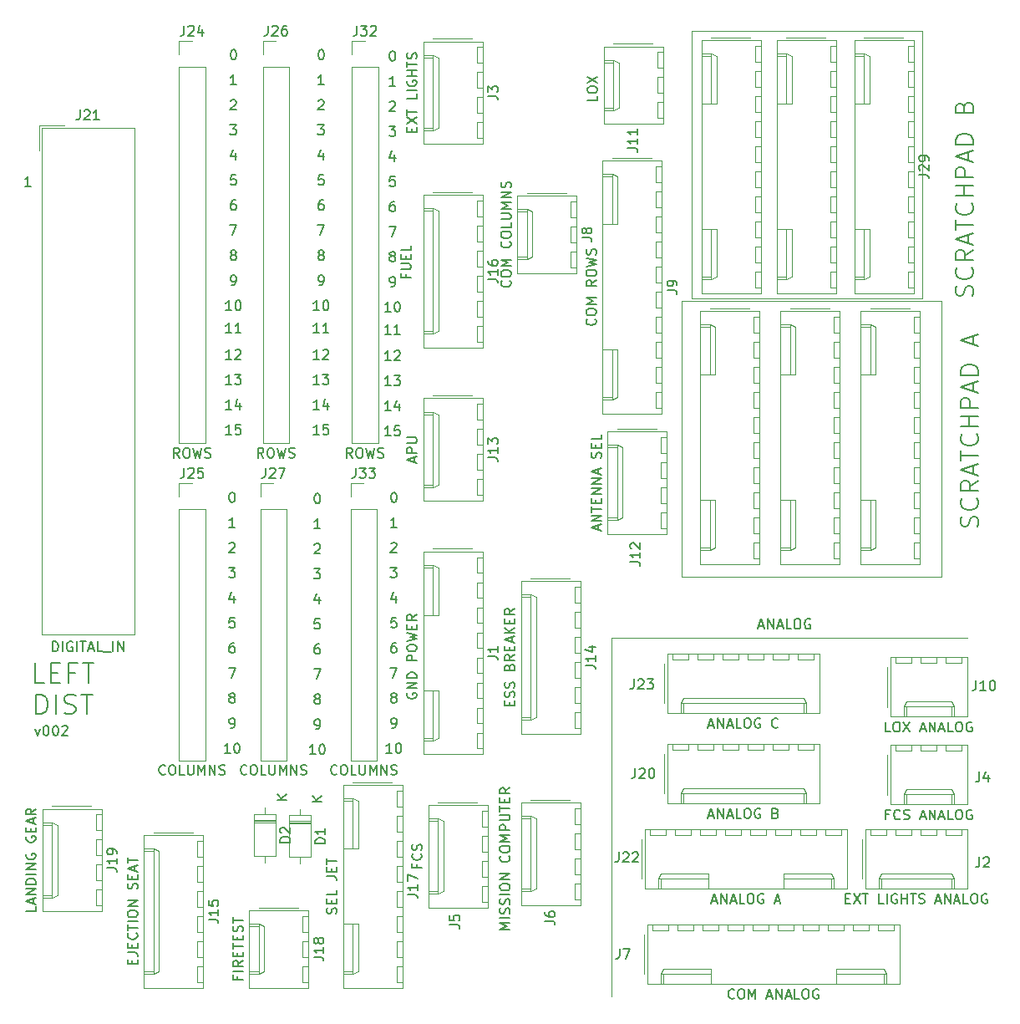
<source format=gbr>
G04 #@! TF.GenerationSoftware,KiCad,Pcbnew,(5.1.5-0-10_14)*
G04 #@! TF.CreationDate,2021-04-18T15:29:13+10:00*
G04 #@! TF.ProjectId,OH - Left Console - Input Distribution,4f48202d-204c-4656-9674-20436f6e736f,rev?*
G04 #@! TF.SameCoordinates,Original*
G04 #@! TF.FileFunction,Legend,Top*
G04 #@! TF.FilePolarity,Positive*
%FSLAX46Y46*%
G04 Gerber Fmt 4.6, Leading zero omitted, Abs format (unit mm)*
G04 Created by KiCad (PCBNEW (5.1.5-0-10_14)) date 2021-04-18 15:29:13*
%MOMM*%
%LPD*%
G04 APERTURE LIST*
%ADD10C,0.150000*%
%ADD11C,0.120000*%
G04 APERTURE END LIST*
D10*
X167957523Y-78684380D02*
X167386095Y-78684380D01*
X167671809Y-78684380D02*
X167671809Y-77684380D01*
X167576571Y-77827238D01*
X167481333Y-77922476D01*
X167386095Y-77970095D01*
X168862285Y-77684380D02*
X168386095Y-77684380D01*
X168338476Y-78160571D01*
X168386095Y-78112952D01*
X168481333Y-78065333D01*
X168719428Y-78065333D01*
X168814666Y-78112952D01*
X168862285Y-78160571D01*
X168909904Y-78255809D01*
X168909904Y-78493904D01*
X168862285Y-78589142D01*
X168814666Y-78636761D01*
X168719428Y-78684380D01*
X168481333Y-78684380D01*
X168386095Y-78636761D01*
X168338476Y-78589142D01*
X167957523Y-66111380D02*
X167386095Y-66111380D01*
X167671809Y-66111380D02*
X167671809Y-65111380D01*
X167576571Y-65254238D01*
X167481333Y-65349476D01*
X167386095Y-65397095D01*
X168576571Y-65111380D02*
X168671809Y-65111380D01*
X168767047Y-65159000D01*
X168814666Y-65206619D01*
X168862285Y-65301857D01*
X168909904Y-65492333D01*
X168909904Y-65730428D01*
X168862285Y-65920904D01*
X168814666Y-66016142D01*
X168767047Y-66063761D01*
X168671809Y-66111380D01*
X168576571Y-66111380D01*
X168481333Y-66063761D01*
X168433714Y-66016142D01*
X168386095Y-65920904D01*
X168338476Y-65730428D01*
X168338476Y-65492333D01*
X168386095Y-65301857D01*
X168433714Y-65206619D01*
X168481333Y-65159000D01*
X168576571Y-65111380D01*
X167957523Y-71064380D02*
X167386095Y-71064380D01*
X167671809Y-71064380D02*
X167671809Y-70064380D01*
X167576571Y-70207238D01*
X167481333Y-70302476D01*
X167386095Y-70350095D01*
X168338476Y-70159619D02*
X168386095Y-70112000D01*
X168481333Y-70064380D01*
X168719428Y-70064380D01*
X168814666Y-70112000D01*
X168862285Y-70159619D01*
X168909904Y-70254857D01*
X168909904Y-70350095D01*
X168862285Y-70492952D01*
X168290857Y-71064380D01*
X168909904Y-71064380D01*
X168433714Y-43251380D02*
X167862285Y-43251380D01*
X168148000Y-43251380D02*
X168148000Y-42251380D01*
X168052761Y-42394238D01*
X167957523Y-42489476D01*
X167862285Y-42537095D01*
X168338476Y-50204714D02*
X168338476Y-50871380D01*
X168100380Y-49823761D02*
X167862285Y-50538047D01*
X168481333Y-50538047D01*
X167814666Y-47331380D02*
X168433714Y-47331380D01*
X168100380Y-47712333D01*
X168243238Y-47712333D01*
X168338476Y-47759952D01*
X168386095Y-47807571D01*
X168433714Y-47902809D01*
X168433714Y-48140904D01*
X168386095Y-48236142D01*
X168338476Y-48283761D01*
X168243238Y-48331380D01*
X167957523Y-48331380D01*
X167862285Y-48283761D01*
X167814666Y-48236142D01*
X167957523Y-76144380D02*
X167386095Y-76144380D01*
X167671809Y-76144380D02*
X167671809Y-75144380D01*
X167576571Y-75287238D01*
X167481333Y-75382476D01*
X167386095Y-75430095D01*
X168814666Y-75477714D02*
X168814666Y-76144380D01*
X168576571Y-75096761D02*
X168338476Y-75811047D01*
X168957523Y-75811047D01*
X168386095Y-52411380D02*
X167909904Y-52411380D01*
X167862285Y-52887571D01*
X167909904Y-52839952D01*
X168005142Y-52792333D01*
X168243238Y-52792333D01*
X168338476Y-52839952D01*
X168386095Y-52887571D01*
X168433714Y-52982809D01*
X168433714Y-53220904D01*
X168386095Y-53316142D01*
X168338476Y-53363761D01*
X168243238Y-53411380D01*
X168005142Y-53411380D01*
X167909904Y-53363761D01*
X167862285Y-53316142D01*
X167957523Y-63571380D02*
X168148000Y-63571380D01*
X168243238Y-63523761D01*
X168290857Y-63476142D01*
X168386095Y-63333285D01*
X168433714Y-63142809D01*
X168433714Y-62761857D01*
X168386095Y-62666619D01*
X168338476Y-62619000D01*
X168243238Y-62571380D01*
X168052761Y-62571380D01*
X167957523Y-62619000D01*
X167909904Y-62666619D01*
X167862285Y-62761857D01*
X167862285Y-62999952D01*
X167909904Y-63095190D01*
X167957523Y-63142809D01*
X168052761Y-63190428D01*
X168243238Y-63190428D01*
X168338476Y-63142809D01*
X168386095Y-63095190D01*
X168433714Y-62999952D01*
X168100380Y-39711380D02*
X168195619Y-39711380D01*
X168290857Y-39759000D01*
X168338476Y-39806619D01*
X168386095Y-39901857D01*
X168433714Y-40092333D01*
X168433714Y-40330428D01*
X168386095Y-40520904D01*
X168338476Y-40616142D01*
X168290857Y-40663761D01*
X168195619Y-40711380D01*
X168100380Y-40711380D01*
X168005142Y-40663761D01*
X167957523Y-40616142D01*
X167909904Y-40520904D01*
X167862285Y-40330428D01*
X167862285Y-40092333D01*
X167909904Y-39901857D01*
X167957523Y-39806619D01*
X168005142Y-39759000D01*
X168100380Y-39711380D01*
X168052761Y-60459952D02*
X167957523Y-60412333D01*
X167909904Y-60364714D01*
X167862285Y-60269476D01*
X167862285Y-60221857D01*
X167909904Y-60126619D01*
X167957523Y-60079000D01*
X168052761Y-60031380D01*
X168243238Y-60031380D01*
X168338476Y-60079000D01*
X168386095Y-60126619D01*
X168433714Y-60221857D01*
X168433714Y-60269476D01*
X168386095Y-60364714D01*
X168338476Y-60412333D01*
X168243238Y-60459952D01*
X168052761Y-60459952D01*
X167957523Y-60507571D01*
X167909904Y-60555190D01*
X167862285Y-60650428D01*
X167862285Y-60840904D01*
X167909904Y-60936142D01*
X167957523Y-60983761D01*
X168052761Y-61031380D01*
X168243238Y-61031380D01*
X168338476Y-60983761D01*
X168386095Y-60936142D01*
X168433714Y-60840904D01*
X168433714Y-60650428D01*
X168386095Y-60555190D01*
X168338476Y-60507571D01*
X168243238Y-60459952D01*
X167862285Y-44886619D02*
X167909904Y-44839000D01*
X168005142Y-44791380D01*
X168243238Y-44791380D01*
X168338476Y-44839000D01*
X168386095Y-44886619D01*
X168433714Y-44981857D01*
X168433714Y-45077095D01*
X168386095Y-45219952D01*
X167814666Y-45791380D01*
X168433714Y-45791380D01*
X167957523Y-68397380D02*
X167386095Y-68397380D01*
X167671809Y-68397380D02*
X167671809Y-67397380D01*
X167576571Y-67540238D01*
X167481333Y-67635476D01*
X167386095Y-67683095D01*
X168909904Y-68397380D02*
X168338476Y-68397380D01*
X168624190Y-68397380D02*
X168624190Y-67397380D01*
X168528952Y-67540238D01*
X168433714Y-67635476D01*
X168338476Y-67683095D01*
X167814666Y-57491380D02*
X168481333Y-57491380D01*
X168052761Y-58491380D01*
X167957523Y-73604380D02*
X167386095Y-73604380D01*
X167671809Y-73604380D02*
X167671809Y-72604380D01*
X167576571Y-72747238D01*
X167481333Y-72842476D01*
X167386095Y-72890095D01*
X168290857Y-72604380D02*
X168909904Y-72604380D01*
X168576571Y-72985333D01*
X168719428Y-72985333D01*
X168814666Y-73032952D01*
X168862285Y-73080571D01*
X168909904Y-73175809D01*
X168909904Y-73413904D01*
X168862285Y-73509142D01*
X168814666Y-73556761D01*
X168719428Y-73604380D01*
X168433714Y-73604380D01*
X168338476Y-73556761D01*
X168290857Y-73509142D01*
X168338476Y-54951380D02*
X168148000Y-54951380D01*
X168052761Y-54999000D01*
X168005142Y-55046619D01*
X167909904Y-55189476D01*
X167862285Y-55379952D01*
X167862285Y-55760904D01*
X167909904Y-55856142D01*
X167957523Y-55903761D01*
X168052761Y-55951380D01*
X168243238Y-55951380D01*
X168338476Y-55903761D01*
X168386095Y-55856142D01*
X168433714Y-55760904D01*
X168433714Y-55522809D01*
X168386095Y-55427571D01*
X168338476Y-55379952D01*
X168243238Y-55332333D01*
X168052761Y-55332333D01*
X167957523Y-55379952D01*
X167909904Y-55427571D01*
X167862285Y-55522809D01*
X160718523Y-68270380D02*
X160147095Y-68270380D01*
X160432809Y-68270380D02*
X160432809Y-67270380D01*
X160337571Y-67413238D01*
X160242333Y-67508476D01*
X160147095Y-67556095D01*
X161670904Y-68270380D02*
X161099476Y-68270380D01*
X161385190Y-68270380D02*
X161385190Y-67270380D01*
X161289952Y-67413238D01*
X161194714Y-67508476D01*
X161099476Y-67556095D01*
X160718523Y-70937380D02*
X160147095Y-70937380D01*
X160432809Y-70937380D02*
X160432809Y-69937380D01*
X160337571Y-70080238D01*
X160242333Y-70175476D01*
X160147095Y-70223095D01*
X161099476Y-70032619D02*
X161147095Y-69985000D01*
X161242333Y-69937380D01*
X161480428Y-69937380D01*
X161575666Y-69985000D01*
X161623285Y-70032619D01*
X161670904Y-70127857D01*
X161670904Y-70223095D01*
X161623285Y-70365952D01*
X161051857Y-70937380D01*
X161670904Y-70937380D01*
X160718523Y-73477380D02*
X160147095Y-73477380D01*
X160432809Y-73477380D02*
X160432809Y-72477380D01*
X160337571Y-72620238D01*
X160242333Y-72715476D01*
X160147095Y-72763095D01*
X161051857Y-72477380D02*
X161670904Y-72477380D01*
X161337571Y-72858333D01*
X161480428Y-72858333D01*
X161575666Y-72905952D01*
X161623285Y-72953571D01*
X161670904Y-73048809D01*
X161670904Y-73286904D01*
X161623285Y-73382142D01*
X161575666Y-73429761D01*
X161480428Y-73477380D01*
X161194714Y-73477380D01*
X161099476Y-73429761D01*
X161051857Y-73382142D01*
X160718523Y-78557380D02*
X160147095Y-78557380D01*
X160432809Y-78557380D02*
X160432809Y-77557380D01*
X160337571Y-77700238D01*
X160242333Y-77795476D01*
X160147095Y-77843095D01*
X161623285Y-77557380D02*
X161147095Y-77557380D01*
X161099476Y-78033571D01*
X161147095Y-77985952D01*
X161242333Y-77938333D01*
X161480428Y-77938333D01*
X161575666Y-77985952D01*
X161623285Y-78033571D01*
X161670904Y-78128809D01*
X161670904Y-78366904D01*
X161623285Y-78462142D01*
X161575666Y-78509761D01*
X161480428Y-78557380D01*
X161242333Y-78557380D01*
X161147095Y-78509761D01*
X161099476Y-78462142D01*
X160718523Y-76017380D02*
X160147095Y-76017380D01*
X160432809Y-76017380D02*
X160432809Y-75017380D01*
X160337571Y-75160238D01*
X160242333Y-75255476D01*
X160147095Y-75303095D01*
X161575666Y-75350714D02*
X161575666Y-76017380D01*
X161337571Y-74969761D02*
X161099476Y-75684047D01*
X161718523Y-75684047D01*
X160575666Y-57364380D02*
X161242333Y-57364380D01*
X160813761Y-58364380D01*
X160623285Y-44759619D02*
X160670904Y-44712000D01*
X160766142Y-44664380D01*
X161004238Y-44664380D01*
X161099476Y-44712000D01*
X161147095Y-44759619D01*
X161194714Y-44854857D01*
X161194714Y-44950095D01*
X161147095Y-45092952D01*
X160575666Y-45664380D01*
X161194714Y-45664380D01*
X161147095Y-52284380D02*
X160670904Y-52284380D01*
X160623285Y-52760571D01*
X160670904Y-52712952D01*
X160766142Y-52665333D01*
X161004238Y-52665333D01*
X161099476Y-52712952D01*
X161147095Y-52760571D01*
X161194714Y-52855809D01*
X161194714Y-53093904D01*
X161147095Y-53189142D01*
X161099476Y-53236761D01*
X161004238Y-53284380D01*
X160766142Y-53284380D01*
X160670904Y-53236761D01*
X160623285Y-53189142D01*
X160718523Y-65984380D02*
X160147095Y-65984380D01*
X160432809Y-65984380D02*
X160432809Y-64984380D01*
X160337571Y-65127238D01*
X160242333Y-65222476D01*
X160147095Y-65270095D01*
X161337571Y-64984380D02*
X161432809Y-64984380D01*
X161528047Y-65032000D01*
X161575666Y-65079619D01*
X161623285Y-65174857D01*
X161670904Y-65365333D01*
X161670904Y-65603428D01*
X161623285Y-65793904D01*
X161575666Y-65889142D01*
X161528047Y-65936761D01*
X161432809Y-65984380D01*
X161337571Y-65984380D01*
X161242333Y-65936761D01*
X161194714Y-65889142D01*
X161147095Y-65793904D01*
X161099476Y-65603428D01*
X161099476Y-65365333D01*
X161147095Y-65174857D01*
X161194714Y-65079619D01*
X161242333Y-65032000D01*
X161337571Y-64984380D01*
X160718523Y-63444380D02*
X160909000Y-63444380D01*
X161004238Y-63396761D01*
X161051857Y-63349142D01*
X161147095Y-63206285D01*
X161194714Y-63015809D01*
X161194714Y-62634857D01*
X161147095Y-62539619D01*
X161099476Y-62492000D01*
X161004238Y-62444380D01*
X160813761Y-62444380D01*
X160718523Y-62492000D01*
X160670904Y-62539619D01*
X160623285Y-62634857D01*
X160623285Y-62872952D01*
X160670904Y-62968190D01*
X160718523Y-63015809D01*
X160813761Y-63063428D01*
X161004238Y-63063428D01*
X161099476Y-63015809D01*
X161147095Y-62968190D01*
X161194714Y-62872952D01*
X160813761Y-60332952D02*
X160718523Y-60285333D01*
X160670904Y-60237714D01*
X160623285Y-60142476D01*
X160623285Y-60094857D01*
X160670904Y-59999619D01*
X160718523Y-59952000D01*
X160813761Y-59904380D01*
X161004238Y-59904380D01*
X161099476Y-59952000D01*
X161147095Y-59999619D01*
X161194714Y-60094857D01*
X161194714Y-60142476D01*
X161147095Y-60237714D01*
X161099476Y-60285333D01*
X161004238Y-60332952D01*
X160813761Y-60332952D01*
X160718523Y-60380571D01*
X160670904Y-60428190D01*
X160623285Y-60523428D01*
X160623285Y-60713904D01*
X160670904Y-60809142D01*
X160718523Y-60856761D01*
X160813761Y-60904380D01*
X161004238Y-60904380D01*
X161099476Y-60856761D01*
X161147095Y-60809142D01*
X161194714Y-60713904D01*
X161194714Y-60523428D01*
X161147095Y-60428190D01*
X161099476Y-60380571D01*
X161004238Y-60332952D01*
X160575666Y-47204380D02*
X161194714Y-47204380D01*
X160861380Y-47585333D01*
X161004238Y-47585333D01*
X161099476Y-47632952D01*
X161147095Y-47680571D01*
X161194714Y-47775809D01*
X161194714Y-48013904D01*
X161147095Y-48109142D01*
X161099476Y-48156761D01*
X161004238Y-48204380D01*
X160718523Y-48204380D01*
X160623285Y-48156761D01*
X160575666Y-48109142D01*
X161194714Y-43124380D02*
X160623285Y-43124380D01*
X160909000Y-43124380D02*
X160909000Y-42124380D01*
X160813761Y-42267238D01*
X160718523Y-42362476D01*
X160623285Y-42410095D01*
X161099476Y-50077714D02*
X161099476Y-50744380D01*
X160861380Y-49696761D02*
X160623285Y-50411047D01*
X161242333Y-50411047D01*
X160861380Y-39584380D02*
X160956619Y-39584380D01*
X161051857Y-39632000D01*
X161099476Y-39679619D01*
X161147095Y-39774857D01*
X161194714Y-39965333D01*
X161194714Y-40203428D01*
X161147095Y-40393904D01*
X161099476Y-40489142D01*
X161051857Y-40536761D01*
X160956619Y-40584380D01*
X160861380Y-40584380D01*
X160766142Y-40536761D01*
X160718523Y-40489142D01*
X160670904Y-40393904D01*
X160623285Y-40203428D01*
X160623285Y-39965333D01*
X160670904Y-39774857D01*
X160718523Y-39679619D01*
X160766142Y-39632000D01*
X160861380Y-39584380D01*
X161099476Y-54824380D02*
X160909000Y-54824380D01*
X160813761Y-54872000D01*
X160766142Y-54919619D01*
X160670904Y-55062476D01*
X160623285Y-55252952D01*
X160623285Y-55633904D01*
X160670904Y-55729142D01*
X160718523Y-55776761D01*
X160813761Y-55824380D01*
X161004238Y-55824380D01*
X161099476Y-55776761D01*
X161147095Y-55729142D01*
X161194714Y-55633904D01*
X161194714Y-55395809D01*
X161147095Y-55300571D01*
X161099476Y-55252952D01*
X161004238Y-55205333D01*
X160813761Y-55205333D01*
X160718523Y-55252952D01*
X160670904Y-55300571D01*
X160623285Y-55395809D01*
X151828523Y-78557380D02*
X151257095Y-78557380D01*
X151542809Y-78557380D02*
X151542809Y-77557380D01*
X151447571Y-77700238D01*
X151352333Y-77795476D01*
X151257095Y-77843095D01*
X152733285Y-77557380D02*
X152257095Y-77557380D01*
X152209476Y-78033571D01*
X152257095Y-77985952D01*
X152352333Y-77938333D01*
X152590428Y-77938333D01*
X152685666Y-77985952D01*
X152733285Y-78033571D01*
X152780904Y-78128809D01*
X152780904Y-78366904D01*
X152733285Y-78462142D01*
X152685666Y-78509761D01*
X152590428Y-78557380D01*
X152352333Y-78557380D01*
X152257095Y-78509761D01*
X152209476Y-78462142D01*
X151828523Y-76017380D02*
X151257095Y-76017380D01*
X151542809Y-76017380D02*
X151542809Y-75017380D01*
X151447571Y-75160238D01*
X151352333Y-75255476D01*
X151257095Y-75303095D01*
X152685666Y-75350714D02*
X152685666Y-76017380D01*
X152447571Y-74969761D02*
X152209476Y-75684047D01*
X152828523Y-75684047D01*
X151828523Y-73477380D02*
X151257095Y-73477380D01*
X151542809Y-73477380D02*
X151542809Y-72477380D01*
X151447571Y-72620238D01*
X151352333Y-72715476D01*
X151257095Y-72763095D01*
X152161857Y-72477380D02*
X152780904Y-72477380D01*
X152447571Y-72858333D01*
X152590428Y-72858333D01*
X152685666Y-72905952D01*
X152733285Y-72953571D01*
X152780904Y-73048809D01*
X152780904Y-73286904D01*
X152733285Y-73382142D01*
X152685666Y-73429761D01*
X152590428Y-73477380D01*
X152304714Y-73477380D01*
X152209476Y-73429761D01*
X152161857Y-73382142D01*
X151828523Y-70937380D02*
X151257095Y-70937380D01*
X151542809Y-70937380D02*
X151542809Y-69937380D01*
X151447571Y-70080238D01*
X151352333Y-70175476D01*
X151257095Y-70223095D01*
X152209476Y-70032619D02*
X152257095Y-69985000D01*
X152352333Y-69937380D01*
X152590428Y-69937380D01*
X152685666Y-69985000D01*
X152733285Y-70032619D01*
X152780904Y-70127857D01*
X152780904Y-70223095D01*
X152733285Y-70365952D01*
X152161857Y-70937380D01*
X152780904Y-70937380D01*
X151828523Y-68270380D02*
X151257095Y-68270380D01*
X151542809Y-68270380D02*
X151542809Y-67270380D01*
X151447571Y-67413238D01*
X151352333Y-67508476D01*
X151257095Y-67556095D01*
X152780904Y-68270380D02*
X152209476Y-68270380D01*
X152495190Y-68270380D02*
X152495190Y-67270380D01*
X152399952Y-67413238D01*
X152304714Y-67508476D01*
X152209476Y-67556095D01*
X152209476Y-54824380D02*
X152019000Y-54824380D01*
X151923761Y-54872000D01*
X151876142Y-54919619D01*
X151780904Y-55062476D01*
X151733285Y-55252952D01*
X151733285Y-55633904D01*
X151780904Y-55729142D01*
X151828523Y-55776761D01*
X151923761Y-55824380D01*
X152114238Y-55824380D01*
X152209476Y-55776761D01*
X152257095Y-55729142D01*
X152304714Y-55633904D01*
X152304714Y-55395809D01*
X152257095Y-55300571D01*
X152209476Y-55252952D01*
X152114238Y-55205333D01*
X151923761Y-55205333D01*
X151828523Y-55252952D01*
X151780904Y-55300571D01*
X151733285Y-55395809D01*
X151923761Y-60332952D02*
X151828523Y-60285333D01*
X151780904Y-60237714D01*
X151733285Y-60142476D01*
X151733285Y-60094857D01*
X151780904Y-59999619D01*
X151828523Y-59952000D01*
X151923761Y-59904380D01*
X152114238Y-59904380D01*
X152209476Y-59952000D01*
X152257095Y-59999619D01*
X152304714Y-60094857D01*
X152304714Y-60142476D01*
X152257095Y-60237714D01*
X152209476Y-60285333D01*
X152114238Y-60332952D01*
X151923761Y-60332952D01*
X151828523Y-60380571D01*
X151780904Y-60428190D01*
X151733285Y-60523428D01*
X151733285Y-60713904D01*
X151780904Y-60809142D01*
X151828523Y-60856761D01*
X151923761Y-60904380D01*
X152114238Y-60904380D01*
X152209476Y-60856761D01*
X152257095Y-60809142D01*
X152304714Y-60713904D01*
X152304714Y-60523428D01*
X152257095Y-60428190D01*
X152209476Y-60380571D01*
X152114238Y-60332952D01*
X151828523Y-63444380D02*
X152019000Y-63444380D01*
X152114238Y-63396761D01*
X152161857Y-63349142D01*
X152257095Y-63206285D01*
X152304714Y-63015809D01*
X152304714Y-62634857D01*
X152257095Y-62539619D01*
X152209476Y-62492000D01*
X152114238Y-62444380D01*
X151923761Y-62444380D01*
X151828523Y-62492000D01*
X151780904Y-62539619D01*
X151733285Y-62634857D01*
X151733285Y-62872952D01*
X151780904Y-62968190D01*
X151828523Y-63015809D01*
X151923761Y-63063428D01*
X152114238Y-63063428D01*
X152209476Y-63015809D01*
X152257095Y-62968190D01*
X152304714Y-62872952D01*
X151685666Y-57364380D02*
X152352333Y-57364380D01*
X151923761Y-58364380D01*
X152209476Y-50077714D02*
X152209476Y-50744380D01*
X151971380Y-49696761D02*
X151733285Y-50411047D01*
X152352333Y-50411047D01*
X152257095Y-52284380D02*
X151780904Y-52284380D01*
X151733285Y-52760571D01*
X151780904Y-52712952D01*
X151876142Y-52665333D01*
X152114238Y-52665333D01*
X152209476Y-52712952D01*
X152257095Y-52760571D01*
X152304714Y-52855809D01*
X152304714Y-53093904D01*
X152257095Y-53189142D01*
X152209476Y-53236761D01*
X152114238Y-53284380D01*
X151876142Y-53284380D01*
X151780904Y-53236761D01*
X151733285Y-53189142D01*
X151733285Y-44759619D02*
X151780904Y-44712000D01*
X151876142Y-44664380D01*
X152114238Y-44664380D01*
X152209476Y-44712000D01*
X152257095Y-44759619D01*
X152304714Y-44854857D01*
X152304714Y-44950095D01*
X152257095Y-45092952D01*
X151685666Y-45664380D01*
X152304714Y-45664380D01*
X151685666Y-47204380D02*
X152304714Y-47204380D01*
X151971380Y-47585333D01*
X152114238Y-47585333D01*
X152209476Y-47632952D01*
X152257095Y-47680571D01*
X152304714Y-47775809D01*
X152304714Y-48013904D01*
X152257095Y-48109142D01*
X152209476Y-48156761D01*
X152114238Y-48204380D01*
X151828523Y-48204380D01*
X151733285Y-48156761D01*
X151685666Y-48109142D01*
X152304714Y-43124380D02*
X151733285Y-43124380D01*
X152019000Y-43124380D02*
X152019000Y-42124380D01*
X151923761Y-42267238D01*
X151828523Y-42362476D01*
X151733285Y-42410095D01*
X151828523Y-65984380D02*
X151257095Y-65984380D01*
X151542809Y-65984380D02*
X151542809Y-64984380D01*
X151447571Y-65127238D01*
X151352333Y-65222476D01*
X151257095Y-65270095D01*
X152447571Y-64984380D02*
X152542809Y-64984380D01*
X152638047Y-65032000D01*
X152685666Y-65079619D01*
X152733285Y-65174857D01*
X152780904Y-65365333D01*
X152780904Y-65603428D01*
X152733285Y-65793904D01*
X152685666Y-65889142D01*
X152638047Y-65936761D01*
X152542809Y-65984380D01*
X152447571Y-65984380D01*
X152352333Y-65936761D01*
X152304714Y-65889142D01*
X152257095Y-65793904D01*
X152209476Y-65603428D01*
X152209476Y-65365333D01*
X152257095Y-65174857D01*
X152304714Y-65079619D01*
X152352333Y-65032000D01*
X152447571Y-64984380D01*
X151971380Y-39584380D02*
X152066619Y-39584380D01*
X152161857Y-39632000D01*
X152209476Y-39679619D01*
X152257095Y-39774857D01*
X152304714Y-39965333D01*
X152304714Y-40203428D01*
X152257095Y-40393904D01*
X152209476Y-40489142D01*
X152161857Y-40536761D01*
X152066619Y-40584380D01*
X151971380Y-40584380D01*
X151876142Y-40536761D01*
X151828523Y-40489142D01*
X151780904Y-40393904D01*
X151733285Y-40203428D01*
X151733285Y-39965333D01*
X151780904Y-39774857D01*
X151828523Y-39679619D01*
X151876142Y-39632000D01*
X151971380Y-39584380D01*
X160813714Y-88082380D02*
X160242285Y-88082380D01*
X160528000Y-88082380D02*
X160528000Y-87082380D01*
X160432761Y-87225238D01*
X160337523Y-87320476D01*
X160242285Y-87368095D01*
X160337523Y-108402380D02*
X160528000Y-108402380D01*
X160623238Y-108354761D01*
X160670857Y-108307142D01*
X160766095Y-108164285D01*
X160813714Y-107973809D01*
X160813714Y-107592857D01*
X160766095Y-107497619D01*
X160718476Y-107450000D01*
X160623238Y-107402380D01*
X160432761Y-107402380D01*
X160337523Y-107450000D01*
X160289904Y-107497619D01*
X160242285Y-107592857D01*
X160242285Y-107830952D01*
X160289904Y-107926190D01*
X160337523Y-107973809D01*
X160432761Y-108021428D01*
X160623238Y-108021428D01*
X160718476Y-107973809D01*
X160766095Y-107926190D01*
X160813714Y-107830952D01*
X160194666Y-102322380D02*
X160861333Y-102322380D01*
X160432761Y-103322380D01*
X160480380Y-84542380D02*
X160575619Y-84542380D01*
X160670857Y-84590000D01*
X160718476Y-84637619D01*
X160766095Y-84732857D01*
X160813714Y-84923333D01*
X160813714Y-85161428D01*
X160766095Y-85351904D01*
X160718476Y-85447142D01*
X160670857Y-85494761D01*
X160575619Y-85542380D01*
X160480380Y-85542380D01*
X160385142Y-85494761D01*
X160337523Y-85447142D01*
X160289904Y-85351904D01*
X160242285Y-85161428D01*
X160242285Y-84923333D01*
X160289904Y-84732857D01*
X160337523Y-84637619D01*
X160385142Y-84590000D01*
X160480380Y-84542380D01*
X160766095Y-97242380D02*
X160289904Y-97242380D01*
X160242285Y-97718571D01*
X160289904Y-97670952D01*
X160385142Y-97623333D01*
X160623238Y-97623333D01*
X160718476Y-97670952D01*
X160766095Y-97718571D01*
X160813714Y-97813809D01*
X160813714Y-98051904D01*
X160766095Y-98147142D01*
X160718476Y-98194761D01*
X160623238Y-98242380D01*
X160385142Y-98242380D01*
X160289904Y-98194761D01*
X160242285Y-98147142D01*
X160337523Y-110942380D02*
X159766095Y-110942380D01*
X160051809Y-110942380D02*
X160051809Y-109942380D01*
X159956571Y-110085238D01*
X159861333Y-110180476D01*
X159766095Y-110228095D01*
X160956571Y-109942380D02*
X161051809Y-109942380D01*
X161147047Y-109990000D01*
X161194666Y-110037619D01*
X161242285Y-110132857D01*
X161289904Y-110323333D01*
X161289904Y-110561428D01*
X161242285Y-110751904D01*
X161194666Y-110847142D01*
X161147047Y-110894761D01*
X161051809Y-110942380D01*
X160956571Y-110942380D01*
X160861333Y-110894761D01*
X160813714Y-110847142D01*
X160766095Y-110751904D01*
X160718476Y-110561428D01*
X160718476Y-110323333D01*
X160766095Y-110132857D01*
X160813714Y-110037619D01*
X160861333Y-109990000D01*
X160956571Y-109942380D01*
X160194666Y-92162380D02*
X160813714Y-92162380D01*
X160480380Y-92543333D01*
X160623238Y-92543333D01*
X160718476Y-92590952D01*
X160766095Y-92638571D01*
X160813714Y-92733809D01*
X160813714Y-92971904D01*
X160766095Y-93067142D01*
X160718476Y-93114761D01*
X160623238Y-93162380D01*
X160337523Y-93162380D01*
X160242285Y-93114761D01*
X160194666Y-93067142D01*
X160718476Y-99782380D02*
X160528000Y-99782380D01*
X160432761Y-99830000D01*
X160385142Y-99877619D01*
X160289904Y-100020476D01*
X160242285Y-100210952D01*
X160242285Y-100591904D01*
X160289904Y-100687142D01*
X160337523Y-100734761D01*
X160432761Y-100782380D01*
X160623238Y-100782380D01*
X160718476Y-100734761D01*
X160766095Y-100687142D01*
X160813714Y-100591904D01*
X160813714Y-100353809D01*
X160766095Y-100258571D01*
X160718476Y-100210952D01*
X160623238Y-100163333D01*
X160432761Y-100163333D01*
X160337523Y-100210952D01*
X160289904Y-100258571D01*
X160242285Y-100353809D01*
X160242285Y-89717619D02*
X160289904Y-89670000D01*
X160385142Y-89622380D01*
X160623238Y-89622380D01*
X160718476Y-89670000D01*
X160766095Y-89717619D01*
X160813714Y-89812857D01*
X160813714Y-89908095D01*
X160766095Y-90050952D01*
X160194666Y-90622380D01*
X160813714Y-90622380D01*
X160718476Y-95035714D02*
X160718476Y-95702380D01*
X160480380Y-94654761D02*
X160242285Y-95369047D01*
X160861333Y-95369047D01*
X160432761Y-105290952D02*
X160337523Y-105243333D01*
X160289904Y-105195714D01*
X160242285Y-105100476D01*
X160242285Y-105052857D01*
X160289904Y-104957619D01*
X160337523Y-104910000D01*
X160432761Y-104862380D01*
X160623238Y-104862380D01*
X160718476Y-104910000D01*
X160766095Y-104957619D01*
X160813714Y-105052857D01*
X160813714Y-105100476D01*
X160766095Y-105195714D01*
X160718476Y-105243333D01*
X160623238Y-105290952D01*
X160432761Y-105290952D01*
X160337523Y-105338571D01*
X160289904Y-105386190D01*
X160242285Y-105481428D01*
X160242285Y-105671904D01*
X160289904Y-105767142D01*
X160337523Y-105814761D01*
X160432761Y-105862380D01*
X160623238Y-105862380D01*
X160718476Y-105814761D01*
X160766095Y-105767142D01*
X160813714Y-105671904D01*
X160813714Y-105481428D01*
X160766095Y-105386190D01*
X160718476Y-105338571D01*
X160623238Y-105290952D01*
X168084523Y-110815380D02*
X167513095Y-110815380D01*
X167798809Y-110815380D02*
X167798809Y-109815380D01*
X167703571Y-109958238D01*
X167608333Y-110053476D01*
X167513095Y-110101095D01*
X168703571Y-109815380D02*
X168798809Y-109815380D01*
X168894047Y-109863000D01*
X168941666Y-109910619D01*
X168989285Y-110005857D01*
X169036904Y-110196333D01*
X169036904Y-110434428D01*
X168989285Y-110624904D01*
X168941666Y-110720142D01*
X168894047Y-110767761D01*
X168798809Y-110815380D01*
X168703571Y-110815380D01*
X168608333Y-110767761D01*
X168560714Y-110720142D01*
X168513095Y-110624904D01*
X168465476Y-110434428D01*
X168465476Y-110196333D01*
X168513095Y-110005857D01*
X168560714Y-109910619D01*
X168608333Y-109863000D01*
X168703571Y-109815380D01*
X168179761Y-105163952D02*
X168084523Y-105116333D01*
X168036904Y-105068714D01*
X167989285Y-104973476D01*
X167989285Y-104925857D01*
X168036904Y-104830619D01*
X168084523Y-104783000D01*
X168179761Y-104735380D01*
X168370238Y-104735380D01*
X168465476Y-104783000D01*
X168513095Y-104830619D01*
X168560714Y-104925857D01*
X168560714Y-104973476D01*
X168513095Y-105068714D01*
X168465476Y-105116333D01*
X168370238Y-105163952D01*
X168179761Y-105163952D01*
X168084523Y-105211571D01*
X168036904Y-105259190D01*
X167989285Y-105354428D01*
X167989285Y-105544904D01*
X168036904Y-105640142D01*
X168084523Y-105687761D01*
X168179761Y-105735380D01*
X168370238Y-105735380D01*
X168465476Y-105687761D01*
X168513095Y-105640142D01*
X168560714Y-105544904D01*
X168560714Y-105354428D01*
X168513095Y-105259190D01*
X168465476Y-105211571D01*
X168370238Y-105163952D01*
X168513095Y-97115380D02*
X168036904Y-97115380D01*
X167989285Y-97591571D01*
X168036904Y-97543952D01*
X168132142Y-97496333D01*
X168370238Y-97496333D01*
X168465476Y-97543952D01*
X168513095Y-97591571D01*
X168560714Y-97686809D01*
X168560714Y-97924904D01*
X168513095Y-98020142D01*
X168465476Y-98067761D01*
X168370238Y-98115380D01*
X168132142Y-98115380D01*
X168036904Y-98067761D01*
X167989285Y-98020142D01*
X168465476Y-94908714D02*
X168465476Y-95575380D01*
X168227380Y-94527761D02*
X167989285Y-95242047D01*
X168608333Y-95242047D01*
X168227380Y-84415380D02*
X168322619Y-84415380D01*
X168417857Y-84463000D01*
X168465476Y-84510619D01*
X168513095Y-84605857D01*
X168560714Y-84796333D01*
X168560714Y-85034428D01*
X168513095Y-85224904D01*
X168465476Y-85320142D01*
X168417857Y-85367761D01*
X168322619Y-85415380D01*
X168227380Y-85415380D01*
X168132142Y-85367761D01*
X168084523Y-85320142D01*
X168036904Y-85224904D01*
X167989285Y-85034428D01*
X167989285Y-84796333D01*
X168036904Y-84605857D01*
X168084523Y-84510619D01*
X168132142Y-84463000D01*
X168227380Y-84415380D01*
X167989285Y-89590619D02*
X168036904Y-89543000D01*
X168132142Y-89495380D01*
X168370238Y-89495380D01*
X168465476Y-89543000D01*
X168513095Y-89590619D01*
X168560714Y-89685857D01*
X168560714Y-89781095D01*
X168513095Y-89923952D01*
X167941666Y-90495380D01*
X168560714Y-90495380D01*
X167941666Y-102195380D02*
X168608333Y-102195380D01*
X168179761Y-103195380D01*
X168465476Y-99655380D02*
X168275000Y-99655380D01*
X168179761Y-99703000D01*
X168132142Y-99750619D01*
X168036904Y-99893476D01*
X167989285Y-100083952D01*
X167989285Y-100464904D01*
X168036904Y-100560142D01*
X168084523Y-100607761D01*
X168179761Y-100655380D01*
X168370238Y-100655380D01*
X168465476Y-100607761D01*
X168513095Y-100560142D01*
X168560714Y-100464904D01*
X168560714Y-100226809D01*
X168513095Y-100131571D01*
X168465476Y-100083952D01*
X168370238Y-100036333D01*
X168179761Y-100036333D01*
X168084523Y-100083952D01*
X168036904Y-100131571D01*
X167989285Y-100226809D01*
X168084523Y-108275380D02*
X168275000Y-108275380D01*
X168370238Y-108227761D01*
X168417857Y-108180142D01*
X168513095Y-108037285D01*
X168560714Y-107846809D01*
X168560714Y-107465857D01*
X168513095Y-107370619D01*
X168465476Y-107323000D01*
X168370238Y-107275380D01*
X168179761Y-107275380D01*
X168084523Y-107323000D01*
X168036904Y-107370619D01*
X167989285Y-107465857D01*
X167989285Y-107703952D01*
X168036904Y-107799190D01*
X168084523Y-107846809D01*
X168179761Y-107894428D01*
X168370238Y-107894428D01*
X168465476Y-107846809D01*
X168513095Y-107799190D01*
X168560714Y-107703952D01*
X167941666Y-92035380D02*
X168560714Y-92035380D01*
X168227380Y-92416333D01*
X168370238Y-92416333D01*
X168465476Y-92463952D01*
X168513095Y-92511571D01*
X168560714Y-92606809D01*
X168560714Y-92844904D01*
X168513095Y-92940142D01*
X168465476Y-92987761D01*
X168370238Y-93035380D01*
X168084523Y-93035380D01*
X167989285Y-92987761D01*
X167941666Y-92940142D01*
X168560714Y-87955380D02*
X167989285Y-87955380D01*
X168275000Y-87955380D02*
X168275000Y-86955380D01*
X168179761Y-87098238D01*
X168084523Y-87193476D01*
X167989285Y-87241095D01*
X151701523Y-110815380D02*
X151130095Y-110815380D01*
X151415809Y-110815380D02*
X151415809Y-109815380D01*
X151320571Y-109958238D01*
X151225333Y-110053476D01*
X151130095Y-110101095D01*
X152320571Y-109815380D02*
X152415809Y-109815380D01*
X152511047Y-109863000D01*
X152558666Y-109910619D01*
X152606285Y-110005857D01*
X152653904Y-110196333D01*
X152653904Y-110434428D01*
X152606285Y-110624904D01*
X152558666Y-110720142D01*
X152511047Y-110767761D01*
X152415809Y-110815380D01*
X152320571Y-110815380D01*
X152225333Y-110767761D01*
X152177714Y-110720142D01*
X152130095Y-110624904D01*
X152082476Y-110434428D01*
X152082476Y-110196333D01*
X152130095Y-110005857D01*
X152177714Y-109910619D01*
X152225333Y-109863000D01*
X152320571Y-109815380D01*
X151701523Y-108275380D02*
X151892000Y-108275380D01*
X151987238Y-108227761D01*
X152034857Y-108180142D01*
X152130095Y-108037285D01*
X152177714Y-107846809D01*
X152177714Y-107465857D01*
X152130095Y-107370619D01*
X152082476Y-107323000D01*
X151987238Y-107275380D01*
X151796761Y-107275380D01*
X151701523Y-107323000D01*
X151653904Y-107370619D01*
X151606285Y-107465857D01*
X151606285Y-107703952D01*
X151653904Y-107799190D01*
X151701523Y-107846809D01*
X151796761Y-107894428D01*
X151987238Y-107894428D01*
X152082476Y-107846809D01*
X152130095Y-107799190D01*
X152177714Y-107703952D01*
X151796761Y-105163952D02*
X151701523Y-105116333D01*
X151653904Y-105068714D01*
X151606285Y-104973476D01*
X151606285Y-104925857D01*
X151653904Y-104830619D01*
X151701523Y-104783000D01*
X151796761Y-104735380D01*
X151987238Y-104735380D01*
X152082476Y-104783000D01*
X152130095Y-104830619D01*
X152177714Y-104925857D01*
X152177714Y-104973476D01*
X152130095Y-105068714D01*
X152082476Y-105116333D01*
X151987238Y-105163952D01*
X151796761Y-105163952D01*
X151701523Y-105211571D01*
X151653904Y-105259190D01*
X151606285Y-105354428D01*
X151606285Y-105544904D01*
X151653904Y-105640142D01*
X151701523Y-105687761D01*
X151796761Y-105735380D01*
X151987238Y-105735380D01*
X152082476Y-105687761D01*
X152130095Y-105640142D01*
X152177714Y-105544904D01*
X152177714Y-105354428D01*
X152130095Y-105259190D01*
X152082476Y-105211571D01*
X151987238Y-105163952D01*
X151558666Y-102195380D02*
X152225333Y-102195380D01*
X151796761Y-103195380D01*
X152082476Y-99655380D02*
X151892000Y-99655380D01*
X151796761Y-99703000D01*
X151749142Y-99750619D01*
X151653904Y-99893476D01*
X151606285Y-100083952D01*
X151606285Y-100464904D01*
X151653904Y-100560142D01*
X151701523Y-100607761D01*
X151796761Y-100655380D01*
X151987238Y-100655380D01*
X152082476Y-100607761D01*
X152130095Y-100560142D01*
X152177714Y-100464904D01*
X152177714Y-100226809D01*
X152130095Y-100131571D01*
X152082476Y-100083952D01*
X151987238Y-100036333D01*
X151796761Y-100036333D01*
X151701523Y-100083952D01*
X151653904Y-100131571D01*
X151606285Y-100226809D01*
X152130095Y-97115380D02*
X151653904Y-97115380D01*
X151606285Y-97591571D01*
X151653904Y-97543952D01*
X151749142Y-97496333D01*
X151987238Y-97496333D01*
X152082476Y-97543952D01*
X152130095Y-97591571D01*
X152177714Y-97686809D01*
X152177714Y-97924904D01*
X152130095Y-98020142D01*
X152082476Y-98067761D01*
X151987238Y-98115380D01*
X151749142Y-98115380D01*
X151653904Y-98067761D01*
X151606285Y-98020142D01*
X152082476Y-94908714D02*
X152082476Y-95575380D01*
X151844380Y-94527761D02*
X151606285Y-95242047D01*
X152225333Y-95242047D01*
X151558666Y-92035380D02*
X152177714Y-92035380D01*
X151844380Y-92416333D01*
X151987238Y-92416333D01*
X152082476Y-92463952D01*
X152130095Y-92511571D01*
X152177714Y-92606809D01*
X152177714Y-92844904D01*
X152130095Y-92940142D01*
X152082476Y-92987761D01*
X151987238Y-93035380D01*
X151701523Y-93035380D01*
X151606285Y-92987761D01*
X151558666Y-92940142D01*
X151606285Y-89590619D02*
X151653904Y-89543000D01*
X151749142Y-89495380D01*
X151987238Y-89495380D01*
X152082476Y-89543000D01*
X152130095Y-89590619D01*
X152177714Y-89685857D01*
X152177714Y-89781095D01*
X152130095Y-89923952D01*
X151558666Y-90495380D01*
X152177714Y-90495380D01*
X152177714Y-87955380D02*
X151606285Y-87955380D01*
X151892000Y-87955380D02*
X151892000Y-86955380D01*
X151796761Y-87098238D01*
X151701523Y-87193476D01*
X151606285Y-87241095D01*
X151844380Y-84415380D02*
X151939619Y-84415380D01*
X152034857Y-84463000D01*
X152082476Y-84510619D01*
X152130095Y-84605857D01*
X152177714Y-84796333D01*
X152177714Y-85034428D01*
X152130095Y-85224904D01*
X152082476Y-85320142D01*
X152034857Y-85367761D01*
X151939619Y-85415380D01*
X151844380Y-85415380D01*
X151749142Y-85367761D01*
X151701523Y-85320142D01*
X151653904Y-85224904D01*
X151606285Y-85034428D01*
X151606285Y-84796333D01*
X151653904Y-84605857D01*
X151701523Y-84510619D01*
X151749142Y-84463000D01*
X151844380Y-84415380D01*
X131476714Y-53411380D02*
X130905285Y-53411380D01*
X131191000Y-53411380D02*
X131191000Y-52411380D01*
X131095761Y-52554238D01*
X131000523Y-52649476D01*
X130905285Y-52697095D01*
X227423571Y-87874857D02*
X227509285Y-87617714D01*
X227509285Y-87189142D01*
X227423571Y-87017714D01*
X227337857Y-86932000D01*
X227166428Y-86846285D01*
X226995000Y-86846285D01*
X226823571Y-86932000D01*
X226737857Y-87017714D01*
X226652142Y-87189142D01*
X226566428Y-87532000D01*
X226480714Y-87703428D01*
X226395000Y-87789142D01*
X226223571Y-87874857D01*
X226052142Y-87874857D01*
X225880714Y-87789142D01*
X225795000Y-87703428D01*
X225709285Y-87532000D01*
X225709285Y-87103428D01*
X225795000Y-86846285D01*
X227337857Y-85046285D02*
X227423571Y-85132000D01*
X227509285Y-85389142D01*
X227509285Y-85560571D01*
X227423571Y-85817714D01*
X227252142Y-85989142D01*
X227080714Y-86074857D01*
X226737857Y-86160571D01*
X226480714Y-86160571D01*
X226137857Y-86074857D01*
X225966428Y-85989142D01*
X225795000Y-85817714D01*
X225709285Y-85560571D01*
X225709285Y-85389142D01*
X225795000Y-85132000D01*
X225880714Y-85046285D01*
X227509285Y-83246285D02*
X226652142Y-83846285D01*
X227509285Y-84274857D02*
X225709285Y-84274857D01*
X225709285Y-83589142D01*
X225795000Y-83417714D01*
X225880714Y-83332000D01*
X226052142Y-83246285D01*
X226309285Y-83246285D01*
X226480714Y-83332000D01*
X226566428Y-83417714D01*
X226652142Y-83589142D01*
X226652142Y-84274857D01*
X226995000Y-82560571D02*
X226995000Y-81703428D01*
X227509285Y-82732000D02*
X225709285Y-82132000D01*
X227509285Y-81532000D01*
X225709285Y-81189142D02*
X225709285Y-80160571D01*
X227509285Y-80674857D02*
X225709285Y-80674857D01*
X227337857Y-78532000D02*
X227423571Y-78617714D01*
X227509285Y-78874857D01*
X227509285Y-79046285D01*
X227423571Y-79303428D01*
X227252142Y-79474857D01*
X227080714Y-79560571D01*
X226737857Y-79646285D01*
X226480714Y-79646285D01*
X226137857Y-79560571D01*
X225966428Y-79474857D01*
X225795000Y-79303428D01*
X225709285Y-79046285D01*
X225709285Y-78874857D01*
X225795000Y-78617714D01*
X225880714Y-78532000D01*
X227509285Y-77760571D02*
X225709285Y-77760571D01*
X226566428Y-77760571D02*
X226566428Y-76732000D01*
X227509285Y-76732000D02*
X225709285Y-76732000D01*
X227509285Y-75874857D02*
X225709285Y-75874857D01*
X225709285Y-75189142D01*
X225795000Y-75017714D01*
X225880714Y-74932000D01*
X226052142Y-74846285D01*
X226309285Y-74846285D01*
X226480714Y-74932000D01*
X226566428Y-75017714D01*
X226652142Y-75189142D01*
X226652142Y-75874857D01*
X226995000Y-74160571D02*
X226995000Y-73303428D01*
X227509285Y-74332000D02*
X225709285Y-73732000D01*
X227509285Y-73132000D01*
X227509285Y-72532000D02*
X225709285Y-72532000D01*
X225709285Y-72103428D01*
X225795000Y-71846285D01*
X225966428Y-71674857D01*
X226137857Y-71589142D01*
X226480714Y-71503428D01*
X226737857Y-71503428D01*
X227080714Y-71589142D01*
X227252142Y-71674857D01*
X227423571Y-71846285D01*
X227509285Y-72103428D01*
X227509285Y-72532000D01*
X226995000Y-69446285D02*
X226995000Y-68589142D01*
X227509285Y-69617714D02*
X225709285Y-69017714D01*
X227509285Y-68417714D01*
X226915571Y-64508428D02*
X227001285Y-64251285D01*
X227001285Y-63822714D01*
X226915571Y-63651285D01*
X226829857Y-63565571D01*
X226658428Y-63479857D01*
X226487000Y-63479857D01*
X226315571Y-63565571D01*
X226229857Y-63651285D01*
X226144142Y-63822714D01*
X226058428Y-64165571D01*
X225972714Y-64337000D01*
X225887000Y-64422714D01*
X225715571Y-64508428D01*
X225544142Y-64508428D01*
X225372714Y-64422714D01*
X225287000Y-64337000D01*
X225201285Y-64165571D01*
X225201285Y-63737000D01*
X225287000Y-63479857D01*
X226829857Y-61679857D02*
X226915571Y-61765571D01*
X227001285Y-62022714D01*
X227001285Y-62194142D01*
X226915571Y-62451285D01*
X226744142Y-62622714D01*
X226572714Y-62708428D01*
X226229857Y-62794142D01*
X225972714Y-62794142D01*
X225629857Y-62708428D01*
X225458428Y-62622714D01*
X225287000Y-62451285D01*
X225201285Y-62194142D01*
X225201285Y-62022714D01*
X225287000Y-61765571D01*
X225372714Y-61679857D01*
X227001285Y-59879857D02*
X226144142Y-60479857D01*
X227001285Y-60908428D02*
X225201285Y-60908428D01*
X225201285Y-60222714D01*
X225287000Y-60051285D01*
X225372714Y-59965571D01*
X225544142Y-59879857D01*
X225801285Y-59879857D01*
X225972714Y-59965571D01*
X226058428Y-60051285D01*
X226144142Y-60222714D01*
X226144142Y-60908428D01*
X226487000Y-59194142D02*
X226487000Y-58337000D01*
X227001285Y-59365571D02*
X225201285Y-58765571D01*
X227001285Y-58165571D01*
X225201285Y-57822714D02*
X225201285Y-56794142D01*
X227001285Y-57308428D02*
X225201285Y-57308428D01*
X226829857Y-55165571D02*
X226915571Y-55251285D01*
X227001285Y-55508428D01*
X227001285Y-55679857D01*
X226915571Y-55937000D01*
X226744142Y-56108428D01*
X226572714Y-56194142D01*
X226229857Y-56279857D01*
X225972714Y-56279857D01*
X225629857Y-56194142D01*
X225458428Y-56108428D01*
X225287000Y-55937000D01*
X225201285Y-55679857D01*
X225201285Y-55508428D01*
X225287000Y-55251285D01*
X225372714Y-55165571D01*
X227001285Y-54394142D02*
X225201285Y-54394142D01*
X226058428Y-54394142D02*
X226058428Y-53365571D01*
X227001285Y-53365571D02*
X225201285Y-53365571D01*
X227001285Y-52508428D02*
X225201285Y-52508428D01*
X225201285Y-51822714D01*
X225287000Y-51651285D01*
X225372714Y-51565571D01*
X225544142Y-51479857D01*
X225801285Y-51479857D01*
X225972714Y-51565571D01*
X226058428Y-51651285D01*
X226144142Y-51822714D01*
X226144142Y-52508428D01*
X226487000Y-50794142D02*
X226487000Y-49937000D01*
X227001285Y-50965571D02*
X225201285Y-50365571D01*
X227001285Y-49765571D01*
X227001285Y-49165571D02*
X225201285Y-49165571D01*
X225201285Y-48737000D01*
X225287000Y-48479857D01*
X225458428Y-48308428D01*
X225629857Y-48222714D01*
X225972714Y-48137000D01*
X226229857Y-48137000D01*
X226572714Y-48222714D01*
X226744142Y-48308428D01*
X226915571Y-48479857D01*
X227001285Y-48737000D01*
X227001285Y-49165571D01*
X226058428Y-45394142D02*
X226144142Y-45137000D01*
X226229857Y-45051285D01*
X226401285Y-44965571D01*
X226658428Y-44965571D01*
X226829857Y-45051285D01*
X226915571Y-45137000D01*
X227001285Y-45308428D01*
X227001285Y-45994142D01*
X225201285Y-45994142D01*
X225201285Y-45394142D01*
X225287000Y-45222714D01*
X225372714Y-45137000D01*
X225544142Y-45051285D01*
X225715571Y-45051285D01*
X225887000Y-45137000D01*
X225972714Y-45222714D01*
X226058428Y-45394142D01*
X226058428Y-45994142D01*
D11*
X198501000Y-64770000D02*
X198501000Y-37719000D01*
X221869000Y-64770000D02*
X198501000Y-64770000D01*
X221869000Y-37719000D02*
X221869000Y-64770000D01*
X198501000Y-37719000D02*
X221869000Y-37719000D01*
X197485000Y-92964000D02*
X197485000Y-65024000D01*
X223774000Y-92964000D02*
X197485000Y-92964000D01*
X223774000Y-65024000D02*
X223774000Y-92964000D01*
X197485000Y-65024000D02*
X223774000Y-65024000D01*
D10*
X205279952Y-97956666D02*
X205756142Y-97956666D01*
X205184714Y-98242380D02*
X205518047Y-97242380D01*
X205851380Y-98242380D01*
X206184714Y-98242380D02*
X206184714Y-97242380D01*
X206756142Y-98242380D01*
X206756142Y-97242380D01*
X207184714Y-97956666D02*
X207660904Y-97956666D01*
X207089476Y-98242380D02*
X207422809Y-97242380D01*
X207756142Y-98242380D01*
X208565666Y-98242380D02*
X208089476Y-98242380D01*
X208089476Y-97242380D01*
X209089476Y-97242380D02*
X209279952Y-97242380D01*
X209375190Y-97290000D01*
X209470428Y-97385238D01*
X209518047Y-97575714D01*
X209518047Y-97909047D01*
X209470428Y-98099523D01*
X209375190Y-98194761D01*
X209279952Y-98242380D01*
X209089476Y-98242380D01*
X208994238Y-98194761D01*
X208899000Y-98099523D01*
X208851380Y-97909047D01*
X208851380Y-97575714D01*
X208899000Y-97385238D01*
X208994238Y-97290000D01*
X209089476Y-97242380D01*
X210470428Y-97290000D02*
X210375190Y-97242380D01*
X210232333Y-97242380D01*
X210089476Y-97290000D01*
X209994238Y-97385238D01*
X209946619Y-97480476D01*
X209899000Y-97670952D01*
X209899000Y-97813809D01*
X209946619Y-98004285D01*
X209994238Y-98099523D01*
X210089476Y-98194761D01*
X210232333Y-98242380D01*
X210327571Y-98242380D01*
X210470428Y-98194761D01*
X210518047Y-98147142D01*
X210518047Y-97813809D01*
X210327571Y-97813809D01*
D11*
X190373000Y-99187000D02*
X226441000Y-99187000D01*
X190373000Y-99187000D02*
X190373000Y-135509000D01*
D10*
X131937333Y-108370714D02*
X132175428Y-109037380D01*
X132413523Y-108370714D01*
X132984952Y-108037380D02*
X133080190Y-108037380D01*
X133175428Y-108085000D01*
X133223047Y-108132619D01*
X133270666Y-108227857D01*
X133318285Y-108418333D01*
X133318285Y-108656428D01*
X133270666Y-108846904D01*
X133223047Y-108942142D01*
X133175428Y-108989761D01*
X133080190Y-109037380D01*
X132984952Y-109037380D01*
X132889714Y-108989761D01*
X132842095Y-108942142D01*
X132794476Y-108846904D01*
X132746857Y-108656428D01*
X132746857Y-108418333D01*
X132794476Y-108227857D01*
X132842095Y-108132619D01*
X132889714Y-108085000D01*
X132984952Y-108037380D01*
X133937333Y-108037380D02*
X134032571Y-108037380D01*
X134127809Y-108085000D01*
X134175428Y-108132619D01*
X134223047Y-108227857D01*
X134270666Y-108418333D01*
X134270666Y-108656428D01*
X134223047Y-108846904D01*
X134175428Y-108942142D01*
X134127809Y-108989761D01*
X134032571Y-109037380D01*
X133937333Y-109037380D01*
X133842095Y-108989761D01*
X133794476Y-108942142D01*
X133746857Y-108846904D01*
X133699238Y-108656428D01*
X133699238Y-108418333D01*
X133746857Y-108227857D01*
X133794476Y-108132619D01*
X133842095Y-108085000D01*
X133937333Y-108037380D01*
X134651619Y-108132619D02*
X134699238Y-108085000D01*
X134794476Y-108037380D01*
X135032571Y-108037380D01*
X135127809Y-108085000D01*
X135175428Y-108132619D01*
X135223047Y-108227857D01*
X135223047Y-108323095D01*
X135175428Y-108465952D01*
X134604000Y-109037380D01*
X135223047Y-109037380D01*
X132842238Y-103723761D02*
X131889857Y-103723761D01*
X131889857Y-101723761D01*
X133508904Y-102676142D02*
X134175571Y-102676142D01*
X134461285Y-103723761D02*
X133508904Y-103723761D01*
X133508904Y-101723761D01*
X134461285Y-101723761D01*
X135985095Y-102676142D02*
X135318428Y-102676142D01*
X135318428Y-103723761D02*
X135318428Y-101723761D01*
X136270809Y-101723761D01*
X136747000Y-101723761D02*
X137889857Y-101723761D01*
X137318428Y-103723761D02*
X137318428Y-101723761D01*
X132032714Y-106873761D02*
X132032714Y-104873761D01*
X132508904Y-104873761D01*
X132794619Y-104969000D01*
X132985095Y-105159476D01*
X133080333Y-105349952D01*
X133175571Y-105730904D01*
X133175571Y-106016619D01*
X133080333Y-106397571D01*
X132985095Y-106588047D01*
X132794619Y-106778523D01*
X132508904Y-106873761D01*
X132032714Y-106873761D01*
X134032714Y-106873761D02*
X134032714Y-104873761D01*
X134889857Y-106778523D02*
X135175571Y-106873761D01*
X135651761Y-106873761D01*
X135842238Y-106778523D01*
X135937476Y-106683285D01*
X136032714Y-106492809D01*
X136032714Y-106302333D01*
X135937476Y-106111857D01*
X135842238Y-106016619D01*
X135651761Y-105921380D01*
X135270809Y-105826142D01*
X135080333Y-105730904D01*
X134985095Y-105635666D01*
X134889857Y-105445190D01*
X134889857Y-105254714D01*
X134985095Y-105064238D01*
X135080333Y-104969000D01*
X135270809Y-104873761D01*
X135747000Y-104873761D01*
X136032714Y-104969000D01*
X136604142Y-104873761D02*
X137747000Y-104873761D01*
X137175571Y-106873761D02*
X137175571Y-104873761D01*
D11*
X210858000Y-101329000D02*
X210858000Y-100729000D01*
X209258000Y-101329000D02*
X210858000Y-101329000D01*
X209258000Y-100729000D02*
X209258000Y-101329000D01*
X208318000Y-101329000D02*
X208318000Y-100729000D01*
X206718000Y-101329000D02*
X208318000Y-101329000D01*
X206718000Y-100729000D02*
X206718000Y-101329000D01*
X205778000Y-101329000D02*
X205778000Y-100729000D01*
X204178000Y-101329000D02*
X205778000Y-101329000D01*
X204178000Y-100729000D02*
X204178000Y-101329000D01*
X203238000Y-101329000D02*
X203238000Y-100729000D01*
X201638000Y-101329000D02*
X203238000Y-101329000D01*
X201638000Y-100729000D02*
X201638000Y-101329000D01*
X200698000Y-101329000D02*
X200698000Y-100729000D01*
X199098000Y-101329000D02*
X200698000Y-101329000D01*
X199098000Y-100729000D02*
X199098000Y-101329000D01*
X198158000Y-101329000D02*
X198158000Y-100729000D01*
X196558000Y-101329000D02*
X198158000Y-101329000D01*
X196558000Y-100729000D02*
X196558000Y-101329000D01*
X209808000Y-106749000D02*
X209808000Y-105749000D01*
X197608000Y-106749000D02*
X197608000Y-105749000D01*
X209808000Y-105219000D02*
X210058000Y-105749000D01*
X197608000Y-105219000D02*
X209808000Y-105219000D01*
X197358000Y-105749000D02*
X197608000Y-105219000D01*
X210058000Y-105749000D02*
X210058000Y-106749000D01*
X197358000Y-105749000D02*
X210058000Y-105749000D01*
X197358000Y-106749000D02*
X197358000Y-105749000D01*
X195688000Y-101759000D02*
X195688000Y-105759000D01*
X211438000Y-100729000D02*
X195978000Y-100729000D01*
X211438000Y-106749000D02*
X211438000Y-100729000D01*
X195978000Y-106749000D02*
X211438000Y-106749000D01*
X195978000Y-100729000D02*
X195978000Y-106749000D01*
X210858000Y-110473000D02*
X210858000Y-109873000D01*
X209258000Y-110473000D02*
X210858000Y-110473000D01*
X209258000Y-109873000D02*
X209258000Y-110473000D01*
X208318000Y-110473000D02*
X208318000Y-109873000D01*
X206718000Y-110473000D02*
X208318000Y-110473000D01*
X206718000Y-109873000D02*
X206718000Y-110473000D01*
X205778000Y-110473000D02*
X205778000Y-109873000D01*
X204178000Y-110473000D02*
X205778000Y-110473000D01*
X204178000Y-109873000D02*
X204178000Y-110473000D01*
X203238000Y-110473000D02*
X203238000Y-109873000D01*
X201638000Y-110473000D02*
X203238000Y-110473000D01*
X201638000Y-109873000D02*
X201638000Y-110473000D01*
X200698000Y-110473000D02*
X200698000Y-109873000D01*
X199098000Y-110473000D02*
X200698000Y-110473000D01*
X199098000Y-109873000D02*
X199098000Y-110473000D01*
X198158000Y-110473000D02*
X198158000Y-109873000D01*
X196558000Y-110473000D02*
X198158000Y-110473000D01*
X196558000Y-109873000D02*
X196558000Y-110473000D01*
X209808000Y-115893000D02*
X209808000Y-114893000D01*
X197608000Y-115893000D02*
X197608000Y-114893000D01*
X209808000Y-114363000D02*
X210058000Y-114893000D01*
X197608000Y-114363000D02*
X209808000Y-114363000D01*
X197358000Y-114893000D02*
X197608000Y-114363000D01*
X210058000Y-114893000D02*
X210058000Y-115893000D01*
X197358000Y-114893000D02*
X210058000Y-114893000D01*
X197358000Y-115893000D02*
X197358000Y-114893000D01*
X195688000Y-110903000D02*
X195688000Y-114903000D01*
X211438000Y-109873000D02*
X195978000Y-109873000D01*
X211438000Y-115893000D02*
X211438000Y-109873000D01*
X195978000Y-115893000D02*
X211438000Y-115893000D01*
X195978000Y-109873000D02*
X195978000Y-115893000D01*
X204868000Y-63665000D02*
X205468000Y-63665000D01*
X204868000Y-62065000D02*
X204868000Y-63665000D01*
X205468000Y-62065000D02*
X204868000Y-62065000D01*
X204868000Y-61125000D02*
X205468000Y-61125000D01*
X204868000Y-59525000D02*
X204868000Y-61125000D01*
X205468000Y-59525000D02*
X204868000Y-59525000D01*
X204868000Y-58585000D02*
X205468000Y-58585000D01*
X204868000Y-56985000D02*
X204868000Y-58585000D01*
X205468000Y-56985000D02*
X204868000Y-56985000D01*
X204868000Y-56045000D02*
X205468000Y-56045000D01*
X204868000Y-54445000D02*
X204868000Y-56045000D01*
X205468000Y-54445000D02*
X204868000Y-54445000D01*
X204868000Y-53505000D02*
X205468000Y-53505000D01*
X204868000Y-51905000D02*
X204868000Y-53505000D01*
X205468000Y-51905000D02*
X204868000Y-51905000D01*
X204868000Y-50965000D02*
X205468000Y-50965000D01*
X204868000Y-49365000D02*
X204868000Y-50965000D01*
X205468000Y-49365000D02*
X204868000Y-49365000D01*
X204868000Y-48425000D02*
X205468000Y-48425000D01*
X204868000Y-46825000D02*
X204868000Y-48425000D01*
X205468000Y-46825000D02*
X204868000Y-46825000D01*
X204868000Y-45885000D02*
X205468000Y-45885000D01*
X204868000Y-44285000D02*
X204868000Y-45885000D01*
X205468000Y-44285000D02*
X204868000Y-44285000D01*
X204868000Y-43345000D02*
X205468000Y-43345000D01*
X204868000Y-41745000D02*
X204868000Y-43345000D01*
X205468000Y-41745000D02*
X204868000Y-41745000D01*
X204868000Y-40805000D02*
X205468000Y-40805000D01*
X204868000Y-39205000D02*
X204868000Y-40805000D01*
X205468000Y-39205000D02*
X204868000Y-39205000D01*
X199448000Y-62615000D02*
X200448000Y-62615000D01*
X200978000Y-57785000D02*
X200448000Y-57785000D01*
X200978000Y-62615000D02*
X200978000Y-57785000D01*
X200448000Y-62865000D02*
X200978000Y-62615000D01*
X200448000Y-57785000D02*
X199448000Y-57785000D01*
X200448000Y-62865000D02*
X200448000Y-57785000D01*
X199448000Y-62865000D02*
X200448000Y-62865000D01*
X199448000Y-40255000D02*
X200448000Y-40255000D01*
X200978000Y-45085000D02*
X200448000Y-45085000D01*
X200978000Y-40255000D02*
X200978000Y-45085000D01*
X200448000Y-40005000D02*
X200978000Y-40255000D01*
X200448000Y-45085000D02*
X199448000Y-45085000D01*
X200448000Y-40005000D02*
X200448000Y-45085000D01*
X199448000Y-40005000D02*
X200448000Y-40005000D01*
X204438000Y-38335000D02*
X200438000Y-38335000D01*
X205468000Y-64245000D02*
X205468000Y-38625000D01*
X199448000Y-64245000D02*
X205468000Y-64245000D01*
X199448000Y-38625000D02*
X199448000Y-64245000D01*
X205468000Y-38625000D02*
X199448000Y-38625000D01*
X204741000Y-91097000D02*
X205341000Y-91097000D01*
X204741000Y-89497000D02*
X204741000Y-91097000D01*
X205341000Y-89497000D02*
X204741000Y-89497000D01*
X204741000Y-88557000D02*
X205341000Y-88557000D01*
X204741000Y-86957000D02*
X204741000Y-88557000D01*
X205341000Y-86957000D02*
X204741000Y-86957000D01*
X204741000Y-86017000D02*
X205341000Y-86017000D01*
X204741000Y-84417000D02*
X204741000Y-86017000D01*
X205341000Y-84417000D02*
X204741000Y-84417000D01*
X204741000Y-83477000D02*
X205341000Y-83477000D01*
X204741000Y-81877000D02*
X204741000Y-83477000D01*
X205341000Y-81877000D02*
X204741000Y-81877000D01*
X204741000Y-80937000D02*
X205341000Y-80937000D01*
X204741000Y-79337000D02*
X204741000Y-80937000D01*
X205341000Y-79337000D02*
X204741000Y-79337000D01*
X204741000Y-78397000D02*
X205341000Y-78397000D01*
X204741000Y-76797000D02*
X204741000Y-78397000D01*
X205341000Y-76797000D02*
X204741000Y-76797000D01*
X204741000Y-75857000D02*
X205341000Y-75857000D01*
X204741000Y-74257000D02*
X204741000Y-75857000D01*
X205341000Y-74257000D02*
X204741000Y-74257000D01*
X204741000Y-73317000D02*
X205341000Y-73317000D01*
X204741000Y-71717000D02*
X204741000Y-73317000D01*
X205341000Y-71717000D02*
X204741000Y-71717000D01*
X204741000Y-70777000D02*
X205341000Y-70777000D01*
X204741000Y-69177000D02*
X204741000Y-70777000D01*
X205341000Y-69177000D02*
X204741000Y-69177000D01*
X204741000Y-68237000D02*
X205341000Y-68237000D01*
X204741000Y-66637000D02*
X204741000Y-68237000D01*
X205341000Y-66637000D02*
X204741000Y-66637000D01*
X199321000Y-90047000D02*
X200321000Y-90047000D01*
X200851000Y-85217000D02*
X200321000Y-85217000D01*
X200851000Y-90047000D02*
X200851000Y-85217000D01*
X200321000Y-90297000D02*
X200851000Y-90047000D01*
X200321000Y-85217000D02*
X199321000Y-85217000D01*
X200321000Y-90297000D02*
X200321000Y-85217000D01*
X199321000Y-90297000D02*
X200321000Y-90297000D01*
X199321000Y-67687000D02*
X200321000Y-67687000D01*
X200851000Y-72517000D02*
X200321000Y-72517000D01*
X200851000Y-67687000D02*
X200851000Y-72517000D01*
X200321000Y-67437000D02*
X200851000Y-67687000D01*
X200321000Y-72517000D02*
X199321000Y-72517000D01*
X200321000Y-67437000D02*
X200321000Y-72517000D01*
X199321000Y-67437000D02*
X200321000Y-67437000D01*
X204311000Y-65767000D02*
X200311000Y-65767000D01*
X205341000Y-91677000D02*
X205341000Y-66057000D01*
X199321000Y-91677000D02*
X205341000Y-91677000D01*
X199321000Y-66057000D02*
X199321000Y-91677000D01*
X205341000Y-66057000D02*
X199321000Y-66057000D01*
X212488000Y-63665000D02*
X213088000Y-63665000D01*
X212488000Y-62065000D02*
X212488000Y-63665000D01*
X213088000Y-62065000D02*
X212488000Y-62065000D01*
X212488000Y-61125000D02*
X213088000Y-61125000D01*
X212488000Y-59525000D02*
X212488000Y-61125000D01*
X213088000Y-59525000D02*
X212488000Y-59525000D01*
X212488000Y-58585000D02*
X213088000Y-58585000D01*
X212488000Y-56985000D02*
X212488000Y-58585000D01*
X213088000Y-56985000D02*
X212488000Y-56985000D01*
X212488000Y-56045000D02*
X213088000Y-56045000D01*
X212488000Y-54445000D02*
X212488000Y-56045000D01*
X213088000Y-54445000D02*
X212488000Y-54445000D01*
X212488000Y-53505000D02*
X213088000Y-53505000D01*
X212488000Y-51905000D02*
X212488000Y-53505000D01*
X213088000Y-51905000D02*
X212488000Y-51905000D01*
X212488000Y-50965000D02*
X213088000Y-50965000D01*
X212488000Y-49365000D02*
X212488000Y-50965000D01*
X213088000Y-49365000D02*
X212488000Y-49365000D01*
X212488000Y-48425000D02*
X213088000Y-48425000D01*
X212488000Y-46825000D02*
X212488000Y-48425000D01*
X213088000Y-46825000D02*
X212488000Y-46825000D01*
X212488000Y-45885000D02*
X213088000Y-45885000D01*
X212488000Y-44285000D02*
X212488000Y-45885000D01*
X213088000Y-44285000D02*
X212488000Y-44285000D01*
X212488000Y-43345000D02*
X213088000Y-43345000D01*
X212488000Y-41745000D02*
X212488000Y-43345000D01*
X213088000Y-41745000D02*
X212488000Y-41745000D01*
X212488000Y-40805000D02*
X213088000Y-40805000D01*
X212488000Y-39205000D02*
X212488000Y-40805000D01*
X213088000Y-39205000D02*
X212488000Y-39205000D01*
X207068000Y-62615000D02*
X208068000Y-62615000D01*
X208598000Y-57785000D02*
X208068000Y-57785000D01*
X208598000Y-62615000D02*
X208598000Y-57785000D01*
X208068000Y-62865000D02*
X208598000Y-62615000D01*
X208068000Y-57785000D02*
X207068000Y-57785000D01*
X208068000Y-62865000D02*
X208068000Y-57785000D01*
X207068000Y-62865000D02*
X208068000Y-62865000D01*
X207068000Y-40255000D02*
X208068000Y-40255000D01*
X208598000Y-45085000D02*
X208068000Y-45085000D01*
X208598000Y-40255000D02*
X208598000Y-45085000D01*
X208068000Y-40005000D02*
X208598000Y-40255000D01*
X208068000Y-45085000D02*
X207068000Y-45085000D01*
X208068000Y-40005000D02*
X208068000Y-45085000D01*
X207068000Y-40005000D02*
X208068000Y-40005000D01*
X212058000Y-38335000D02*
X208058000Y-38335000D01*
X213088000Y-64245000D02*
X213088000Y-38625000D01*
X207068000Y-64245000D02*
X213088000Y-64245000D01*
X207068000Y-38625000D02*
X207068000Y-64245000D01*
X213088000Y-38625000D02*
X207068000Y-38625000D01*
X220997000Y-91097000D02*
X221597000Y-91097000D01*
X220997000Y-89497000D02*
X220997000Y-91097000D01*
X221597000Y-89497000D02*
X220997000Y-89497000D01*
X220997000Y-88557000D02*
X221597000Y-88557000D01*
X220997000Y-86957000D02*
X220997000Y-88557000D01*
X221597000Y-86957000D02*
X220997000Y-86957000D01*
X220997000Y-86017000D02*
X221597000Y-86017000D01*
X220997000Y-84417000D02*
X220997000Y-86017000D01*
X221597000Y-84417000D02*
X220997000Y-84417000D01*
X220997000Y-83477000D02*
X221597000Y-83477000D01*
X220997000Y-81877000D02*
X220997000Y-83477000D01*
X221597000Y-81877000D02*
X220997000Y-81877000D01*
X220997000Y-80937000D02*
X221597000Y-80937000D01*
X220997000Y-79337000D02*
X220997000Y-80937000D01*
X221597000Y-79337000D02*
X220997000Y-79337000D01*
X220997000Y-78397000D02*
X221597000Y-78397000D01*
X220997000Y-76797000D02*
X220997000Y-78397000D01*
X221597000Y-76797000D02*
X220997000Y-76797000D01*
X220997000Y-75857000D02*
X221597000Y-75857000D01*
X220997000Y-74257000D02*
X220997000Y-75857000D01*
X221597000Y-74257000D02*
X220997000Y-74257000D01*
X220997000Y-73317000D02*
X221597000Y-73317000D01*
X220997000Y-71717000D02*
X220997000Y-73317000D01*
X221597000Y-71717000D02*
X220997000Y-71717000D01*
X220997000Y-70777000D02*
X221597000Y-70777000D01*
X220997000Y-69177000D02*
X220997000Y-70777000D01*
X221597000Y-69177000D02*
X220997000Y-69177000D01*
X220997000Y-68237000D02*
X221597000Y-68237000D01*
X220997000Y-66637000D02*
X220997000Y-68237000D01*
X221597000Y-66637000D02*
X220997000Y-66637000D01*
X215577000Y-90047000D02*
X216577000Y-90047000D01*
X217107000Y-85217000D02*
X216577000Y-85217000D01*
X217107000Y-90047000D02*
X217107000Y-85217000D01*
X216577000Y-90297000D02*
X217107000Y-90047000D01*
X216577000Y-85217000D02*
X215577000Y-85217000D01*
X216577000Y-90297000D02*
X216577000Y-85217000D01*
X215577000Y-90297000D02*
X216577000Y-90297000D01*
X215577000Y-67687000D02*
X216577000Y-67687000D01*
X217107000Y-72517000D02*
X216577000Y-72517000D01*
X217107000Y-67687000D02*
X217107000Y-72517000D01*
X216577000Y-67437000D02*
X217107000Y-67687000D01*
X216577000Y-72517000D02*
X215577000Y-72517000D01*
X216577000Y-67437000D02*
X216577000Y-72517000D01*
X215577000Y-67437000D02*
X216577000Y-67437000D01*
X220567000Y-65767000D02*
X216567000Y-65767000D01*
X221597000Y-91677000D02*
X221597000Y-66057000D01*
X215577000Y-91677000D02*
X221597000Y-91677000D01*
X215577000Y-66057000D02*
X215577000Y-91677000D01*
X221597000Y-66057000D02*
X215577000Y-66057000D01*
X220362000Y-63665000D02*
X220962000Y-63665000D01*
X220362000Y-62065000D02*
X220362000Y-63665000D01*
X220962000Y-62065000D02*
X220362000Y-62065000D01*
X220362000Y-61125000D02*
X220962000Y-61125000D01*
X220362000Y-59525000D02*
X220362000Y-61125000D01*
X220962000Y-59525000D02*
X220362000Y-59525000D01*
X220362000Y-58585000D02*
X220962000Y-58585000D01*
X220362000Y-56985000D02*
X220362000Y-58585000D01*
X220962000Y-56985000D02*
X220362000Y-56985000D01*
X220362000Y-56045000D02*
X220962000Y-56045000D01*
X220362000Y-54445000D02*
X220362000Y-56045000D01*
X220962000Y-54445000D02*
X220362000Y-54445000D01*
X220362000Y-53505000D02*
X220962000Y-53505000D01*
X220362000Y-51905000D02*
X220362000Y-53505000D01*
X220962000Y-51905000D02*
X220362000Y-51905000D01*
X220362000Y-50965000D02*
X220962000Y-50965000D01*
X220362000Y-49365000D02*
X220362000Y-50965000D01*
X220962000Y-49365000D02*
X220362000Y-49365000D01*
X220362000Y-48425000D02*
X220962000Y-48425000D01*
X220362000Y-46825000D02*
X220362000Y-48425000D01*
X220962000Y-46825000D02*
X220362000Y-46825000D01*
X220362000Y-45885000D02*
X220962000Y-45885000D01*
X220362000Y-44285000D02*
X220362000Y-45885000D01*
X220962000Y-44285000D02*
X220362000Y-44285000D01*
X220362000Y-43345000D02*
X220962000Y-43345000D01*
X220362000Y-41745000D02*
X220362000Y-43345000D01*
X220962000Y-41745000D02*
X220362000Y-41745000D01*
X220362000Y-40805000D02*
X220962000Y-40805000D01*
X220362000Y-39205000D02*
X220362000Y-40805000D01*
X220962000Y-39205000D02*
X220362000Y-39205000D01*
X214942000Y-62615000D02*
X215942000Y-62615000D01*
X216472000Y-57785000D02*
X215942000Y-57785000D01*
X216472000Y-62615000D02*
X216472000Y-57785000D01*
X215942000Y-62865000D02*
X216472000Y-62615000D01*
X215942000Y-57785000D02*
X214942000Y-57785000D01*
X215942000Y-62865000D02*
X215942000Y-57785000D01*
X214942000Y-62865000D02*
X215942000Y-62865000D01*
X214942000Y-40255000D02*
X215942000Y-40255000D01*
X216472000Y-45085000D02*
X215942000Y-45085000D01*
X216472000Y-40255000D02*
X216472000Y-45085000D01*
X215942000Y-40005000D02*
X216472000Y-40255000D01*
X215942000Y-45085000D02*
X214942000Y-45085000D01*
X215942000Y-40005000D02*
X215942000Y-45085000D01*
X214942000Y-40005000D02*
X215942000Y-40005000D01*
X219932000Y-38335000D02*
X215932000Y-38335000D01*
X220962000Y-64245000D02*
X220962000Y-38625000D01*
X214942000Y-64245000D02*
X220962000Y-64245000D01*
X214942000Y-38625000D02*
X214942000Y-64245000D01*
X220962000Y-38625000D02*
X214942000Y-38625000D01*
X212869000Y-91097000D02*
X213469000Y-91097000D01*
X212869000Y-89497000D02*
X212869000Y-91097000D01*
X213469000Y-89497000D02*
X212869000Y-89497000D01*
X212869000Y-88557000D02*
X213469000Y-88557000D01*
X212869000Y-86957000D02*
X212869000Y-88557000D01*
X213469000Y-86957000D02*
X212869000Y-86957000D01*
X212869000Y-86017000D02*
X213469000Y-86017000D01*
X212869000Y-84417000D02*
X212869000Y-86017000D01*
X213469000Y-84417000D02*
X212869000Y-84417000D01*
X212869000Y-83477000D02*
X213469000Y-83477000D01*
X212869000Y-81877000D02*
X212869000Y-83477000D01*
X213469000Y-81877000D02*
X212869000Y-81877000D01*
X212869000Y-80937000D02*
X213469000Y-80937000D01*
X212869000Y-79337000D02*
X212869000Y-80937000D01*
X213469000Y-79337000D02*
X212869000Y-79337000D01*
X212869000Y-78397000D02*
X213469000Y-78397000D01*
X212869000Y-76797000D02*
X212869000Y-78397000D01*
X213469000Y-76797000D02*
X212869000Y-76797000D01*
X212869000Y-75857000D02*
X213469000Y-75857000D01*
X212869000Y-74257000D02*
X212869000Y-75857000D01*
X213469000Y-74257000D02*
X212869000Y-74257000D01*
X212869000Y-73317000D02*
X213469000Y-73317000D01*
X212869000Y-71717000D02*
X212869000Y-73317000D01*
X213469000Y-71717000D02*
X212869000Y-71717000D01*
X212869000Y-70777000D02*
X213469000Y-70777000D01*
X212869000Y-69177000D02*
X212869000Y-70777000D01*
X213469000Y-69177000D02*
X212869000Y-69177000D01*
X212869000Y-68237000D02*
X213469000Y-68237000D01*
X212869000Y-66637000D02*
X212869000Y-68237000D01*
X213469000Y-66637000D02*
X212869000Y-66637000D01*
X207449000Y-90047000D02*
X208449000Y-90047000D01*
X208979000Y-85217000D02*
X208449000Y-85217000D01*
X208979000Y-90047000D02*
X208979000Y-85217000D01*
X208449000Y-90297000D02*
X208979000Y-90047000D01*
X208449000Y-85217000D02*
X207449000Y-85217000D01*
X208449000Y-90297000D02*
X208449000Y-85217000D01*
X207449000Y-90297000D02*
X208449000Y-90297000D01*
X207449000Y-67687000D02*
X208449000Y-67687000D01*
X208979000Y-72517000D02*
X208449000Y-72517000D01*
X208979000Y-67687000D02*
X208979000Y-72517000D01*
X208449000Y-67437000D02*
X208979000Y-67687000D01*
X208449000Y-72517000D02*
X207449000Y-72517000D01*
X208449000Y-67437000D02*
X208449000Y-72517000D01*
X207449000Y-67437000D02*
X208449000Y-67437000D01*
X212439000Y-65767000D02*
X208439000Y-65767000D01*
X213469000Y-91677000D02*
X213469000Y-66057000D01*
X207449000Y-91677000D02*
X213469000Y-91677000D01*
X207449000Y-66057000D02*
X207449000Y-91677000D01*
X213469000Y-66057000D02*
X207449000Y-66057000D01*
X176674000Y-48552000D02*
X177274000Y-48552000D01*
X176674000Y-46952000D02*
X176674000Y-48552000D01*
X177274000Y-46952000D02*
X176674000Y-46952000D01*
X176674000Y-46012000D02*
X177274000Y-46012000D01*
X176674000Y-44412000D02*
X176674000Y-46012000D01*
X177274000Y-44412000D02*
X176674000Y-44412000D01*
X176674000Y-43472000D02*
X177274000Y-43472000D01*
X176674000Y-41872000D02*
X176674000Y-43472000D01*
X177274000Y-41872000D02*
X176674000Y-41872000D01*
X176674000Y-40932000D02*
X177274000Y-40932000D01*
X176674000Y-39332000D02*
X176674000Y-40932000D01*
X177274000Y-39332000D02*
X176674000Y-39332000D01*
X171254000Y-47502000D02*
X172254000Y-47502000D01*
X171254000Y-40382000D02*
X172254000Y-40382000D01*
X172784000Y-47502000D02*
X172254000Y-47752000D01*
X172784000Y-40382000D02*
X172784000Y-47502000D01*
X172254000Y-40132000D02*
X172784000Y-40382000D01*
X172254000Y-47752000D02*
X171254000Y-47752000D01*
X172254000Y-40132000D02*
X172254000Y-47752000D01*
X171254000Y-40132000D02*
X172254000Y-40132000D01*
X176244000Y-38462000D02*
X172244000Y-38462000D01*
X177274000Y-49132000D02*
X177274000Y-38752000D01*
X171254000Y-49132000D02*
X177274000Y-49132000D01*
X171254000Y-38752000D02*
X171254000Y-49132000D01*
X177274000Y-38752000D02*
X171254000Y-38752000D01*
X159021000Y-134023000D02*
X159621000Y-134023000D01*
X159021000Y-132423000D02*
X159021000Y-134023000D01*
X159621000Y-132423000D02*
X159021000Y-132423000D01*
X159021000Y-131483000D02*
X159621000Y-131483000D01*
X159021000Y-129883000D02*
X159021000Y-131483000D01*
X159621000Y-129883000D02*
X159021000Y-129883000D01*
X159021000Y-128943000D02*
X159621000Y-128943000D01*
X159021000Y-127343000D02*
X159021000Y-128943000D01*
X159621000Y-127343000D02*
X159021000Y-127343000D01*
X153601000Y-132973000D02*
X154601000Y-132973000D01*
X153601000Y-128393000D02*
X154601000Y-128393000D01*
X155131000Y-132973000D02*
X154601000Y-133223000D01*
X155131000Y-128393000D02*
X155131000Y-132973000D01*
X154601000Y-128143000D02*
X155131000Y-128393000D01*
X154601000Y-133223000D02*
X153601000Y-133223000D01*
X154601000Y-128143000D02*
X154601000Y-133223000D01*
X153601000Y-128143000D02*
X154601000Y-128143000D01*
X158591000Y-126473000D02*
X154591000Y-126473000D01*
X159621000Y-134603000D02*
X159621000Y-126763000D01*
X153601000Y-134603000D02*
X159621000Y-134603000D01*
X153601000Y-126763000D02*
X153601000Y-134603000D01*
X159621000Y-126763000D02*
X153601000Y-126763000D01*
X225844000Y-110600000D02*
X225844000Y-110000000D01*
X224244000Y-110600000D02*
X225844000Y-110600000D01*
X224244000Y-110000000D02*
X224244000Y-110600000D01*
X223304000Y-110600000D02*
X223304000Y-110000000D01*
X221704000Y-110600000D02*
X223304000Y-110600000D01*
X221704000Y-110000000D02*
X221704000Y-110600000D01*
X220764000Y-110600000D02*
X220764000Y-110000000D01*
X219164000Y-110600000D02*
X220764000Y-110600000D01*
X219164000Y-110000000D02*
X219164000Y-110600000D01*
X224794000Y-116020000D02*
X224794000Y-115020000D01*
X220214000Y-116020000D02*
X220214000Y-115020000D01*
X224794000Y-114490000D02*
X225044000Y-115020000D01*
X220214000Y-114490000D02*
X224794000Y-114490000D01*
X219964000Y-115020000D02*
X220214000Y-114490000D01*
X225044000Y-115020000D02*
X225044000Y-116020000D01*
X219964000Y-115020000D02*
X225044000Y-115020000D01*
X219964000Y-116020000D02*
X219964000Y-115020000D01*
X218294000Y-111030000D02*
X218294000Y-115030000D01*
X226424000Y-110000000D02*
X218584000Y-110000000D01*
X226424000Y-116020000D02*
X226424000Y-110000000D01*
X218584000Y-116020000D02*
X226424000Y-116020000D01*
X218584000Y-110000000D02*
X218584000Y-116020000D01*
X177182000Y-125895000D02*
X177782000Y-125895000D01*
X177182000Y-124295000D02*
X177182000Y-125895000D01*
X177782000Y-124295000D02*
X177182000Y-124295000D01*
X177182000Y-123355000D02*
X177782000Y-123355000D01*
X177182000Y-121755000D02*
X177182000Y-123355000D01*
X177782000Y-121755000D02*
X177182000Y-121755000D01*
X177182000Y-120815000D02*
X177782000Y-120815000D01*
X177182000Y-119215000D02*
X177182000Y-120815000D01*
X177782000Y-119215000D02*
X177182000Y-119215000D01*
X177182000Y-118275000D02*
X177782000Y-118275000D01*
X177182000Y-116675000D02*
X177182000Y-118275000D01*
X177782000Y-116675000D02*
X177182000Y-116675000D01*
X171762000Y-124845000D02*
X172762000Y-124845000D01*
X171762000Y-117725000D02*
X172762000Y-117725000D01*
X173292000Y-124845000D02*
X172762000Y-125095000D01*
X173292000Y-117725000D02*
X173292000Y-124845000D01*
X172762000Y-117475000D02*
X173292000Y-117725000D01*
X172762000Y-125095000D02*
X171762000Y-125095000D01*
X172762000Y-117475000D02*
X172762000Y-125095000D01*
X171762000Y-117475000D02*
X172762000Y-117475000D01*
X176752000Y-115805000D02*
X172752000Y-115805000D01*
X177782000Y-126475000D02*
X177782000Y-116095000D01*
X171762000Y-126475000D02*
X177782000Y-126475000D01*
X171762000Y-116095000D02*
X171762000Y-126475000D01*
X177782000Y-116095000D02*
X171762000Y-116095000D01*
X186580000Y-125641000D02*
X187180000Y-125641000D01*
X186580000Y-124041000D02*
X186580000Y-125641000D01*
X187180000Y-124041000D02*
X186580000Y-124041000D01*
X186580000Y-123101000D02*
X187180000Y-123101000D01*
X186580000Y-121501000D02*
X186580000Y-123101000D01*
X187180000Y-121501000D02*
X186580000Y-121501000D01*
X186580000Y-120561000D02*
X187180000Y-120561000D01*
X186580000Y-118961000D02*
X186580000Y-120561000D01*
X187180000Y-118961000D02*
X186580000Y-118961000D01*
X186580000Y-118021000D02*
X187180000Y-118021000D01*
X186580000Y-116421000D02*
X186580000Y-118021000D01*
X187180000Y-116421000D02*
X186580000Y-116421000D01*
X181160000Y-124591000D02*
X182160000Y-124591000D01*
X181160000Y-117471000D02*
X182160000Y-117471000D01*
X182690000Y-124591000D02*
X182160000Y-124841000D01*
X182690000Y-117471000D02*
X182690000Y-124591000D01*
X182160000Y-117221000D02*
X182690000Y-117471000D01*
X182160000Y-124841000D02*
X181160000Y-124841000D01*
X182160000Y-117221000D02*
X182160000Y-124841000D01*
X181160000Y-117221000D02*
X182160000Y-117221000D01*
X186150000Y-115551000D02*
X182150000Y-115551000D01*
X187180000Y-126221000D02*
X187180000Y-115841000D01*
X181160000Y-126221000D02*
X187180000Y-126221000D01*
X181160000Y-115841000D02*
X181160000Y-126221000D01*
X187180000Y-115841000D02*
X181160000Y-115841000D01*
X218986000Y-128761000D02*
X218986000Y-128161000D01*
X217386000Y-128761000D02*
X218986000Y-128761000D01*
X217386000Y-128161000D02*
X217386000Y-128761000D01*
X216446000Y-128761000D02*
X216446000Y-128161000D01*
X214846000Y-128761000D02*
X216446000Y-128761000D01*
X214846000Y-128161000D02*
X214846000Y-128761000D01*
X213906000Y-128761000D02*
X213906000Y-128161000D01*
X212306000Y-128761000D02*
X213906000Y-128761000D01*
X212306000Y-128161000D02*
X212306000Y-128761000D01*
X211366000Y-128761000D02*
X211366000Y-128161000D01*
X209766000Y-128761000D02*
X211366000Y-128761000D01*
X209766000Y-128161000D02*
X209766000Y-128761000D01*
X208826000Y-128761000D02*
X208826000Y-128161000D01*
X207226000Y-128761000D02*
X208826000Y-128761000D01*
X207226000Y-128161000D02*
X207226000Y-128761000D01*
X206286000Y-128761000D02*
X206286000Y-128161000D01*
X204686000Y-128761000D02*
X206286000Y-128761000D01*
X204686000Y-128161000D02*
X204686000Y-128761000D01*
X203746000Y-128761000D02*
X203746000Y-128161000D01*
X202146000Y-128761000D02*
X203746000Y-128761000D01*
X202146000Y-128161000D02*
X202146000Y-128761000D01*
X201206000Y-128761000D02*
X201206000Y-128161000D01*
X199606000Y-128761000D02*
X201206000Y-128761000D01*
X199606000Y-128161000D02*
X199606000Y-128761000D01*
X198666000Y-128761000D02*
X198666000Y-128161000D01*
X197066000Y-128761000D02*
X198666000Y-128761000D01*
X197066000Y-128161000D02*
X197066000Y-128761000D01*
X196126000Y-128761000D02*
X196126000Y-128161000D01*
X194526000Y-128761000D02*
X196126000Y-128761000D01*
X194526000Y-128161000D02*
X194526000Y-128761000D01*
X217936000Y-134181000D02*
X217936000Y-133181000D01*
X213106000Y-132651000D02*
X213106000Y-133181000D01*
X217936000Y-132651000D02*
X213106000Y-132651000D01*
X218186000Y-133181000D02*
X217936000Y-132651000D01*
X213106000Y-133181000D02*
X213106000Y-134181000D01*
X218186000Y-133181000D02*
X213106000Y-133181000D01*
X218186000Y-134181000D02*
X218186000Y-133181000D01*
X195576000Y-134181000D02*
X195576000Y-133181000D01*
X200406000Y-132651000D02*
X200406000Y-133181000D01*
X195576000Y-132651000D02*
X200406000Y-132651000D01*
X195326000Y-133181000D02*
X195576000Y-132651000D01*
X200406000Y-133181000D02*
X200406000Y-134181000D01*
X195326000Y-133181000D02*
X200406000Y-133181000D01*
X195326000Y-134181000D02*
X195326000Y-133181000D01*
X193656000Y-129191000D02*
X193656000Y-133191000D01*
X219566000Y-128161000D02*
X193946000Y-128161000D01*
X219566000Y-134181000D02*
X219566000Y-128161000D01*
X193946000Y-134181000D02*
X219566000Y-134181000D01*
X193946000Y-128161000D02*
X193946000Y-134181000D01*
X186199000Y-61633000D02*
X186799000Y-61633000D01*
X186199000Y-60033000D02*
X186199000Y-61633000D01*
X186799000Y-60033000D02*
X186199000Y-60033000D01*
X186199000Y-59093000D02*
X186799000Y-59093000D01*
X186199000Y-57493000D02*
X186199000Y-59093000D01*
X186799000Y-57493000D02*
X186199000Y-57493000D01*
X186199000Y-56553000D02*
X186799000Y-56553000D01*
X186199000Y-54953000D02*
X186199000Y-56553000D01*
X186799000Y-54953000D02*
X186199000Y-54953000D01*
X180779000Y-60583000D02*
X181779000Y-60583000D01*
X180779000Y-56003000D02*
X181779000Y-56003000D01*
X182309000Y-60583000D02*
X181779000Y-60833000D01*
X182309000Y-56003000D02*
X182309000Y-60583000D01*
X181779000Y-55753000D02*
X182309000Y-56003000D01*
X181779000Y-60833000D02*
X180779000Y-60833000D01*
X181779000Y-55753000D02*
X181779000Y-60833000D01*
X180779000Y-55753000D02*
X181779000Y-55753000D01*
X185769000Y-54083000D02*
X181769000Y-54083000D01*
X186799000Y-62213000D02*
X186799000Y-54373000D01*
X180779000Y-62213000D02*
X186799000Y-62213000D01*
X180779000Y-54373000D02*
X180779000Y-62213000D01*
X186799000Y-54373000D02*
X180779000Y-54373000D01*
X194835000Y-75857000D02*
X195435000Y-75857000D01*
X194835000Y-74257000D02*
X194835000Y-75857000D01*
X195435000Y-74257000D02*
X194835000Y-74257000D01*
X194835000Y-73317000D02*
X195435000Y-73317000D01*
X194835000Y-71717000D02*
X194835000Y-73317000D01*
X195435000Y-71717000D02*
X194835000Y-71717000D01*
X194835000Y-70777000D02*
X195435000Y-70777000D01*
X194835000Y-69177000D02*
X194835000Y-70777000D01*
X195435000Y-69177000D02*
X194835000Y-69177000D01*
X194835000Y-68237000D02*
X195435000Y-68237000D01*
X194835000Y-66637000D02*
X194835000Y-68237000D01*
X195435000Y-66637000D02*
X194835000Y-66637000D01*
X194835000Y-65697000D02*
X195435000Y-65697000D01*
X194835000Y-64097000D02*
X194835000Y-65697000D01*
X195435000Y-64097000D02*
X194835000Y-64097000D01*
X194835000Y-63157000D02*
X195435000Y-63157000D01*
X194835000Y-61557000D02*
X194835000Y-63157000D01*
X195435000Y-61557000D02*
X194835000Y-61557000D01*
X194835000Y-60617000D02*
X195435000Y-60617000D01*
X194835000Y-59017000D02*
X194835000Y-60617000D01*
X195435000Y-59017000D02*
X194835000Y-59017000D01*
X194835000Y-58077000D02*
X195435000Y-58077000D01*
X194835000Y-56477000D02*
X194835000Y-58077000D01*
X195435000Y-56477000D02*
X194835000Y-56477000D01*
X194835000Y-55537000D02*
X195435000Y-55537000D01*
X194835000Y-53937000D02*
X194835000Y-55537000D01*
X195435000Y-53937000D02*
X194835000Y-53937000D01*
X194835000Y-52997000D02*
X195435000Y-52997000D01*
X194835000Y-51397000D02*
X194835000Y-52997000D01*
X195435000Y-51397000D02*
X194835000Y-51397000D01*
X189415000Y-74807000D02*
X190415000Y-74807000D01*
X190945000Y-69977000D02*
X190415000Y-69977000D01*
X190945000Y-74807000D02*
X190945000Y-69977000D01*
X190415000Y-75057000D02*
X190945000Y-74807000D01*
X190415000Y-69977000D02*
X189415000Y-69977000D01*
X190415000Y-75057000D02*
X190415000Y-69977000D01*
X189415000Y-75057000D02*
X190415000Y-75057000D01*
X189415000Y-52447000D02*
X190415000Y-52447000D01*
X190945000Y-57277000D02*
X190415000Y-57277000D01*
X190945000Y-52447000D02*
X190945000Y-57277000D01*
X190415000Y-52197000D02*
X190945000Y-52447000D01*
X190415000Y-57277000D02*
X189415000Y-57277000D01*
X190415000Y-52197000D02*
X190415000Y-57277000D01*
X189415000Y-52197000D02*
X190415000Y-52197000D01*
X194405000Y-50527000D02*
X190405000Y-50527000D01*
X195435000Y-76437000D02*
X195435000Y-50817000D01*
X189415000Y-76437000D02*
X195435000Y-76437000D01*
X189415000Y-50817000D02*
X189415000Y-76437000D01*
X195435000Y-50817000D02*
X189415000Y-50817000D01*
X225844000Y-101710000D02*
X225844000Y-101110000D01*
X224244000Y-101710000D02*
X225844000Y-101710000D01*
X224244000Y-101110000D02*
X224244000Y-101710000D01*
X223304000Y-101710000D02*
X223304000Y-101110000D01*
X221704000Y-101710000D02*
X223304000Y-101710000D01*
X221704000Y-101110000D02*
X221704000Y-101710000D01*
X220764000Y-101710000D02*
X220764000Y-101110000D01*
X219164000Y-101710000D02*
X220764000Y-101710000D01*
X219164000Y-101110000D02*
X219164000Y-101710000D01*
X224794000Y-107130000D02*
X224794000Y-106130000D01*
X220214000Y-107130000D02*
X220214000Y-106130000D01*
X224794000Y-105600000D02*
X225044000Y-106130000D01*
X220214000Y-105600000D02*
X224794000Y-105600000D01*
X219964000Y-106130000D02*
X220214000Y-105600000D01*
X225044000Y-106130000D02*
X225044000Y-107130000D01*
X219964000Y-106130000D02*
X225044000Y-106130000D01*
X219964000Y-107130000D02*
X219964000Y-106130000D01*
X218294000Y-102140000D02*
X218294000Y-106140000D01*
X226424000Y-101110000D02*
X218584000Y-101110000D01*
X226424000Y-107130000D02*
X226424000Y-101110000D01*
X218584000Y-107130000D02*
X226424000Y-107130000D01*
X218584000Y-101110000D02*
X218584000Y-107130000D01*
X194962000Y-46520000D02*
X195562000Y-46520000D01*
X194962000Y-44920000D02*
X194962000Y-46520000D01*
X195562000Y-44920000D02*
X194962000Y-44920000D01*
X194962000Y-43980000D02*
X195562000Y-43980000D01*
X194962000Y-42380000D02*
X194962000Y-43980000D01*
X195562000Y-42380000D02*
X194962000Y-42380000D01*
X194962000Y-41440000D02*
X195562000Y-41440000D01*
X194962000Y-39840000D02*
X194962000Y-41440000D01*
X195562000Y-39840000D02*
X194962000Y-39840000D01*
X189542000Y-45470000D02*
X190542000Y-45470000D01*
X189542000Y-40890000D02*
X190542000Y-40890000D01*
X191072000Y-45470000D02*
X190542000Y-45720000D01*
X191072000Y-40890000D02*
X191072000Y-45470000D01*
X190542000Y-40640000D02*
X191072000Y-40890000D01*
X190542000Y-45720000D02*
X189542000Y-45720000D01*
X190542000Y-40640000D02*
X190542000Y-45720000D01*
X189542000Y-40640000D02*
X190542000Y-40640000D01*
X194532000Y-38970000D02*
X190532000Y-38970000D01*
X195562000Y-47100000D02*
X195562000Y-39260000D01*
X189542000Y-47100000D02*
X195562000Y-47100000D01*
X189542000Y-39260000D02*
X189542000Y-47100000D01*
X195562000Y-39260000D02*
X189542000Y-39260000D01*
X195343000Y-88049000D02*
X195943000Y-88049000D01*
X195343000Y-86449000D02*
X195343000Y-88049000D01*
X195943000Y-86449000D02*
X195343000Y-86449000D01*
X195343000Y-85509000D02*
X195943000Y-85509000D01*
X195343000Y-83909000D02*
X195343000Y-85509000D01*
X195943000Y-83909000D02*
X195343000Y-83909000D01*
X195343000Y-82969000D02*
X195943000Y-82969000D01*
X195343000Y-81369000D02*
X195343000Y-82969000D01*
X195943000Y-81369000D02*
X195343000Y-81369000D01*
X195343000Y-80429000D02*
X195943000Y-80429000D01*
X195343000Y-78829000D02*
X195343000Y-80429000D01*
X195943000Y-78829000D02*
X195343000Y-78829000D01*
X189923000Y-86999000D02*
X190923000Y-86999000D01*
X189923000Y-79879000D02*
X190923000Y-79879000D01*
X191453000Y-86999000D02*
X190923000Y-87249000D01*
X191453000Y-79879000D02*
X191453000Y-86999000D01*
X190923000Y-79629000D02*
X191453000Y-79879000D01*
X190923000Y-87249000D02*
X189923000Y-87249000D01*
X190923000Y-79629000D02*
X190923000Y-87249000D01*
X189923000Y-79629000D02*
X190923000Y-79629000D01*
X194913000Y-77959000D02*
X190913000Y-77959000D01*
X195943000Y-88629000D02*
X195943000Y-78249000D01*
X189923000Y-88629000D02*
X195943000Y-88629000D01*
X189923000Y-78249000D02*
X189923000Y-88629000D01*
X195943000Y-78249000D02*
X189923000Y-78249000D01*
X186580000Y-108284300D02*
X187180000Y-108284300D01*
X186580000Y-106684300D02*
X186580000Y-108284300D01*
X187180000Y-106684300D02*
X186580000Y-106684300D01*
X186580000Y-105744300D02*
X187180000Y-105744300D01*
X186580000Y-104144300D02*
X186580000Y-105744300D01*
X187180000Y-104144300D02*
X186580000Y-104144300D01*
X186580000Y-103204300D02*
X187180000Y-103204300D01*
X186580000Y-101604300D02*
X186580000Y-103204300D01*
X187180000Y-101604300D02*
X186580000Y-101604300D01*
X186580000Y-100664300D02*
X187180000Y-100664300D01*
X186580000Y-99064300D02*
X186580000Y-100664300D01*
X187180000Y-99064300D02*
X186580000Y-99064300D01*
X186580000Y-98124300D02*
X187180000Y-98124300D01*
X186580000Y-96524300D02*
X186580000Y-98124300D01*
X187180000Y-96524300D02*
X186580000Y-96524300D01*
X186580000Y-95584300D02*
X187180000Y-95584300D01*
X186580000Y-93984300D02*
X186580000Y-95584300D01*
X187180000Y-93984300D02*
X186580000Y-93984300D01*
X181160000Y-107234300D02*
X182160000Y-107234300D01*
X181160000Y-95034300D02*
X182160000Y-95034300D01*
X182690000Y-107234300D02*
X182160000Y-107484300D01*
X182690000Y-95034300D02*
X182690000Y-107234300D01*
X182160000Y-94784300D02*
X182690000Y-95034300D01*
X182160000Y-107484300D02*
X181160000Y-107484300D01*
X182160000Y-94784300D02*
X182160000Y-107484300D01*
X181160000Y-94784300D02*
X182160000Y-94784300D01*
X186150000Y-93114300D02*
X182150000Y-93114300D01*
X187180000Y-108864300D02*
X187180000Y-93404300D01*
X181160000Y-108864300D02*
X187180000Y-108864300D01*
X181160000Y-93404300D02*
X181160000Y-108864300D01*
X187180000Y-93404300D02*
X181160000Y-93404300D01*
X148353000Y-134023000D02*
X148953000Y-134023000D01*
X148353000Y-132423000D02*
X148353000Y-134023000D01*
X148953000Y-132423000D02*
X148353000Y-132423000D01*
X148353000Y-131483000D02*
X148953000Y-131483000D01*
X148353000Y-129883000D02*
X148353000Y-131483000D01*
X148953000Y-129883000D02*
X148353000Y-129883000D01*
X148353000Y-128943000D02*
X148953000Y-128943000D01*
X148353000Y-127343000D02*
X148353000Y-128943000D01*
X148953000Y-127343000D02*
X148353000Y-127343000D01*
X148353000Y-126403000D02*
X148953000Y-126403000D01*
X148353000Y-124803000D02*
X148353000Y-126403000D01*
X148953000Y-124803000D02*
X148353000Y-124803000D01*
X148353000Y-123863000D02*
X148953000Y-123863000D01*
X148353000Y-122263000D02*
X148353000Y-123863000D01*
X148953000Y-122263000D02*
X148353000Y-122263000D01*
X148353000Y-121323000D02*
X148953000Y-121323000D01*
X148353000Y-119723000D02*
X148353000Y-121323000D01*
X148953000Y-119723000D02*
X148353000Y-119723000D01*
X142933000Y-132973000D02*
X143933000Y-132973000D01*
X142933000Y-120773000D02*
X143933000Y-120773000D01*
X144463000Y-132973000D02*
X143933000Y-133223000D01*
X144463000Y-120773000D02*
X144463000Y-132973000D01*
X143933000Y-120523000D02*
X144463000Y-120773000D01*
X143933000Y-133223000D02*
X142933000Y-133223000D01*
X143933000Y-120523000D02*
X143933000Y-133223000D01*
X142933000Y-120523000D02*
X143933000Y-120523000D01*
X147923000Y-118853000D02*
X143923000Y-118853000D01*
X148953000Y-134603000D02*
X148953000Y-119143000D01*
X142933000Y-134603000D02*
X148953000Y-134603000D01*
X142933000Y-119143000D02*
X142933000Y-134603000D01*
X148953000Y-119143000D02*
X142933000Y-119143000D01*
X176674000Y-69157800D02*
X177274000Y-69157800D01*
X176674000Y-67557800D02*
X176674000Y-69157800D01*
X177274000Y-67557800D02*
X176674000Y-67557800D01*
X176674000Y-66617800D02*
X177274000Y-66617800D01*
X176674000Y-65017800D02*
X176674000Y-66617800D01*
X177274000Y-65017800D02*
X176674000Y-65017800D01*
X176674000Y-64077800D02*
X177274000Y-64077800D01*
X176674000Y-62477800D02*
X176674000Y-64077800D01*
X177274000Y-62477800D02*
X176674000Y-62477800D01*
X176674000Y-61537800D02*
X177274000Y-61537800D01*
X176674000Y-59937800D02*
X176674000Y-61537800D01*
X177274000Y-59937800D02*
X176674000Y-59937800D01*
X176674000Y-58997800D02*
X177274000Y-58997800D01*
X176674000Y-57397800D02*
X176674000Y-58997800D01*
X177274000Y-57397800D02*
X176674000Y-57397800D01*
X176674000Y-56457800D02*
X177274000Y-56457800D01*
X176674000Y-54857800D02*
X176674000Y-56457800D01*
X177274000Y-54857800D02*
X176674000Y-54857800D01*
X171254000Y-68107800D02*
X172254000Y-68107800D01*
X171254000Y-55907800D02*
X172254000Y-55907800D01*
X172784000Y-68107800D02*
X172254000Y-68357800D01*
X172784000Y-55907800D02*
X172784000Y-68107800D01*
X172254000Y-55657800D02*
X172784000Y-55907800D01*
X172254000Y-68357800D02*
X171254000Y-68357800D01*
X172254000Y-55657800D02*
X172254000Y-68357800D01*
X171254000Y-55657800D02*
X172254000Y-55657800D01*
X176244000Y-53987800D02*
X172244000Y-53987800D01*
X177274000Y-69737800D02*
X177274000Y-54277800D01*
X171254000Y-69737800D02*
X177274000Y-69737800D01*
X171254000Y-54277800D02*
X171254000Y-69737800D01*
X177274000Y-54277800D02*
X171254000Y-54277800D01*
X168546000Y-134023000D02*
X169146000Y-134023000D01*
X168546000Y-132423000D02*
X168546000Y-134023000D01*
X169146000Y-132423000D02*
X168546000Y-132423000D01*
X168546000Y-131483000D02*
X169146000Y-131483000D01*
X168546000Y-129883000D02*
X168546000Y-131483000D01*
X169146000Y-129883000D02*
X168546000Y-129883000D01*
X168546000Y-128943000D02*
X169146000Y-128943000D01*
X168546000Y-127343000D02*
X168546000Y-128943000D01*
X169146000Y-127343000D02*
X168546000Y-127343000D01*
X168546000Y-126403000D02*
X169146000Y-126403000D01*
X168546000Y-124803000D02*
X168546000Y-126403000D01*
X169146000Y-124803000D02*
X168546000Y-124803000D01*
X168546000Y-123863000D02*
X169146000Y-123863000D01*
X168546000Y-122263000D02*
X168546000Y-123863000D01*
X169146000Y-122263000D02*
X168546000Y-122263000D01*
X168546000Y-121323000D02*
X169146000Y-121323000D01*
X168546000Y-119723000D02*
X168546000Y-121323000D01*
X169146000Y-119723000D02*
X168546000Y-119723000D01*
X168546000Y-118783000D02*
X169146000Y-118783000D01*
X168546000Y-117183000D02*
X168546000Y-118783000D01*
X169146000Y-117183000D02*
X168546000Y-117183000D01*
X168546000Y-116243000D02*
X169146000Y-116243000D01*
X168546000Y-114643000D02*
X168546000Y-116243000D01*
X169146000Y-114643000D02*
X168546000Y-114643000D01*
X163126000Y-132973000D02*
X164126000Y-132973000D01*
X164656000Y-128143000D02*
X164126000Y-128143000D01*
X164656000Y-132973000D02*
X164656000Y-128143000D01*
X164126000Y-133223000D02*
X164656000Y-132973000D01*
X164126000Y-128143000D02*
X163126000Y-128143000D01*
X164126000Y-133223000D02*
X164126000Y-128143000D01*
X163126000Y-133223000D02*
X164126000Y-133223000D01*
X163126000Y-115693000D02*
X164126000Y-115693000D01*
X164656000Y-120523000D02*
X164126000Y-120523000D01*
X164656000Y-115693000D02*
X164656000Y-120523000D01*
X164126000Y-115443000D02*
X164656000Y-115693000D01*
X164126000Y-120523000D02*
X163126000Y-120523000D01*
X164126000Y-115443000D02*
X164126000Y-120523000D01*
X163126000Y-115443000D02*
X164126000Y-115443000D01*
X168116000Y-113773000D02*
X164116000Y-113773000D01*
X169146000Y-134603000D02*
X169146000Y-114063000D01*
X163126000Y-134603000D02*
X169146000Y-134603000D01*
X163126000Y-114063000D02*
X163126000Y-134603000D01*
X169146000Y-114063000D02*
X163126000Y-114063000D01*
X138066000Y-126276000D02*
X138666000Y-126276000D01*
X138066000Y-124676000D02*
X138066000Y-126276000D01*
X138666000Y-124676000D02*
X138066000Y-124676000D01*
X138066000Y-123736000D02*
X138666000Y-123736000D01*
X138066000Y-122136000D02*
X138066000Y-123736000D01*
X138666000Y-122136000D02*
X138066000Y-122136000D01*
X138066000Y-121196000D02*
X138666000Y-121196000D01*
X138066000Y-119596000D02*
X138066000Y-121196000D01*
X138666000Y-119596000D02*
X138066000Y-119596000D01*
X138066000Y-118656000D02*
X138666000Y-118656000D01*
X138066000Y-117056000D02*
X138066000Y-118656000D01*
X138666000Y-117056000D02*
X138066000Y-117056000D01*
X132646000Y-125226000D02*
X133646000Y-125226000D01*
X132646000Y-118106000D02*
X133646000Y-118106000D01*
X134176000Y-125226000D02*
X133646000Y-125476000D01*
X134176000Y-118106000D02*
X134176000Y-125226000D01*
X133646000Y-117856000D02*
X134176000Y-118106000D01*
X133646000Y-125476000D02*
X132646000Y-125476000D01*
X133646000Y-117856000D02*
X133646000Y-125476000D01*
X132646000Y-117856000D02*
X133646000Y-117856000D01*
X137636000Y-116186000D02*
X133636000Y-116186000D01*
X138666000Y-126856000D02*
X138666000Y-116476000D01*
X132646000Y-126856000D02*
X138666000Y-126856000D01*
X132646000Y-116476000D02*
X132646000Y-126856000D01*
X138666000Y-116476000D02*
X132646000Y-116476000D01*
X132362000Y-47232000D02*
X134902000Y-47232000D01*
X132362000Y-47232000D02*
X132362000Y-49772000D01*
X132612000Y-47482000D02*
X141962000Y-47482000D01*
X132612000Y-98822000D02*
X132612000Y-47482000D01*
X141962000Y-98822000D02*
X132612000Y-98822000D01*
X141962000Y-47482000D02*
X141962000Y-98822000D01*
X213652000Y-119109000D02*
X213652000Y-118509000D01*
X212052000Y-119109000D02*
X213652000Y-119109000D01*
X212052000Y-118509000D02*
X212052000Y-119109000D01*
X211112000Y-119109000D02*
X211112000Y-118509000D01*
X209512000Y-119109000D02*
X211112000Y-119109000D01*
X209512000Y-118509000D02*
X209512000Y-119109000D01*
X208572000Y-119109000D02*
X208572000Y-118509000D01*
X206972000Y-119109000D02*
X208572000Y-119109000D01*
X206972000Y-118509000D02*
X206972000Y-119109000D01*
X206032000Y-119109000D02*
X206032000Y-118509000D01*
X204432000Y-119109000D02*
X206032000Y-119109000D01*
X204432000Y-118509000D02*
X204432000Y-119109000D01*
X203492000Y-119109000D02*
X203492000Y-118509000D01*
X201892000Y-119109000D02*
X203492000Y-119109000D01*
X201892000Y-118509000D02*
X201892000Y-119109000D01*
X200952000Y-119109000D02*
X200952000Y-118509000D01*
X199352000Y-119109000D02*
X200952000Y-119109000D01*
X199352000Y-118509000D02*
X199352000Y-119109000D01*
X198412000Y-119109000D02*
X198412000Y-118509000D01*
X196812000Y-119109000D02*
X198412000Y-119109000D01*
X196812000Y-118509000D02*
X196812000Y-119109000D01*
X195872000Y-119109000D02*
X195872000Y-118509000D01*
X194272000Y-119109000D02*
X195872000Y-119109000D01*
X194272000Y-118509000D02*
X194272000Y-119109000D01*
X212602000Y-124529000D02*
X212602000Y-123529000D01*
X207772000Y-122999000D02*
X207772000Y-123529000D01*
X212602000Y-122999000D02*
X207772000Y-122999000D01*
X212852000Y-123529000D02*
X212602000Y-122999000D01*
X207772000Y-123529000D02*
X207772000Y-124529000D01*
X212852000Y-123529000D02*
X207772000Y-123529000D01*
X212852000Y-124529000D02*
X212852000Y-123529000D01*
X195322000Y-124529000D02*
X195322000Y-123529000D01*
X200152000Y-122999000D02*
X200152000Y-123529000D01*
X195322000Y-122999000D02*
X200152000Y-122999000D01*
X195072000Y-123529000D02*
X195322000Y-122999000D01*
X200152000Y-123529000D02*
X200152000Y-124529000D01*
X195072000Y-123529000D02*
X200152000Y-123529000D01*
X195072000Y-124529000D02*
X195072000Y-123529000D01*
X193402000Y-119539000D02*
X193402000Y-123539000D01*
X214232000Y-118509000D02*
X193692000Y-118509000D01*
X214232000Y-124529000D02*
X214232000Y-118509000D01*
X193692000Y-124529000D02*
X214232000Y-124529000D01*
X193692000Y-118509000D02*
X193692000Y-124529000D01*
X146498000Y-38705000D02*
X147828000Y-38705000D01*
X146498000Y-40035000D02*
X146498000Y-38705000D01*
X146498000Y-41305000D02*
X149158000Y-41305000D01*
X149158000Y-41305000D02*
X149158000Y-79465000D01*
X146498000Y-41305000D02*
X146498000Y-79465000D01*
X146498000Y-79465000D02*
X149158000Y-79465000D01*
X146498000Y-83506000D02*
X147828000Y-83506000D01*
X146498000Y-84836000D02*
X146498000Y-83506000D01*
X146498000Y-86106000D02*
X149158000Y-86106000D01*
X149158000Y-86106000D02*
X149158000Y-111566000D01*
X146498000Y-86106000D02*
X146498000Y-111566000D01*
X146498000Y-111566000D02*
X149158000Y-111566000D01*
X163897000Y-83506000D02*
X165227000Y-83506000D01*
X163897000Y-84836000D02*
X163897000Y-83506000D01*
X163897000Y-86106000D02*
X166557000Y-86106000D01*
X166557000Y-86106000D02*
X166557000Y-111566000D01*
X163897000Y-86106000D02*
X163897000Y-111566000D01*
X163897000Y-111566000D02*
X166557000Y-111566000D01*
X164024000Y-38705000D02*
X165354000Y-38705000D01*
X164024000Y-40035000D02*
X164024000Y-38705000D01*
X164024000Y-41305000D02*
X166684000Y-41305000D01*
X166684000Y-41305000D02*
X166684000Y-79465000D01*
X164024000Y-41305000D02*
X164024000Y-79465000D01*
X164024000Y-79465000D02*
X166684000Y-79465000D01*
X154753000Y-83506000D02*
X156083000Y-83506000D01*
X154753000Y-84836000D02*
X154753000Y-83506000D01*
X154753000Y-86106000D02*
X157413000Y-86106000D01*
X157413000Y-86106000D02*
X157413000Y-111566000D01*
X154753000Y-86106000D02*
X154753000Y-111566000D01*
X154753000Y-111566000D02*
X157413000Y-111566000D01*
X155007000Y-38705000D02*
X156337000Y-38705000D01*
X155007000Y-40035000D02*
X155007000Y-38705000D01*
X155007000Y-41305000D02*
X157667000Y-41305000D01*
X157667000Y-41305000D02*
X157667000Y-79465000D01*
X155007000Y-41305000D02*
X155007000Y-79465000D01*
X155007000Y-79465000D02*
X157667000Y-79465000D01*
X176674000Y-84683500D02*
X177274000Y-84683500D01*
X176674000Y-83083500D02*
X176674000Y-84683500D01*
X177274000Y-83083500D02*
X176674000Y-83083500D01*
X176674000Y-82143500D02*
X177274000Y-82143500D01*
X176674000Y-80543500D02*
X176674000Y-82143500D01*
X177274000Y-80543500D02*
X176674000Y-80543500D01*
X176674000Y-79603500D02*
X177274000Y-79603500D01*
X176674000Y-78003500D02*
X176674000Y-79603500D01*
X177274000Y-78003500D02*
X176674000Y-78003500D01*
X176674000Y-77063500D02*
X177274000Y-77063500D01*
X176674000Y-75463500D02*
X176674000Y-77063500D01*
X177274000Y-75463500D02*
X176674000Y-75463500D01*
X171254000Y-83633500D02*
X172254000Y-83633500D01*
X171254000Y-76513500D02*
X172254000Y-76513500D01*
X172784000Y-83633500D02*
X172254000Y-83883500D01*
X172784000Y-76513500D02*
X172784000Y-83633500D01*
X172254000Y-76263500D02*
X172784000Y-76513500D01*
X172254000Y-83883500D02*
X171254000Y-83883500D01*
X172254000Y-76263500D02*
X172254000Y-83883500D01*
X171254000Y-76263500D02*
X172254000Y-76263500D01*
X176244000Y-74593500D02*
X172244000Y-74593500D01*
X177274000Y-85263500D02*
X177274000Y-74883500D01*
X171254000Y-85263500D02*
X177274000Y-85263500D01*
X171254000Y-74883500D02*
X171254000Y-85263500D01*
X177274000Y-74883500D02*
X171254000Y-74883500D01*
X176674000Y-110369200D02*
X177274000Y-110369200D01*
X176674000Y-108769200D02*
X176674000Y-110369200D01*
X177274000Y-108769200D02*
X176674000Y-108769200D01*
X176674000Y-107829200D02*
X177274000Y-107829200D01*
X176674000Y-106229200D02*
X176674000Y-107829200D01*
X177274000Y-106229200D02*
X176674000Y-106229200D01*
X176674000Y-105289200D02*
X177274000Y-105289200D01*
X176674000Y-103689200D02*
X176674000Y-105289200D01*
X177274000Y-103689200D02*
X176674000Y-103689200D01*
X176674000Y-102749200D02*
X177274000Y-102749200D01*
X176674000Y-101149200D02*
X176674000Y-102749200D01*
X177274000Y-101149200D02*
X176674000Y-101149200D01*
X176674000Y-100209200D02*
X177274000Y-100209200D01*
X176674000Y-98609200D02*
X176674000Y-100209200D01*
X177274000Y-98609200D02*
X176674000Y-98609200D01*
X176674000Y-97669200D02*
X177274000Y-97669200D01*
X176674000Y-96069200D02*
X176674000Y-97669200D01*
X177274000Y-96069200D02*
X176674000Y-96069200D01*
X176674000Y-95129200D02*
X177274000Y-95129200D01*
X176674000Y-93529200D02*
X176674000Y-95129200D01*
X177274000Y-93529200D02*
X176674000Y-93529200D01*
X176674000Y-92589200D02*
X177274000Y-92589200D01*
X176674000Y-90989200D02*
X176674000Y-92589200D01*
X177274000Y-90989200D02*
X176674000Y-90989200D01*
X171254000Y-109319200D02*
X172254000Y-109319200D01*
X172784000Y-104489200D02*
X172254000Y-104489200D01*
X172784000Y-109319200D02*
X172784000Y-104489200D01*
X172254000Y-109569200D02*
X172784000Y-109319200D01*
X172254000Y-104489200D02*
X171254000Y-104489200D01*
X172254000Y-109569200D02*
X172254000Y-104489200D01*
X171254000Y-109569200D02*
X172254000Y-109569200D01*
X171254000Y-92039200D02*
X172254000Y-92039200D01*
X172784000Y-96869200D02*
X172254000Y-96869200D01*
X172784000Y-92039200D02*
X172784000Y-96869200D01*
X172254000Y-91789200D02*
X172784000Y-92039200D01*
X172254000Y-96869200D02*
X171254000Y-96869200D01*
X172254000Y-91789200D02*
X172254000Y-96869200D01*
X171254000Y-91789200D02*
X172254000Y-91789200D01*
X176244000Y-90119200D02*
X172244000Y-90119200D01*
X177274000Y-110949200D02*
X177274000Y-90409200D01*
X171254000Y-110949200D02*
X177274000Y-110949200D01*
X171254000Y-90409200D02*
X171254000Y-110949200D01*
X177274000Y-90409200D02*
X171254000Y-90409200D01*
X156314000Y-117606000D02*
X154074000Y-117606000D01*
X156314000Y-117846000D02*
X154074000Y-117846000D01*
X156314000Y-117726000D02*
X154074000Y-117726000D01*
X155194000Y-121896000D02*
X155194000Y-121246000D01*
X155194000Y-116356000D02*
X155194000Y-117006000D01*
X156314000Y-121246000D02*
X156314000Y-117006000D01*
X154074000Y-121246000D02*
X156314000Y-121246000D01*
X154074000Y-117006000D02*
X154074000Y-121246000D01*
X156314000Y-117006000D02*
X154074000Y-117006000D01*
X159870000Y-117733000D02*
X157630000Y-117733000D01*
X159870000Y-117973000D02*
X157630000Y-117973000D01*
X159870000Y-117853000D02*
X157630000Y-117853000D01*
X158750000Y-122023000D02*
X158750000Y-121373000D01*
X158750000Y-116483000D02*
X158750000Y-117133000D01*
X159870000Y-121373000D02*
X159870000Y-117133000D01*
X157630000Y-121373000D02*
X159870000Y-121373000D01*
X157630000Y-117133000D02*
X157630000Y-121373000D01*
X159870000Y-117133000D02*
X157630000Y-117133000D01*
X225844000Y-119109000D02*
X225844000Y-118509000D01*
X224244000Y-119109000D02*
X225844000Y-119109000D01*
X224244000Y-118509000D02*
X224244000Y-119109000D01*
X223304000Y-119109000D02*
X223304000Y-118509000D01*
X221704000Y-119109000D02*
X223304000Y-119109000D01*
X221704000Y-118509000D02*
X221704000Y-119109000D01*
X220764000Y-119109000D02*
X220764000Y-118509000D01*
X219164000Y-119109000D02*
X220764000Y-119109000D01*
X219164000Y-118509000D02*
X219164000Y-119109000D01*
X218224000Y-119109000D02*
X218224000Y-118509000D01*
X216624000Y-119109000D02*
X218224000Y-119109000D01*
X216624000Y-118509000D02*
X216624000Y-119109000D01*
X224794000Y-124529000D02*
X224794000Y-123529000D01*
X217674000Y-124529000D02*
X217674000Y-123529000D01*
X224794000Y-122999000D02*
X225044000Y-123529000D01*
X217674000Y-122999000D02*
X224794000Y-122999000D01*
X217424000Y-123529000D02*
X217674000Y-122999000D01*
X225044000Y-123529000D02*
X225044000Y-124529000D01*
X217424000Y-123529000D02*
X225044000Y-123529000D01*
X217424000Y-124529000D02*
X217424000Y-123529000D01*
X215754000Y-119539000D02*
X215754000Y-123539000D01*
X226424000Y-118509000D02*
X216044000Y-118509000D01*
X226424000Y-124529000D02*
X226424000Y-118509000D01*
X216044000Y-124529000D02*
X226424000Y-124529000D01*
X216044000Y-118509000D02*
X216044000Y-124529000D01*
D10*
X192611476Y-103338380D02*
X192611476Y-104052666D01*
X192563857Y-104195523D01*
X192468619Y-104290761D01*
X192325761Y-104338380D01*
X192230523Y-104338380D01*
X193040047Y-103433619D02*
X193087666Y-103386000D01*
X193182904Y-103338380D01*
X193421000Y-103338380D01*
X193516238Y-103386000D01*
X193563857Y-103433619D01*
X193611476Y-103528857D01*
X193611476Y-103624095D01*
X193563857Y-103766952D01*
X192992428Y-104338380D01*
X193611476Y-104338380D01*
X193944809Y-103338380D02*
X194563857Y-103338380D01*
X194230523Y-103719333D01*
X194373380Y-103719333D01*
X194468619Y-103766952D01*
X194516238Y-103814571D01*
X194563857Y-103909809D01*
X194563857Y-104147904D01*
X194516238Y-104243142D01*
X194468619Y-104290761D01*
X194373380Y-104338380D01*
X194087666Y-104338380D01*
X193992428Y-104290761D01*
X193944809Y-104243142D01*
X200208000Y-108005666D02*
X200684190Y-108005666D01*
X200112761Y-108291380D02*
X200446095Y-107291380D01*
X200779428Y-108291380D01*
X201112761Y-108291380D02*
X201112761Y-107291380D01*
X201684190Y-108291380D01*
X201684190Y-107291380D01*
X202112761Y-108005666D02*
X202588952Y-108005666D01*
X202017523Y-108291380D02*
X202350857Y-107291380D01*
X202684190Y-108291380D01*
X203493714Y-108291380D02*
X203017523Y-108291380D01*
X203017523Y-107291380D01*
X204017523Y-107291380D02*
X204208000Y-107291380D01*
X204303238Y-107339000D01*
X204398476Y-107434238D01*
X204446095Y-107624714D01*
X204446095Y-107958047D01*
X204398476Y-108148523D01*
X204303238Y-108243761D01*
X204208000Y-108291380D01*
X204017523Y-108291380D01*
X203922285Y-108243761D01*
X203827047Y-108148523D01*
X203779428Y-107958047D01*
X203779428Y-107624714D01*
X203827047Y-107434238D01*
X203922285Y-107339000D01*
X204017523Y-107291380D01*
X205398476Y-107339000D02*
X205303238Y-107291380D01*
X205160380Y-107291380D01*
X205017523Y-107339000D01*
X204922285Y-107434238D01*
X204874666Y-107529476D01*
X204827047Y-107719952D01*
X204827047Y-107862809D01*
X204874666Y-108053285D01*
X204922285Y-108148523D01*
X205017523Y-108243761D01*
X205160380Y-108291380D01*
X205255619Y-108291380D01*
X205398476Y-108243761D01*
X205446095Y-108196142D01*
X205446095Y-107862809D01*
X205255619Y-107862809D01*
X207208000Y-108196142D02*
X207160380Y-108243761D01*
X207017523Y-108291380D01*
X206922285Y-108291380D01*
X206779428Y-108243761D01*
X206684190Y-108148523D01*
X206636571Y-108053285D01*
X206588952Y-107862809D01*
X206588952Y-107719952D01*
X206636571Y-107529476D01*
X206684190Y-107434238D01*
X206779428Y-107339000D01*
X206922285Y-107291380D01*
X207017523Y-107291380D01*
X207160380Y-107339000D01*
X207208000Y-107386619D01*
X192738476Y-112355380D02*
X192738476Y-113069666D01*
X192690857Y-113212523D01*
X192595619Y-113307761D01*
X192452761Y-113355380D01*
X192357523Y-113355380D01*
X193167047Y-112450619D02*
X193214666Y-112403000D01*
X193309904Y-112355380D01*
X193548000Y-112355380D01*
X193643238Y-112403000D01*
X193690857Y-112450619D01*
X193738476Y-112545857D01*
X193738476Y-112641095D01*
X193690857Y-112783952D01*
X193119428Y-113355380D01*
X193738476Y-113355380D01*
X194357523Y-112355380D02*
X194452761Y-112355380D01*
X194548000Y-112403000D01*
X194595619Y-112450619D01*
X194643238Y-112545857D01*
X194690857Y-112736333D01*
X194690857Y-112974428D01*
X194643238Y-113164904D01*
X194595619Y-113260142D01*
X194548000Y-113307761D01*
X194452761Y-113355380D01*
X194357523Y-113355380D01*
X194262285Y-113307761D01*
X194214666Y-113260142D01*
X194167047Y-113164904D01*
X194119428Y-112974428D01*
X194119428Y-112736333D01*
X194167047Y-112545857D01*
X194214666Y-112450619D01*
X194262285Y-112403000D01*
X194357523Y-112355380D01*
X200208000Y-117149666D02*
X200684190Y-117149666D01*
X200112761Y-117435380D02*
X200446095Y-116435380D01*
X200779428Y-117435380D01*
X201112761Y-117435380D02*
X201112761Y-116435380D01*
X201684190Y-117435380D01*
X201684190Y-116435380D01*
X202112761Y-117149666D02*
X202588952Y-117149666D01*
X202017523Y-117435380D02*
X202350857Y-116435380D01*
X202684190Y-117435380D01*
X203493714Y-117435380D02*
X203017523Y-117435380D01*
X203017523Y-116435380D01*
X204017523Y-116435380D02*
X204208000Y-116435380D01*
X204303238Y-116483000D01*
X204398476Y-116578238D01*
X204446095Y-116768714D01*
X204446095Y-117102047D01*
X204398476Y-117292523D01*
X204303238Y-117387761D01*
X204208000Y-117435380D01*
X204017523Y-117435380D01*
X203922285Y-117387761D01*
X203827047Y-117292523D01*
X203779428Y-117102047D01*
X203779428Y-116768714D01*
X203827047Y-116578238D01*
X203922285Y-116483000D01*
X204017523Y-116435380D01*
X205398476Y-116483000D02*
X205303238Y-116435380D01*
X205160380Y-116435380D01*
X205017523Y-116483000D01*
X204922285Y-116578238D01*
X204874666Y-116673476D01*
X204827047Y-116863952D01*
X204827047Y-117006809D01*
X204874666Y-117197285D01*
X204922285Y-117292523D01*
X205017523Y-117387761D01*
X205160380Y-117435380D01*
X205255619Y-117435380D01*
X205398476Y-117387761D01*
X205446095Y-117340142D01*
X205446095Y-117006809D01*
X205255619Y-117006809D01*
X206969904Y-116911571D02*
X207112761Y-116959190D01*
X207160380Y-117006809D01*
X207208000Y-117102047D01*
X207208000Y-117244904D01*
X207160380Y-117340142D01*
X207112761Y-117387761D01*
X207017523Y-117435380D01*
X206636571Y-117435380D01*
X206636571Y-116435380D01*
X206969904Y-116435380D01*
X207065142Y-116483000D01*
X207112761Y-116530619D01*
X207160380Y-116625857D01*
X207160380Y-116721095D01*
X207112761Y-116816333D01*
X207065142Y-116863952D01*
X206969904Y-116911571D01*
X206636571Y-116911571D01*
X221504380Y-52244523D02*
X222218666Y-52244523D01*
X222361523Y-52292142D01*
X222456761Y-52387380D01*
X222504380Y-52530238D01*
X222504380Y-52625476D01*
X221599619Y-51815952D02*
X221552000Y-51768333D01*
X221504380Y-51673095D01*
X221504380Y-51435000D01*
X221552000Y-51339761D01*
X221599619Y-51292142D01*
X221694857Y-51244523D01*
X221790095Y-51244523D01*
X221932952Y-51292142D01*
X222504380Y-51863571D01*
X222504380Y-51244523D01*
X222504380Y-50768333D02*
X222504380Y-50577857D01*
X222456761Y-50482619D01*
X222409142Y-50435000D01*
X222266285Y-50339761D01*
X222075809Y-50292142D01*
X221694857Y-50292142D01*
X221599619Y-50339761D01*
X221552000Y-50387380D01*
X221504380Y-50482619D01*
X221504380Y-50673095D01*
X221552000Y-50768333D01*
X221599619Y-50815952D01*
X221694857Y-50863571D01*
X221932952Y-50863571D01*
X222028190Y-50815952D01*
X222075809Y-50768333D01*
X222123428Y-50673095D01*
X222123428Y-50482619D01*
X222075809Y-50387380D01*
X222028190Y-50339761D01*
X221932952Y-50292142D01*
X177816380Y-44275333D02*
X178530666Y-44275333D01*
X178673523Y-44322952D01*
X178768761Y-44418190D01*
X178816380Y-44561047D01*
X178816380Y-44656285D01*
X177816380Y-43894380D02*
X177816380Y-43275333D01*
X178197333Y-43608666D01*
X178197333Y-43465809D01*
X178244952Y-43370571D01*
X178292571Y-43322952D01*
X178387809Y-43275333D01*
X178625904Y-43275333D01*
X178721142Y-43322952D01*
X178768761Y-43370571D01*
X178816380Y-43465809D01*
X178816380Y-43751523D01*
X178768761Y-43846761D01*
X178721142Y-43894380D01*
X170092571Y-47918190D02*
X170092571Y-47584857D01*
X170616380Y-47442000D02*
X170616380Y-47918190D01*
X169616380Y-47918190D01*
X169616380Y-47442000D01*
X169616380Y-47108666D02*
X170616380Y-46442000D01*
X169616380Y-46442000D02*
X170616380Y-47108666D01*
X169616380Y-46203904D02*
X169616380Y-45632476D01*
X170616380Y-45918190D02*
X169616380Y-45918190D01*
X170616380Y-44061047D02*
X170616380Y-44537238D01*
X169616380Y-44537238D01*
X170616380Y-43727714D02*
X169616380Y-43727714D01*
X169664000Y-42727714D02*
X169616380Y-42822952D01*
X169616380Y-42965809D01*
X169664000Y-43108666D01*
X169759238Y-43203904D01*
X169854476Y-43251523D01*
X170044952Y-43299142D01*
X170187809Y-43299142D01*
X170378285Y-43251523D01*
X170473523Y-43203904D01*
X170568761Y-43108666D01*
X170616380Y-42965809D01*
X170616380Y-42870571D01*
X170568761Y-42727714D01*
X170521142Y-42680095D01*
X170187809Y-42680095D01*
X170187809Y-42870571D01*
X170616380Y-42251523D02*
X169616380Y-42251523D01*
X170092571Y-42251523D02*
X170092571Y-41680095D01*
X170616380Y-41680095D02*
X169616380Y-41680095D01*
X169616380Y-41346761D02*
X169616380Y-40775333D01*
X170616380Y-41061047D02*
X169616380Y-41061047D01*
X170568761Y-40489619D02*
X170616380Y-40346761D01*
X170616380Y-40108666D01*
X170568761Y-40013428D01*
X170521142Y-39965809D01*
X170425904Y-39918190D01*
X170330666Y-39918190D01*
X170235428Y-39965809D01*
X170187809Y-40013428D01*
X170140190Y-40108666D01*
X170092571Y-40299142D01*
X170044952Y-40394380D01*
X169997333Y-40442000D01*
X169902095Y-40489619D01*
X169806857Y-40489619D01*
X169711619Y-40442000D01*
X169664000Y-40394380D01*
X169616380Y-40299142D01*
X169616380Y-40061047D01*
X169664000Y-39918190D01*
X160163380Y-131492523D02*
X160877666Y-131492523D01*
X161020523Y-131540142D01*
X161115761Y-131635380D01*
X161163380Y-131778238D01*
X161163380Y-131873476D01*
X161163380Y-130492523D02*
X161163380Y-131063952D01*
X161163380Y-130778238D02*
X160163380Y-130778238D01*
X160306238Y-130873476D01*
X160401476Y-130968714D01*
X160449095Y-131063952D01*
X160591952Y-129921095D02*
X160544333Y-130016333D01*
X160496714Y-130063952D01*
X160401476Y-130111571D01*
X160353857Y-130111571D01*
X160258619Y-130063952D01*
X160211000Y-130016333D01*
X160163380Y-129921095D01*
X160163380Y-129730619D01*
X160211000Y-129635380D01*
X160258619Y-129587761D01*
X160353857Y-129540142D01*
X160401476Y-129540142D01*
X160496714Y-129587761D01*
X160544333Y-129635380D01*
X160591952Y-129730619D01*
X160591952Y-129921095D01*
X160639571Y-130016333D01*
X160687190Y-130063952D01*
X160782428Y-130111571D01*
X160972904Y-130111571D01*
X161068142Y-130063952D01*
X161115761Y-130016333D01*
X161163380Y-129921095D01*
X161163380Y-129730619D01*
X161115761Y-129635380D01*
X161068142Y-129587761D01*
X160972904Y-129540142D01*
X160782428Y-129540142D01*
X160687190Y-129587761D01*
X160639571Y-129635380D01*
X160591952Y-129730619D01*
X152439571Y-133421095D02*
X152439571Y-133754428D01*
X152963380Y-133754428D02*
X151963380Y-133754428D01*
X151963380Y-133278238D01*
X152963380Y-132897285D02*
X151963380Y-132897285D01*
X152963380Y-131849666D02*
X152487190Y-132183000D01*
X152963380Y-132421095D02*
X151963380Y-132421095D01*
X151963380Y-132040142D01*
X152011000Y-131944904D01*
X152058619Y-131897285D01*
X152153857Y-131849666D01*
X152296714Y-131849666D01*
X152391952Y-131897285D01*
X152439571Y-131944904D01*
X152487190Y-132040142D01*
X152487190Y-132421095D01*
X152439571Y-131421095D02*
X152439571Y-131087761D01*
X152963380Y-130944904D02*
X152963380Y-131421095D01*
X151963380Y-131421095D01*
X151963380Y-130944904D01*
X151963380Y-130659190D02*
X151963380Y-130087761D01*
X152963380Y-130373476D02*
X151963380Y-130373476D01*
X152439571Y-129754428D02*
X152439571Y-129421095D01*
X152963380Y-129278238D02*
X152963380Y-129754428D01*
X151963380Y-129754428D01*
X151963380Y-129278238D01*
X152915761Y-128897285D02*
X152963380Y-128754428D01*
X152963380Y-128516333D01*
X152915761Y-128421095D01*
X152868142Y-128373476D01*
X152772904Y-128325857D01*
X152677666Y-128325857D01*
X152582428Y-128373476D01*
X152534809Y-128421095D01*
X152487190Y-128516333D01*
X152439571Y-128706809D01*
X152391952Y-128802047D01*
X152344333Y-128849666D01*
X152249095Y-128897285D01*
X152153857Y-128897285D01*
X152058619Y-128849666D01*
X152011000Y-128802047D01*
X151963380Y-128706809D01*
X151963380Y-128468714D01*
X152011000Y-128325857D01*
X151963380Y-128040142D02*
X151963380Y-127468714D01*
X152963380Y-127754428D02*
X151963380Y-127754428D01*
X227631666Y-112736380D02*
X227631666Y-113450666D01*
X227584047Y-113593523D01*
X227488809Y-113688761D01*
X227345952Y-113736380D01*
X227250714Y-113736380D01*
X228536428Y-113069714D02*
X228536428Y-113736380D01*
X228298333Y-112688761D02*
X228060238Y-113403047D01*
X228679285Y-113403047D01*
X218480190Y-117038571D02*
X218146857Y-117038571D01*
X218146857Y-117562380D02*
X218146857Y-116562380D01*
X218623047Y-116562380D01*
X219575428Y-117467142D02*
X219527809Y-117514761D01*
X219384952Y-117562380D01*
X219289714Y-117562380D01*
X219146857Y-117514761D01*
X219051619Y-117419523D01*
X219004000Y-117324285D01*
X218956380Y-117133809D01*
X218956380Y-116990952D01*
X219004000Y-116800476D01*
X219051619Y-116705238D01*
X219146857Y-116610000D01*
X219289714Y-116562380D01*
X219384952Y-116562380D01*
X219527809Y-116610000D01*
X219575428Y-116657619D01*
X219956380Y-117514761D02*
X220099238Y-117562380D01*
X220337333Y-117562380D01*
X220432571Y-117514761D01*
X220480190Y-117467142D01*
X220527809Y-117371904D01*
X220527809Y-117276666D01*
X220480190Y-117181428D01*
X220432571Y-117133809D01*
X220337333Y-117086190D01*
X220146857Y-117038571D01*
X220051619Y-116990952D01*
X220004000Y-116943333D01*
X219956380Y-116848095D01*
X219956380Y-116752857D01*
X220004000Y-116657619D01*
X220051619Y-116610000D01*
X220146857Y-116562380D01*
X220384952Y-116562380D01*
X220527809Y-116610000D01*
X221670666Y-117276666D02*
X222146857Y-117276666D01*
X221575428Y-117562380D02*
X221908761Y-116562380D01*
X222242095Y-117562380D01*
X222575428Y-117562380D02*
X222575428Y-116562380D01*
X223146857Y-117562380D01*
X223146857Y-116562380D01*
X223575428Y-117276666D02*
X224051619Y-117276666D01*
X223480190Y-117562380D02*
X223813523Y-116562380D01*
X224146857Y-117562380D01*
X224956380Y-117562380D02*
X224480190Y-117562380D01*
X224480190Y-116562380D01*
X225480190Y-116562380D02*
X225670666Y-116562380D01*
X225765904Y-116610000D01*
X225861142Y-116705238D01*
X225908761Y-116895714D01*
X225908761Y-117229047D01*
X225861142Y-117419523D01*
X225765904Y-117514761D01*
X225670666Y-117562380D01*
X225480190Y-117562380D01*
X225384952Y-117514761D01*
X225289714Y-117419523D01*
X225242095Y-117229047D01*
X225242095Y-116895714D01*
X225289714Y-116705238D01*
X225384952Y-116610000D01*
X225480190Y-116562380D01*
X226861142Y-116610000D02*
X226765904Y-116562380D01*
X226623047Y-116562380D01*
X226480190Y-116610000D01*
X226384952Y-116705238D01*
X226337333Y-116800476D01*
X226289714Y-116990952D01*
X226289714Y-117133809D01*
X226337333Y-117324285D01*
X226384952Y-117419523D01*
X226480190Y-117514761D01*
X226623047Y-117562380D01*
X226718285Y-117562380D01*
X226861142Y-117514761D01*
X226908761Y-117467142D01*
X226908761Y-117133809D01*
X226718285Y-117133809D01*
X173950380Y-128222333D02*
X174664666Y-128222333D01*
X174807523Y-128269952D01*
X174902761Y-128365190D01*
X174950380Y-128508047D01*
X174950380Y-128603285D01*
X173950380Y-127269952D02*
X173950380Y-127746142D01*
X174426571Y-127793761D01*
X174378952Y-127746142D01*
X174331333Y-127650904D01*
X174331333Y-127412809D01*
X174378952Y-127317571D01*
X174426571Y-127269952D01*
X174521809Y-127222333D01*
X174759904Y-127222333D01*
X174855142Y-127269952D01*
X174902761Y-127317571D01*
X174950380Y-127412809D01*
X174950380Y-127650904D01*
X174902761Y-127746142D01*
X174855142Y-127793761D01*
X170600571Y-122118333D02*
X170600571Y-122451666D01*
X171124380Y-122451666D02*
X170124380Y-122451666D01*
X170124380Y-121975476D01*
X171029142Y-121023095D02*
X171076761Y-121070714D01*
X171124380Y-121213571D01*
X171124380Y-121308809D01*
X171076761Y-121451666D01*
X170981523Y-121546904D01*
X170886285Y-121594523D01*
X170695809Y-121642142D01*
X170552952Y-121642142D01*
X170362476Y-121594523D01*
X170267238Y-121546904D01*
X170172000Y-121451666D01*
X170124380Y-121308809D01*
X170124380Y-121213571D01*
X170172000Y-121070714D01*
X170219619Y-121023095D01*
X171076761Y-120642142D02*
X171124380Y-120499285D01*
X171124380Y-120261190D01*
X171076761Y-120165952D01*
X171029142Y-120118333D01*
X170933904Y-120070714D01*
X170838666Y-120070714D01*
X170743428Y-120118333D01*
X170695809Y-120165952D01*
X170648190Y-120261190D01*
X170600571Y-120451666D01*
X170552952Y-120546904D01*
X170505333Y-120594523D01*
X170410095Y-120642142D01*
X170314857Y-120642142D01*
X170219619Y-120594523D01*
X170172000Y-120546904D01*
X170124380Y-120451666D01*
X170124380Y-120213571D01*
X170172000Y-120070714D01*
X183602380Y-127841333D02*
X184316666Y-127841333D01*
X184459523Y-127888952D01*
X184554761Y-127984190D01*
X184602380Y-128127047D01*
X184602380Y-128222285D01*
X183602380Y-126936571D02*
X183602380Y-127127047D01*
X183650000Y-127222285D01*
X183697619Y-127269904D01*
X183840476Y-127365142D01*
X184030952Y-127412761D01*
X184411904Y-127412761D01*
X184507142Y-127365142D01*
X184554761Y-127317523D01*
X184602380Y-127222285D01*
X184602380Y-127031809D01*
X184554761Y-126936571D01*
X184507142Y-126888952D01*
X184411904Y-126841333D01*
X184173809Y-126841333D01*
X184078571Y-126888952D01*
X184030952Y-126936571D01*
X183983333Y-127031809D01*
X183983333Y-127222285D01*
X184030952Y-127317523D01*
X184078571Y-127365142D01*
X184173809Y-127412761D01*
X180030380Y-128681857D02*
X179030380Y-128681857D01*
X179744666Y-128348523D01*
X179030380Y-128015190D01*
X180030380Y-128015190D01*
X180030380Y-127539000D02*
X179030380Y-127539000D01*
X179982761Y-127110428D02*
X180030380Y-126967571D01*
X180030380Y-126729476D01*
X179982761Y-126634238D01*
X179935142Y-126586619D01*
X179839904Y-126539000D01*
X179744666Y-126539000D01*
X179649428Y-126586619D01*
X179601809Y-126634238D01*
X179554190Y-126729476D01*
X179506571Y-126919952D01*
X179458952Y-127015190D01*
X179411333Y-127062809D01*
X179316095Y-127110428D01*
X179220857Y-127110428D01*
X179125619Y-127062809D01*
X179078000Y-127015190D01*
X179030380Y-126919952D01*
X179030380Y-126681857D01*
X179078000Y-126539000D01*
X179982761Y-126158047D02*
X180030380Y-126015190D01*
X180030380Y-125777095D01*
X179982761Y-125681857D01*
X179935142Y-125634238D01*
X179839904Y-125586619D01*
X179744666Y-125586619D01*
X179649428Y-125634238D01*
X179601809Y-125681857D01*
X179554190Y-125777095D01*
X179506571Y-125967571D01*
X179458952Y-126062809D01*
X179411333Y-126110428D01*
X179316095Y-126158047D01*
X179220857Y-126158047D01*
X179125619Y-126110428D01*
X179078000Y-126062809D01*
X179030380Y-125967571D01*
X179030380Y-125729476D01*
X179078000Y-125586619D01*
X180030380Y-125158047D02*
X179030380Y-125158047D01*
X179030380Y-124491380D02*
X179030380Y-124300904D01*
X179078000Y-124205666D01*
X179173238Y-124110428D01*
X179363714Y-124062809D01*
X179697047Y-124062809D01*
X179887523Y-124110428D01*
X179982761Y-124205666D01*
X180030380Y-124300904D01*
X180030380Y-124491380D01*
X179982761Y-124586619D01*
X179887523Y-124681857D01*
X179697047Y-124729476D01*
X179363714Y-124729476D01*
X179173238Y-124681857D01*
X179078000Y-124586619D01*
X179030380Y-124491380D01*
X180030380Y-123634238D02*
X179030380Y-123634238D01*
X180030380Y-123062809D01*
X179030380Y-123062809D01*
X179935142Y-121253285D02*
X179982761Y-121300904D01*
X180030380Y-121443761D01*
X180030380Y-121539000D01*
X179982761Y-121681857D01*
X179887523Y-121777095D01*
X179792285Y-121824714D01*
X179601809Y-121872333D01*
X179458952Y-121872333D01*
X179268476Y-121824714D01*
X179173238Y-121777095D01*
X179078000Y-121681857D01*
X179030380Y-121539000D01*
X179030380Y-121443761D01*
X179078000Y-121300904D01*
X179125619Y-121253285D01*
X179030380Y-120634238D02*
X179030380Y-120443761D01*
X179078000Y-120348523D01*
X179173238Y-120253285D01*
X179363714Y-120205666D01*
X179697047Y-120205666D01*
X179887523Y-120253285D01*
X179982761Y-120348523D01*
X180030380Y-120443761D01*
X180030380Y-120634238D01*
X179982761Y-120729476D01*
X179887523Y-120824714D01*
X179697047Y-120872333D01*
X179363714Y-120872333D01*
X179173238Y-120824714D01*
X179078000Y-120729476D01*
X179030380Y-120634238D01*
X180030380Y-119777095D02*
X179030380Y-119777095D01*
X179744666Y-119443761D01*
X179030380Y-119110428D01*
X180030380Y-119110428D01*
X180030380Y-118634238D02*
X179030380Y-118634238D01*
X179030380Y-118253285D01*
X179078000Y-118158047D01*
X179125619Y-118110428D01*
X179220857Y-118062809D01*
X179363714Y-118062809D01*
X179458952Y-118110428D01*
X179506571Y-118158047D01*
X179554190Y-118253285D01*
X179554190Y-118634238D01*
X179030380Y-117634238D02*
X179839904Y-117634238D01*
X179935142Y-117586619D01*
X179982761Y-117539000D01*
X180030380Y-117443761D01*
X180030380Y-117253285D01*
X179982761Y-117158047D01*
X179935142Y-117110428D01*
X179839904Y-117062809D01*
X179030380Y-117062809D01*
X179030380Y-116729476D02*
X179030380Y-116158047D01*
X180030380Y-116443761D02*
X179030380Y-116443761D01*
X179506571Y-115824714D02*
X179506571Y-115491380D01*
X180030380Y-115348523D02*
X180030380Y-115824714D01*
X179030380Y-115824714D01*
X179030380Y-115348523D01*
X180030380Y-114348523D02*
X179554190Y-114681857D01*
X180030380Y-114919952D02*
X179030380Y-114919952D01*
X179030380Y-114539000D01*
X179078000Y-114443761D01*
X179125619Y-114396142D01*
X179220857Y-114348523D01*
X179363714Y-114348523D01*
X179458952Y-114396142D01*
X179506571Y-114443761D01*
X179554190Y-114539000D01*
X179554190Y-114919952D01*
X191182666Y-130643380D02*
X191182666Y-131357666D01*
X191135047Y-131500523D01*
X191039809Y-131595761D01*
X190896952Y-131643380D01*
X190801714Y-131643380D01*
X191563619Y-130643380D02*
X192230285Y-130643380D01*
X191801714Y-131643380D01*
X202779809Y-135628142D02*
X202732190Y-135675761D01*
X202589333Y-135723380D01*
X202494095Y-135723380D01*
X202351238Y-135675761D01*
X202256000Y-135580523D01*
X202208380Y-135485285D01*
X202160761Y-135294809D01*
X202160761Y-135151952D01*
X202208380Y-134961476D01*
X202256000Y-134866238D01*
X202351238Y-134771000D01*
X202494095Y-134723380D01*
X202589333Y-134723380D01*
X202732190Y-134771000D01*
X202779809Y-134818619D01*
X203398857Y-134723380D02*
X203589333Y-134723380D01*
X203684571Y-134771000D01*
X203779809Y-134866238D01*
X203827428Y-135056714D01*
X203827428Y-135390047D01*
X203779809Y-135580523D01*
X203684571Y-135675761D01*
X203589333Y-135723380D01*
X203398857Y-135723380D01*
X203303619Y-135675761D01*
X203208380Y-135580523D01*
X203160761Y-135390047D01*
X203160761Y-135056714D01*
X203208380Y-134866238D01*
X203303619Y-134771000D01*
X203398857Y-134723380D01*
X204256000Y-135723380D02*
X204256000Y-134723380D01*
X204589333Y-135437666D01*
X204922666Y-134723380D01*
X204922666Y-135723380D01*
X206113142Y-135437666D02*
X206589333Y-135437666D01*
X206017904Y-135723380D02*
X206351238Y-134723380D01*
X206684571Y-135723380D01*
X207017904Y-135723380D02*
X207017904Y-134723380D01*
X207589333Y-135723380D01*
X207589333Y-134723380D01*
X208017904Y-135437666D02*
X208494095Y-135437666D01*
X207922666Y-135723380D02*
X208256000Y-134723380D01*
X208589333Y-135723380D01*
X209398857Y-135723380D02*
X208922666Y-135723380D01*
X208922666Y-134723380D01*
X209922666Y-134723380D02*
X210113142Y-134723380D01*
X210208380Y-134771000D01*
X210303619Y-134866238D01*
X210351238Y-135056714D01*
X210351238Y-135390047D01*
X210303619Y-135580523D01*
X210208380Y-135675761D01*
X210113142Y-135723380D01*
X209922666Y-135723380D01*
X209827428Y-135675761D01*
X209732190Y-135580523D01*
X209684571Y-135390047D01*
X209684571Y-135056714D01*
X209732190Y-134866238D01*
X209827428Y-134771000D01*
X209922666Y-134723380D01*
X211303619Y-134771000D02*
X211208380Y-134723380D01*
X211065523Y-134723380D01*
X210922666Y-134771000D01*
X210827428Y-134866238D01*
X210779809Y-134961476D01*
X210732190Y-135151952D01*
X210732190Y-135294809D01*
X210779809Y-135485285D01*
X210827428Y-135580523D01*
X210922666Y-135675761D01*
X211065523Y-135723380D01*
X211160761Y-135723380D01*
X211303619Y-135675761D01*
X211351238Y-135628142D01*
X211351238Y-135294809D01*
X211160761Y-135294809D01*
X187341380Y-58626333D02*
X188055666Y-58626333D01*
X188198523Y-58673952D01*
X188293761Y-58769190D01*
X188341380Y-58912047D01*
X188341380Y-59007285D01*
X187769952Y-58007285D02*
X187722333Y-58102523D01*
X187674714Y-58150142D01*
X187579476Y-58197761D01*
X187531857Y-58197761D01*
X187436619Y-58150142D01*
X187389000Y-58102523D01*
X187341380Y-58007285D01*
X187341380Y-57816809D01*
X187389000Y-57721571D01*
X187436619Y-57673952D01*
X187531857Y-57626333D01*
X187579476Y-57626333D01*
X187674714Y-57673952D01*
X187722333Y-57721571D01*
X187769952Y-57816809D01*
X187769952Y-58007285D01*
X187817571Y-58102523D01*
X187865190Y-58150142D01*
X187960428Y-58197761D01*
X188150904Y-58197761D01*
X188246142Y-58150142D01*
X188293761Y-58102523D01*
X188341380Y-58007285D01*
X188341380Y-57816809D01*
X188293761Y-57721571D01*
X188246142Y-57673952D01*
X188150904Y-57626333D01*
X187960428Y-57626333D01*
X187865190Y-57673952D01*
X187817571Y-57721571D01*
X187769952Y-57816809D01*
X180046142Y-62983476D02*
X180093761Y-63031095D01*
X180141380Y-63173952D01*
X180141380Y-63269190D01*
X180093761Y-63412047D01*
X179998523Y-63507285D01*
X179903285Y-63554904D01*
X179712809Y-63602523D01*
X179569952Y-63602523D01*
X179379476Y-63554904D01*
X179284238Y-63507285D01*
X179189000Y-63412047D01*
X179141380Y-63269190D01*
X179141380Y-63173952D01*
X179189000Y-63031095D01*
X179236619Y-62983476D01*
X179141380Y-62364428D02*
X179141380Y-62173952D01*
X179189000Y-62078714D01*
X179284238Y-61983476D01*
X179474714Y-61935857D01*
X179808047Y-61935857D01*
X179998523Y-61983476D01*
X180093761Y-62078714D01*
X180141380Y-62173952D01*
X180141380Y-62364428D01*
X180093761Y-62459666D01*
X179998523Y-62554904D01*
X179808047Y-62602523D01*
X179474714Y-62602523D01*
X179284238Y-62554904D01*
X179189000Y-62459666D01*
X179141380Y-62364428D01*
X180141380Y-61507285D02*
X179141380Y-61507285D01*
X179855666Y-61173952D01*
X179141380Y-60840619D01*
X180141380Y-60840619D01*
X180046142Y-59031095D02*
X180093761Y-59078714D01*
X180141380Y-59221571D01*
X180141380Y-59316809D01*
X180093761Y-59459666D01*
X179998523Y-59554904D01*
X179903285Y-59602523D01*
X179712809Y-59650142D01*
X179569952Y-59650142D01*
X179379476Y-59602523D01*
X179284238Y-59554904D01*
X179189000Y-59459666D01*
X179141380Y-59316809D01*
X179141380Y-59221571D01*
X179189000Y-59078714D01*
X179236619Y-59031095D01*
X179141380Y-58412047D02*
X179141380Y-58221571D01*
X179189000Y-58126333D01*
X179284238Y-58031095D01*
X179474714Y-57983476D01*
X179808047Y-57983476D01*
X179998523Y-58031095D01*
X180093761Y-58126333D01*
X180141380Y-58221571D01*
X180141380Y-58412047D01*
X180093761Y-58507285D01*
X179998523Y-58602523D01*
X179808047Y-58650142D01*
X179474714Y-58650142D01*
X179284238Y-58602523D01*
X179189000Y-58507285D01*
X179141380Y-58412047D01*
X180141380Y-57078714D02*
X180141380Y-57554904D01*
X179141380Y-57554904D01*
X179141380Y-56745380D02*
X179950904Y-56745380D01*
X180046142Y-56697761D01*
X180093761Y-56650142D01*
X180141380Y-56554904D01*
X180141380Y-56364428D01*
X180093761Y-56269190D01*
X180046142Y-56221571D01*
X179950904Y-56173952D01*
X179141380Y-56173952D01*
X180141380Y-55697761D02*
X179141380Y-55697761D01*
X179855666Y-55364428D01*
X179141380Y-55031095D01*
X180141380Y-55031095D01*
X180141380Y-54554904D02*
X179141380Y-54554904D01*
X180141380Y-53983476D01*
X179141380Y-53983476D01*
X180093761Y-53554904D02*
X180141380Y-53412047D01*
X180141380Y-53173952D01*
X180093761Y-53078714D01*
X180046142Y-53031095D01*
X179950904Y-52983476D01*
X179855666Y-52983476D01*
X179760428Y-53031095D01*
X179712809Y-53078714D01*
X179665190Y-53173952D01*
X179617571Y-53364428D01*
X179569952Y-53459666D01*
X179522333Y-53507285D01*
X179427095Y-53554904D01*
X179331857Y-53554904D01*
X179236619Y-53507285D01*
X179189000Y-53459666D01*
X179141380Y-53364428D01*
X179141380Y-53126333D01*
X179189000Y-52983476D01*
X195977380Y-63960333D02*
X196691666Y-63960333D01*
X196834523Y-64007952D01*
X196929761Y-64103190D01*
X196977380Y-64246047D01*
X196977380Y-64341285D01*
X196977380Y-63436523D02*
X196977380Y-63246047D01*
X196929761Y-63150809D01*
X196882142Y-63103190D01*
X196739285Y-63007952D01*
X196548809Y-62960333D01*
X196167857Y-62960333D01*
X196072619Y-63007952D01*
X196025000Y-63055571D01*
X195977380Y-63150809D01*
X195977380Y-63341285D01*
X196025000Y-63436523D01*
X196072619Y-63484142D01*
X196167857Y-63531761D01*
X196405952Y-63531761D01*
X196501190Y-63484142D01*
X196548809Y-63436523D01*
X196596428Y-63341285D01*
X196596428Y-63150809D01*
X196548809Y-63055571D01*
X196501190Y-63007952D01*
X196405952Y-62960333D01*
X188682142Y-66865095D02*
X188729761Y-66912714D01*
X188777380Y-67055571D01*
X188777380Y-67150809D01*
X188729761Y-67293666D01*
X188634523Y-67388904D01*
X188539285Y-67436523D01*
X188348809Y-67484142D01*
X188205952Y-67484142D01*
X188015476Y-67436523D01*
X187920238Y-67388904D01*
X187825000Y-67293666D01*
X187777380Y-67150809D01*
X187777380Y-67055571D01*
X187825000Y-66912714D01*
X187872619Y-66865095D01*
X187777380Y-66246047D02*
X187777380Y-66055571D01*
X187825000Y-65960333D01*
X187920238Y-65865095D01*
X188110714Y-65817476D01*
X188444047Y-65817476D01*
X188634523Y-65865095D01*
X188729761Y-65960333D01*
X188777380Y-66055571D01*
X188777380Y-66246047D01*
X188729761Y-66341285D01*
X188634523Y-66436523D01*
X188444047Y-66484142D01*
X188110714Y-66484142D01*
X187920238Y-66436523D01*
X187825000Y-66341285D01*
X187777380Y-66246047D01*
X188777380Y-65388904D02*
X187777380Y-65388904D01*
X188491666Y-65055571D01*
X187777380Y-64722238D01*
X188777380Y-64722238D01*
X188777380Y-62912714D02*
X188301190Y-63246047D01*
X188777380Y-63484142D02*
X187777380Y-63484142D01*
X187777380Y-63103190D01*
X187825000Y-63007952D01*
X187872619Y-62960333D01*
X187967857Y-62912714D01*
X188110714Y-62912714D01*
X188205952Y-62960333D01*
X188253571Y-63007952D01*
X188301190Y-63103190D01*
X188301190Y-63484142D01*
X187777380Y-62293666D02*
X187777380Y-62103190D01*
X187825000Y-62007952D01*
X187920238Y-61912714D01*
X188110714Y-61865095D01*
X188444047Y-61865095D01*
X188634523Y-61912714D01*
X188729761Y-62007952D01*
X188777380Y-62103190D01*
X188777380Y-62293666D01*
X188729761Y-62388904D01*
X188634523Y-62484142D01*
X188444047Y-62531761D01*
X188110714Y-62531761D01*
X187920238Y-62484142D01*
X187825000Y-62388904D01*
X187777380Y-62293666D01*
X187777380Y-61531761D02*
X188777380Y-61293666D01*
X188063095Y-61103190D01*
X188777380Y-60912714D01*
X187777380Y-60674619D01*
X188729761Y-60341285D02*
X188777380Y-60198428D01*
X188777380Y-59960333D01*
X188729761Y-59865095D01*
X188682142Y-59817476D01*
X188586904Y-59769857D01*
X188491666Y-59769857D01*
X188396428Y-59817476D01*
X188348809Y-59865095D01*
X188301190Y-59960333D01*
X188253571Y-60150809D01*
X188205952Y-60246047D01*
X188158333Y-60293666D01*
X188063095Y-60341285D01*
X187967857Y-60341285D01*
X187872619Y-60293666D01*
X187825000Y-60246047D01*
X187777380Y-60150809D01*
X187777380Y-59912714D01*
X187825000Y-59769857D01*
X227282476Y-103465380D02*
X227282476Y-104179666D01*
X227234857Y-104322523D01*
X227139619Y-104417761D01*
X226996761Y-104465380D01*
X226901523Y-104465380D01*
X228282476Y-104465380D02*
X227711047Y-104465380D01*
X227996761Y-104465380D02*
X227996761Y-103465380D01*
X227901523Y-103608238D01*
X227806285Y-103703476D01*
X227711047Y-103751095D01*
X228901523Y-103465380D02*
X228996761Y-103465380D01*
X229092000Y-103513000D01*
X229139619Y-103560619D01*
X229187238Y-103655857D01*
X229234857Y-103846333D01*
X229234857Y-104084428D01*
X229187238Y-104274904D01*
X229139619Y-104370142D01*
X229092000Y-104417761D01*
X228996761Y-104465380D01*
X228901523Y-104465380D01*
X228806285Y-104417761D01*
X228758666Y-104370142D01*
X228711047Y-104274904D01*
X228663428Y-104084428D01*
X228663428Y-103846333D01*
X228711047Y-103655857D01*
X228758666Y-103560619D01*
X228806285Y-103513000D01*
X228901523Y-103465380D01*
X218623047Y-108672380D02*
X218146857Y-108672380D01*
X218146857Y-107672380D01*
X219146857Y-107672380D02*
X219337333Y-107672380D01*
X219432571Y-107720000D01*
X219527809Y-107815238D01*
X219575428Y-108005714D01*
X219575428Y-108339047D01*
X219527809Y-108529523D01*
X219432571Y-108624761D01*
X219337333Y-108672380D01*
X219146857Y-108672380D01*
X219051619Y-108624761D01*
X218956380Y-108529523D01*
X218908761Y-108339047D01*
X218908761Y-108005714D01*
X218956380Y-107815238D01*
X219051619Y-107720000D01*
X219146857Y-107672380D01*
X219908761Y-107672380D02*
X220575428Y-108672380D01*
X220575428Y-107672380D02*
X219908761Y-108672380D01*
X221670666Y-108386666D02*
X222146857Y-108386666D01*
X221575428Y-108672380D02*
X221908761Y-107672380D01*
X222242095Y-108672380D01*
X222575428Y-108672380D02*
X222575428Y-107672380D01*
X223146857Y-108672380D01*
X223146857Y-107672380D01*
X223575428Y-108386666D02*
X224051619Y-108386666D01*
X223480190Y-108672380D02*
X223813523Y-107672380D01*
X224146857Y-108672380D01*
X224956380Y-108672380D02*
X224480190Y-108672380D01*
X224480190Y-107672380D01*
X225480190Y-107672380D02*
X225670666Y-107672380D01*
X225765904Y-107720000D01*
X225861142Y-107815238D01*
X225908761Y-108005714D01*
X225908761Y-108339047D01*
X225861142Y-108529523D01*
X225765904Y-108624761D01*
X225670666Y-108672380D01*
X225480190Y-108672380D01*
X225384952Y-108624761D01*
X225289714Y-108529523D01*
X225242095Y-108339047D01*
X225242095Y-108005714D01*
X225289714Y-107815238D01*
X225384952Y-107720000D01*
X225480190Y-107672380D01*
X226861142Y-107720000D02*
X226765904Y-107672380D01*
X226623047Y-107672380D01*
X226480190Y-107720000D01*
X226384952Y-107815238D01*
X226337333Y-107910476D01*
X226289714Y-108100952D01*
X226289714Y-108243809D01*
X226337333Y-108434285D01*
X226384952Y-108529523D01*
X226480190Y-108624761D01*
X226623047Y-108672380D01*
X226718285Y-108672380D01*
X226861142Y-108624761D01*
X226908761Y-108577142D01*
X226908761Y-108243809D01*
X226718285Y-108243809D01*
X191984380Y-49577523D02*
X192698666Y-49577523D01*
X192841523Y-49625142D01*
X192936761Y-49720380D01*
X192984380Y-49863238D01*
X192984380Y-49958476D01*
X192984380Y-48577523D02*
X192984380Y-49148952D01*
X192984380Y-48863238D02*
X191984380Y-48863238D01*
X192127238Y-48958476D01*
X192222476Y-49053714D01*
X192270095Y-49148952D01*
X192984380Y-47625142D02*
X192984380Y-48196571D01*
X192984380Y-47910857D02*
X191984380Y-47910857D01*
X192127238Y-48006095D01*
X192222476Y-48101333D01*
X192270095Y-48196571D01*
X188904380Y-44251428D02*
X188904380Y-44727619D01*
X187904380Y-44727619D01*
X187904380Y-43727619D02*
X187904380Y-43537142D01*
X187952000Y-43441904D01*
X188047238Y-43346666D01*
X188237714Y-43299047D01*
X188571047Y-43299047D01*
X188761523Y-43346666D01*
X188856761Y-43441904D01*
X188904380Y-43537142D01*
X188904380Y-43727619D01*
X188856761Y-43822857D01*
X188761523Y-43918095D01*
X188571047Y-43965714D01*
X188237714Y-43965714D01*
X188047238Y-43918095D01*
X187952000Y-43822857D01*
X187904380Y-43727619D01*
X187904380Y-42965714D02*
X188904380Y-42299047D01*
X187904380Y-42299047D02*
X188904380Y-42965714D01*
X192238380Y-91487523D02*
X192952666Y-91487523D01*
X193095523Y-91535142D01*
X193190761Y-91630380D01*
X193238380Y-91773238D01*
X193238380Y-91868476D01*
X193238380Y-90487523D02*
X193238380Y-91058952D01*
X193238380Y-90773238D02*
X192238380Y-90773238D01*
X192381238Y-90868476D01*
X192476476Y-90963714D01*
X192524095Y-91058952D01*
X192333619Y-90106571D02*
X192286000Y-90058952D01*
X192238380Y-89963714D01*
X192238380Y-89725619D01*
X192286000Y-89630380D01*
X192333619Y-89582761D01*
X192428857Y-89535142D01*
X192524095Y-89535142D01*
X192666952Y-89582761D01*
X193238380Y-90154190D01*
X193238380Y-89535142D01*
X188999666Y-88224714D02*
X188999666Y-87748523D01*
X189285380Y-88319952D02*
X188285380Y-87986619D01*
X189285380Y-87653285D01*
X189285380Y-87319952D02*
X188285380Y-87319952D01*
X189285380Y-86748523D01*
X188285380Y-86748523D01*
X188285380Y-86415190D02*
X188285380Y-85843761D01*
X189285380Y-86129476D02*
X188285380Y-86129476D01*
X188761571Y-85510428D02*
X188761571Y-85177095D01*
X189285380Y-85034238D02*
X189285380Y-85510428D01*
X188285380Y-85510428D01*
X188285380Y-85034238D01*
X189285380Y-84605666D02*
X188285380Y-84605666D01*
X189285380Y-84034238D01*
X188285380Y-84034238D01*
X189285380Y-83558047D02*
X188285380Y-83558047D01*
X189285380Y-82986619D01*
X188285380Y-82986619D01*
X188999666Y-82558047D02*
X188999666Y-82081857D01*
X189285380Y-82653285D02*
X188285380Y-82319952D01*
X189285380Y-81986619D01*
X189237761Y-80939000D02*
X189285380Y-80796142D01*
X189285380Y-80558047D01*
X189237761Y-80462809D01*
X189190142Y-80415190D01*
X189094904Y-80367571D01*
X188999666Y-80367571D01*
X188904428Y-80415190D01*
X188856809Y-80462809D01*
X188809190Y-80558047D01*
X188761571Y-80748523D01*
X188713952Y-80843761D01*
X188666333Y-80891380D01*
X188571095Y-80939000D01*
X188475857Y-80939000D01*
X188380619Y-80891380D01*
X188333000Y-80843761D01*
X188285380Y-80748523D01*
X188285380Y-80510428D01*
X188333000Y-80367571D01*
X188761571Y-79939000D02*
X188761571Y-79605666D01*
X189285380Y-79462809D02*
X189285380Y-79939000D01*
X188285380Y-79939000D01*
X188285380Y-79462809D01*
X189285380Y-78558047D02*
X189285380Y-79034238D01*
X188285380Y-79034238D01*
X187722380Y-101943823D02*
X188436666Y-101943823D01*
X188579523Y-101991442D01*
X188674761Y-102086680D01*
X188722380Y-102229538D01*
X188722380Y-102324776D01*
X188722380Y-100943823D02*
X188722380Y-101515252D01*
X188722380Y-101229538D02*
X187722380Y-101229538D01*
X187865238Y-101324776D01*
X187960476Y-101420014D01*
X188008095Y-101515252D01*
X188055714Y-100086680D02*
X188722380Y-100086680D01*
X187674761Y-100324776D02*
X188389047Y-100562871D01*
X188389047Y-99943823D01*
X179998571Y-106015252D02*
X179998571Y-105681919D01*
X180522380Y-105539061D02*
X180522380Y-106015252D01*
X179522380Y-106015252D01*
X179522380Y-105539061D01*
X180474761Y-105158109D02*
X180522380Y-105015252D01*
X180522380Y-104777157D01*
X180474761Y-104681919D01*
X180427142Y-104634300D01*
X180331904Y-104586680D01*
X180236666Y-104586680D01*
X180141428Y-104634300D01*
X180093809Y-104681919D01*
X180046190Y-104777157D01*
X179998571Y-104967633D01*
X179950952Y-105062871D01*
X179903333Y-105110490D01*
X179808095Y-105158109D01*
X179712857Y-105158109D01*
X179617619Y-105110490D01*
X179570000Y-105062871D01*
X179522380Y-104967633D01*
X179522380Y-104729538D01*
X179570000Y-104586680D01*
X180474761Y-104205728D02*
X180522380Y-104062871D01*
X180522380Y-103824776D01*
X180474761Y-103729538D01*
X180427142Y-103681919D01*
X180331904Y-103634300D01*
X180236666Y-103634300D01*
X180141428Y-103681919D01*
X180093809Y-103729538D01*
X180046190Y-103824776D01*
X179998571Y-104015252D01*
X179950952Y-104110490D01*
X179903333Y-104158109D01*
X179808095Y-104205728D01*
X179712857Y-104205728D01*
X179617619Y-104158109D01*
X179570000Y-104110490D01*
X179522380Y-104015252D01*
X179522380Y-103777157D01*
X179570000Y-103634300D01*
X179998571Y-102110490D02*
X180046190Y-101967633D01*
X180093809Y-101920014D01*
X180189047Y-101872395D01*
X180331904Y-101872395D01*
X180427142Y-101920014D01*
X180474761Y-101967633D01*
X180522380Y-102062871D01*
X180522380Y-102443823D01*
X179522380Y-102443823D01*
X179522380Y-102110490D01*
X179570000Y-102015252D01*
X179617619Y-101967633D01*
X179712857Y-101920014D01*
X179808095Y-101920014D01*
X179903333Y-101967633D01*
X179950952Y-102015252D01*
X179998571Y-102110490D01*
X179998571Y-102443823D01*
X180522380Y-100872395D02*
X180046190Y-101205728D01*
X180522380Y-101443823D02*
X179522380Y-101443823D01*
X179522380Y-101062871D01*
X179570000Y-100967633D01*
X179617619Y-100920014D01*
X179712857Y-100872395D01*
X179855714Y-100872395D01*
X179950952Y-100920014D01*
X179998571Y-100967633D01*
X180046190Y-101062871D01*
X180046190Y-101443823D01*
X179998571Y-100443823D02*
X179998571Y-100110490D01*
X180522380Y-99967633D02*
X180522380Y-100443823D01*
X179522380Y-100443823D01*
X179522380Y-99967633D01*
X180236666Y-99586680D02*
X180236666Y-99110490D01*
X180522380Y-99681919D02*
X179522380Y-99348585D01*
X180522380Y-99015252D01*
X180522380Y-98681919D02*
X179522380Y-98681919D01*
X180522380Y-98110490D02*
X179950952Y-98539061D01*
X179522380Y-98110490D02*
X180093809Y-98681919D01*
X179998571Y-97681919D02*
X179998571Y-97348585D01*
X180522380Y-97205728D02*
X180522380Y-97681919D01*
X179522380Y-97681919D01*
X179522380Y-97205728D01*
X180522380Y-96205728D02*
X180046190Y-96539061D01*
X180522380Y-96777157D02*
X179522380Y-96777157D01*
X179522380Y-96396204D01*
X179570000Y-96300966D01*
X179617619Y-96253347D01*
X179712857Y-96205728D01*
X179855714Y-96205728D01*
X179950952Y-96253347D01*
X179998571Y-96300966D01*
X180046190Y-96396204D01*
X180046190Y-96777157D01*
X149495380Y-127682523D02*
X150209666Y-127682523D01*
X150352523Y-127730142D01*
X150447761Y-127825380D01*
X150495380Y-127968238D01*
X150495380Y-128063476D01*
X150495380Y-126682523D02*
X150495380Y-127253952D01*
X150495380Y-126968238D02*
X149495380Y-126968238D01*
X149638238Y-127063476D01*
X149733476Y-127158714D01*
X149781095Y-127253952D01*
X149495380Y-125777761D02*
X149495380Y-126253952D01*
X149971571Y-126301571D01*
X149923952Y-126253952D01*
X149876333Y-126158714D01*
X149876333Y-125920619D01*
X149923952Y-125825380D01*
X149971571Y-125777761D01*
X150066809Y-125730142D01*
X150304904Y-125730142D01*
X150400142Y-125777761D01*
X150447761Y-125825380D01*
X150495380Y-125920619D01*
X150495380Y-126158714D01*
X150447761Y-126253952D01*
X150400142Y-126301571D01*
X141771571Y-132206333D02*
X141771571Y-131873000D01*
X142295380Y-131730142D02*
X142295380Y-132206333D01*
X141295380Y-132206333D01*
X141295380Y-131730142D01*
X141295380Y-131015857D02*
X142009666Y-131015857D01*
X142152523Y-131063476D01*
X142247761Y-131158714D01*
X142295380Y-131301571D01*
X142295380Y-131396809D01*
X141771571Y-130539666D02*
X141771571Y-130206333D01*
X142295380Y-130063476D02*
X142295380Y-130539666D01*
X141295380Y-130539666D01*
X141295380Y-130063476D01*
X142200142Y-129063476D02*
X142247761Y-129111095D01*
X142295380Y-129253952D01*
X142295380Y-129349190D01*
X142247761Y-129492047D01*
X142152523Y-129587285D01*
X142057285Y-129634904D01*
X141866809Y-129682523D01*
X141723952Y-129682523D01*
X141533476Y-129634904D01*
X141438238Y-129587285D01*
X141343000Y-129492047D01*
X141295380Y-129349190D01*
X141295380Y-129253952D01*
X141343000Y-129111095D01*
X141390619Y-129063476D01*
X141295380Y-128777761D02*
X141295380Y-128206333D01*
X142295380Y-128492047D02*
X141295380Y-128492047D01*
X142295380Y-127873000D02*
X141295380Y-127873000D01*
X141295380Y-127206333D02*
X141295380Y-127015857D01*
X141343000Y-126920619D01*
X141438238Y-126825380D01*
X141628714Y-126777761D01*
X141962047Y-126777761D01*
X142152523Y-126825380D01*
X142247761Y-126920619D01*
X142295380Y-127015857D01*
X142295380Y-127206333D01*
X142247761Y-127301571D01*
X142152523Y-127396809D01*
X141962047Y-127444428D01*
X141628714Y-127444428D01*
X141438238Y-127396809D01*
X141343000Y-127301571D01*
X141295380Y-127206333D01*
X142295380Y-126349190D02*
X141295380Y-126349190D01*
X142295380Y-125777761D01*
X141295380Y-125777761D01*
X142247761Y-124587285D02*
X142295380Y-124444428D01*
X142295380Y-124206333D01*
X142247761Y-124111095D01*
X142200142Y-124063476D01*
X142104904Y-124015857D01*
X142009666Y-124015857D01*
X141914428Y-124063476D01*
X141866809Y-124111095D01*
X141819190Y-124206333D01*
X141771571Y-124396809D01*
X141723952Y-124492047D01*
X141676333Y-124539666D01*
X141581095Y-124587285D01*
X141485857Y-124587285D01*
X141390619Y-124539666D01*
X141343000Y-124492047D01*
X141295380Y-124396809D01*
X141295380Y-124158714D01*
X141343000Y-124015857D01*
X141771571Y-123587285D02*
X141771571Y-123253952D01*
X142295380Y-123111095D02*
X142295380Y-123587285D01*
X141295380Y-123587285D01*
X141295380Y-123111095D01*
X142009666Y-122730142D02*
X142009666Y-122253952D01*
X142295380Y-122825380D02*
X141295380Y-122492047D01*
X142295380Y-122158714D01*
X141295380Y-121968238D02*
X141295380Y-121396809D01*
X142295380Y-121682523D02*
X141295380Y-121682523D01*
X177816380Y-62817323D02*
X178530666Y-62817323D01*
X178673523Y-62864942D01*
X178768761Y-62960180D01*
X178816380Y-63103038D01*
X178816380Y-63198276D01*
X178816380Y-61817323D02*
X178816380Y-62388752D01*
X178816380Y-62103038D02*
X177816380Y-62103038D01*
X177959238Y-62198276D01*
X178054476Y-62293514D01*
X178102095Y-62388752D01*
X177816380Y-60960180D02*
X177816380Y-61150657D01*
X177864000Y-61245895D01*
X177911619Y-61293514D01*
X178054476Y-61388752D01*
X178244952Y-61436371D01*
X178625904Y-61436371D01*
X178721142Y-61388752D01*
X178768761Y-61341133D01*
X178816380Y-61245895D01*
X178816380Y-61055419D01*
X178768761Y-60960180D01*
X178721142Y-60912561D01*
X178625904Y-60864942D01*
X178387809Y-60864942D01*
X178292571Y-60912561D01*
X178244952Y-60960180D01*
X178197333Y-61055419D01*
X178197333Y-61245895D01*
X178244952Y-61341133D01*
X178292571Y-61388752D01*
X178387809Y-61436371D01*
X169473571Y-62356895D02*
X169473571Y-62690228D01*
X169997380Y-62690228D02*
X168997380Y-62690228D01*
X168997380Y-62214038D01*
X168997380Y-61833085D02*
X169806904Y-61833085D01*
X169902142Y-61785466D01*
X169949761Y-61737847D01*
X169997380Y-61642609D01*
X169997380Y-61452133D01*
X169949761Y-61356895D01*
X169902142Y-61309276D01*
X169806904Y-61261657D01*
X168997380Y-61261657D01*
X169473571Y-60785466D02*
X169473571Y-60452133D01*
X169997380Y-60309276D02*
X169997380Y-60785466D01*
X168997380Y-60785466D01*
X168997380Y-60309276D01*
X169997380Y-59404514D02*
X169997380Y-59880704D01*
X168997380Y-59880704D01*
X169688380Y-125142523D02*
X170402666Y-125142523D01*
X170545523Y-125190142D01*
X170640761Y-125285380D01*
X170688380Y-125428238D01*
X170688380Y-125523476D01*
X170688380Y-124142523D02*
X170688380Y-124713952D01*
X170688380Y-124428238D02*
X169688380Y-124428238D01*
X169831238Y-124523476D01*
X169926476Y-124618714D01*
X169974095Y-124713952D01*
X169688380Y-123809190D02*
X169688380Y-123142523D01*
X170688380Y-123571095D01*
X162440761Y-127071095D02*
X162488380Y-126928238D01*
X162488380Y-126690142D01*
X162440761Y-126594904D01*
X162393142Y-126547285D01*
X162297904Y-126499666D01*
X162202666Y-126499666D01*
X162107428Y-126547285D01*
X162059809Y-126594904D01*
X162012190Y-126690142D01*
X161964571Y-126880619D01*
X161916952Y-126975857D01*
X161869333Y-127023476D01*
X161774095Y-127071095D01*
X161678857Y-127071095D01*
X161583619Y-127023476D01*
X161536000Y-126975857D01*
X161488380Y-126880619D01*
X161488380Y-126642523D01*
X161536000Y-126499666D01*
X161964571Y-126071095D02*
X161964571Y-125737761D01*
X162488380Y-125594904D02*
X162488380Y-126071095D01*
X161488380Y-126071095D01*
X161488380Y-125594904D01*
X162488380Y-124690142D02*
X162488380Y-125166333D01*
X161488380Y-125166333D01*
X161488380Y-123309190D02*
X162202666Y-123309190D01*
X162345523Y-123356809D01*
X162440761Y-123452047D01*
X162488380Y-123594904D01*
X162488380Y-123690142D01*
X161964571Y-122833000D02*
X161964571Y-122499666D01*
X162488380Y-122356809D02*
X162488380Y-122833000D01*
X161488380Y-122833000D01*
X161488380Y-122356809D01*
X161488380Y-122071095D02*
X161488380Y-121499666D01*
X162488380Y-121785380D02*
X161488380Y-121785380D01*
X139208380Y-122475523D02*
X139922666Y-122475523D01*
X140065523Y-122523142D01*
X140160761Y-122618380D01*
X140208380Y-122761238D01*
X140208380Y-122856476D01*
X140208380Y-121475523D02*
X140208380Y-122046952D01*
X140208380Y-121761238D02*
X139208380Y-121761238D01*
X139351238Y-121856476D01*
X139446476Y-121951714D01*
X139494095Y-122046952D01*
X140208380Y-120999333D02*
X140208380Y-120808857D01*
X140160761Y-120713619D01*
X140113142Y-120666000D01*
X139970285Y-120570761D01*
X139779809Y-120523142D01*
X139398857Y-120523142D01*
X139303619Y-120570761D01*
X139256000Y-120618380D01*
X139208380Y-120713619D01*
X139208380Y-120904095D01*
X139256000Y-120999333D01*
X139303619Y-121046952D01*
X139398857Y-121094571D01*
X139636952Y-121094571D01*
X139732190Y-121046952D01*
X139779809Y-120999333D01*
X139827428Y-120904095D01*
X139827428Y-120713619D01*
X139779809Y-120618380D01*
X139732190Y-120570761D01*
X139636952Y-120523142D01*
X132008380Y-126332666D02*
X132008380Y-126808857D01*
X131008380Y-126808857D01*
X131722666Y-126046952D02*
X131722666Y-125570761D01*
X132008380Y-126142190D02*
X131008380Y-125808857D01*
X132008380Y-125475523D01*
X132008380Y-125142190D02*
X131008380Y-125142190D01*
X132008380Y-124570761D01*
X131008380Y-124570761D01*
X132008380Y-124094571D02*
X131008380Y-124094571D01*
X131008380Y-123856476D01*
X131056000Y-123713619D01*
X131151238Y-123618380D01*
X131246476Y-123570761D01*
X131436952Y-123523142D01*
X131579809Y-123523142D01*
X131770285Y-123570761D01*
X131865523Y-123618380D01*
X131960761Y-123713619D01*
X132008380Y-123856476D01*
X132008380Y-124094571D01*
X132008380Y-123094571D02*
X131008380Y-123094571D01*
X132008380Y-122618380D02*
X131008380Y-122618380D01*
X132008380Y-122046952D01*
X131008380Y-122046952D01*
X131056000Y-121046952D02*
X131008380Y-121142190D01*
X131008380Y-121285047D01*
X131056000Y-121427904D01*
X131151238Y-121523142D01*
X131246476Y-121570761D01*
X131436952Y-121618380D01*
X131579809Y-121618380D01*
X131770285Y-121570761D01*
X131865523Y-121523142D01*
X131960761Y-121427904D01*
X132008380Y-121285047D01*
X132008380Y-121189809D01*
X131960761Y-121046952D01*
X131913142Y-120999333D01*
X131579809Y-120999333D01*
X131579809Y-121189809D01*
X131056000Y-119285047D02*
X131008380Y-119380285D01*
X131008380Y-119523142D01*
X131056000Y-119666000D01*
X131151238Y-119761238D01*
X131246476Y-119808857D01*
X131436952Y-119856476D01*
X131579809Y-119856476D01*
X131770285Y-119808857D01*
X131865523Y-119761238D01*
X131960761Y-119666000D01*
X132008380Y-119523142D01*
X132008380Y-119427904D01*
X131960761Y-119285047D01*
X131913142Y-119237428D01*
X131579809Y-119237428D01*
X131579809Y-119427904D01*
X131484571Y-118808857D02*
X131484571Y-118475523D01*
X132008380Y-118332666D02*
X132008380Y-118808857D01*
X131008380Y-118808857D01*
X131008380Y-118332666D01*
X131722666Y-117951714D02*
X131722666Y-117475523D01*
X132008380Y-118046952D02*
X131008380Y-117713619D01*
X132008380Y-117380285D01*
X132008380Y-116475523D02*
X131532190Y-116808857D01*
X132008380Y-117046952D02*
X131008380Y-117046952D01*
X131008380Y-116666000D01*
X131056000Y-116570761D01*
X131103619Y-116523142D01*
X131198857Y-116475523D01*
X131341714Y-116475523D01*
X131436952Y-116523142D01*
X131484571Y-116570761D01*
X131532190Y-116666000D01*
X131532190Y-117046952D01*
X136477476Y-45680380D02*
X136477476Y-46394666D01*
X136429857Y-46537523D01*
X136334619Y-46632761D01*
X136191761Y-46680380D01*
X136096523Y-46680380D01*
X136906047Y-45775619D02*
X136953666Y-45728000D01*
X137048904Y-45680380D01*
X137287000Y-45680380D01*
X137382238Y-45728000D01*
X137429857Y-45775619D01*
X137477476Y-45870857D01*
X137477476Y-45966095D01*
X137429857Y-46108952D01*
X136858428Y-46680380D01*
X137477476Y-46680380D01*
X138429857Y-46680380D02*
X137858428Y-46680380D01*
X138144142Y-46680380D02*
X138144142Y-45680380D01*
X138048904Y-45823238D01*
X137953666Y-45918476D01*
X137858428Y-45966095D01*
X133691761Y-100528380D02*
X133691761Y-99528380D01*
X133929857Y-99528380D01*
X134072714Y-99576000D01*
X134167952Y-99671238D01*
X134215571Y-99766476D01*
X134263190Y-99956952D01*
X134263190Y-100099809D01*
X134215571Y-100290285D01*
X134167952Y-100385523D01*
X134072714Y-100480761D01*
X133929857Y-100528380D01*
X133691761Y-100528380D01*
X134691761Y-100528380D02*
X134691761Y-99528380D01*
X135691761Y-99576000D02*
X135596523Y-99528380D01*
X135453666Y-99528380D01*
X135310809Y-99576000D01*
X135215571Y-99671238D01*
X135167952Y-99766476D01*
X135120333Y-99956952D01*
X135120333Y-100099809D01*
X135167952Y-100290285D01*
X135215571Y-100385523D01*
X135310809Y-100480761D01*
X135453666Y-100528380D01*
X135548904Y-100528380D01*
X135691761Y-100480761D01*
X135739380Y-100433142D01*
X135739380Y-100099809D01*
X135548904Y-100099809D01*
X136167952Y-100528380D02*
X136167952Y-99528380D01*
X136501285Y-99528380D02*
X137072714Y-99528380D01*
X136787000Y-100528380D02*
X136787000Y-99528380D01*
X137358428Y-100242666D02*
X137834619Y-100242666D01*
X137263190Y-100528380D02*
X137596523Y-99528380D01*
X137929857Y-100528380D01*
X138739380Y-100528380D02*
X138263190Y-100528380D01*
X138263190Y-99528380D01*
X138834619Y-100623619D02*
X139596523Y-100623619D01*
X139834619Y-100528380D02*
X139834619Y-99528380D01*
X140310809Y-100528380D02*
X140310809Y-99528380D01*
X140882238Y-100528380D01*
X140882238Y-99528380D01*
X191087476Y-120864380D02*
X191087476Y-121578666D01*
X191039857Y-121721523D01*
X190944619Y-121816761D01*
X190801761Y-121864380D01*
X190706523Y-121864380D01*
X191516047Y-120959619D02*
X191563666Y-120912000D01*
X191658904Y-120864380D01*
X191897000Y-120864380D01*
X191992238Y-120912000D01*
X192039857Y-120959619D01*
X192087476Y-121054857D01*
X192087476Y-121150095D01*
X192039857Y-121292952D01*
X191468428Y-121864380D01*
X192087476Y-121864380D01*
X192468428Y-120959619D02*
X192516047Y-120912000D01*
X192611285Y-120864380D01*
X192849380Y-120864380D01*
X192944619Y-120912000D01*
X192992238Y-120959619D01*
X193039857Y-121054857D01*
X193039857Y-121150095D01*
X192992238Y-121292952D01*
X192420809Y-121864380D01*
X193039857Y-121864380D01*
X200533428Y-125785666D02*
X201009619Y-125785666D01*
X200438190Y-126071380D02*
X200771523Y-125071380D01*
X201104857Y-126071380D01*
X201438190Y-126071380D02*
X201438190Y-125071380D01*
X202009619Y-126071380D01*
X202009619Y-125071380D01*
X202438190Y-125785666D02*
X202914380Y-125785666D01*
X202342952Y-126071380D02*
X202676285Y-125071380D01*
X203009619Y-126071380D01*
X203819142Y-126071380D02*
X203342952Y-126071380D01*
X203342952Y-125071380D01*
X204342952Y-125071380D02*
X204533428Y-125071380D01*
X204628666Y-125119000D01*
X204723904Y-125214238D01*
X204771523Y-125404714D01*
X204771523Y-125738047D01*
X204723904Y-125928523D01*
X204628666Y-126023761D01*
X204533428Y-126071380D01*
X204342952Y-126071380D01*
X204247714Y-126023761D01*
X204152476Y-125928523D01*
X204104857Y-125738047D01*
X204104857Y-125404714D01*
X204152476Y-125214238D01*
X204247714Y-125119000D01*
X204342952Y-125071380D01*
X205723904Y-125119000D02*
X205628666Y-125071380D01*
X205485809Y-125071380D01*
X205342952Y-125119000D01*
X205247714Y-125214238D01*
X205200095Y-125309476D01*
X205152476Y-125499952D01*
X205152476Y-125642809D01*
X205200095Y-125833285D01*
X205247714Y-125928523D01*
X205342952Y-126023761D01*
X205485809Y-126071380D01*
X205581047Y-126071380D01*
X205723904Y-126023761D01*
X205771523Y-125976142D01*
X205771523Y-125642809D01*
X205581047Y-125642809D01*
X206914380Y-125785666D02*
X207390571Y-125785666D01*
X206819142Y-126071380D02*
X207152476Y-125071380D01*
X207485809Y-126071380D01*
X147018476Y-37157380D02*
X147018476Y-37871666D01*
X146970857Y-38014523D01*
X146875619Y-38109761D01*
X146732761Y-38157380D01*
X146637523Y-38157380D01*
X147447047Y-37252619D02*
X147494666Y-37205000D01*
X147589904Y-37157380D01*
X147828000Y-37157380D01*
X147923238Y-37205000D01*
X147970857Y-37252619D01*
X148018476Y-37347857D01*
X148018476Y-37443095D01*
X147970857Y-37585952D01*
X147399428Y-38157380D01*
X148018476Y-38157380D01*
X148875619Y-37490714D02*
X148875619Y-38157380D01*
X148637523Y-37109761D02*
X148399428Y-37824047D01*
X149018476Y-37824047D01*
X146566095Y-80917380D02*
X146232761Y-80441190D01*
X145994666Y-80917380D02*
X145994666Y-79917380D01*
X146375619Y-79917380D01*
X146470857Y-79965000D01*
X146518476Y-80012619D01*
X146566095Y-80107857D01*
X146566095Y-80250714D01*
X146518476Y-80345952D01*
X146470857Y-80393571D01*
X146375619Y-80441190D01*
X145994666Y-80441190D01*
X147185142Y-79917380D02*
X147375619Y-79917380D01*
X147470857Y-79965000D01*
X147566095Y-80060238D01*
X147613714Y-80250714D01*
X147613714Y-80584047D01*
X147566095Y-80774523D01*
X147470857Y-80869761D01*
X147375619Y-80917380D01*
X147185142Y-80917380D01*
X147089904Y-80869761D01*
X146994666Y-80774523D01*
X146947047Y-80584047D01*
X146947047Y-80250714D01*
X146994666Y-80060238D01*
X147089904Y-79965000D01*
X147185142Y-79917380D01*
X147947047Y-79917380D02*
X148185142Y-80917380D01*
X148375619Y-80203095D01*
X148566095Y-80917380D01*
X148804190Y-79917380D01*
X149137523Y-80869761D02*
X149280380Y-80917380D01*
X149518476Y-80917380D01*
X149613714Y-80869761D01*
X149661333Y-80822142D01*
X149708952Y-80726904D01*
X149708952Y-80631666D01*
X149661333Y-80536428D01*
X149613714Y-80488809D01*
X149518476Y-80441190D01*
X149328000Y-80393571D01*
X149232761Y-80345952D01*
X149185142Y-80298333D01*
X149137523Y-80203095D01*
X149137523Y-80107857D01*
X149185142Y-80012619D01*
X149232761Y-79965000D01*
X149328000Y-79917380D01*
X149566095Y-79917380D01*
X149708952Y-79965000D01*
X147018476Y-81958380D02*
X147018476Y-82672666D01*
X146970857Y-82815523D01*
X146875619Y-82910761D01*
X146732761Y-82958380D01*
X146637523Y-82958380D01*
X147447047Y-82053619D02*
X147494666Y-82006000D01*
X147589904Y-81958380D01*
X147828000Y-81958380D01*
X147923238Y-82006000D01*
X147970857Y-82053619D01*
X148018476Y-82148857D01*
X148018476Y-82244095D01*
X147970857Y-82386952D01*
X147399428Y-82958380D01*
X148018476Y-82958380D01*
X148923238Y-81958380D02*
X148447047Y-81958380D01*
X148399428Y-82434571D01*
X148447047Y-82386952D01*
X148542285Y-82339333D01*
X148780380Y-82339333D01*
X148875619Y-82386952D01*
X148923238Y-82434571D01*
X148970857Y-82529809D01*
X148970857Y-82767904D01*
X148923238Y-82863142D01*
X148875619Y-82910761D01*
X148780380Y-82958380D01*
X148542285Y-82958380D01*
X148447047Y-82910761D01*
X148399428Y-82863142D01*
X145113714Y-112923142D02*
X145066095Y-112970761D01*
X144923238Y-113018380D01*
X144828000Y-113018380D01*
X144685142Y-112970761D01*
X144589904Y-112875523D01*
X144542285Y-112780285D01*
X144494666Y-112589809D01*
X144494666Y-112446952D01*
X144542285Y-112256476D01*
X144589904Y-112161238D01*
X144685142Y-112066000D01*
X144828000Y-112018380D01*
X144923238Y-112018380D01*
X145066095Y-112066000D01*
X145113714Y-112113619D01*
X145732761Y-112018380D02*
X145923238Y-112018380D01*
X146018476Y-112066000D01*
X146113714Y-112161238D01*
X146161333Y-112351714D01*
X146161333Y-112685047D01*
X146113714Y-112875523D01*
X146018476Y-112970761D01*
X145923238Y-113018380D01*
X145732761Y-113018380D01*
X145637523Y-112970761D01*
X145542285Y-112875523D01*
X145494666Y-112685047D01*
X145494666Y-112351714D01*
X145542285Y-112161238D01*
X145637523Y-112066000D01*
X145732761Y-112018380D01*
X147066095Y-113018380D02*
X146589904Y-113018380D01*
X146589904Y-112018380D01*
X147399428Y-112018380D02*
X147399428Y-112827904D01*
X147447047Y-112923142D01*
X147494666Y-112970761D01*
X147589904Y-113018380D01*
X147780380Y-113018380D01*
X147875619Y-112970761D01*
X147923238Y-112923142D01*
X147970857Y-112827904D01*
X147970857Y-112018380D01*
X148447047Y-113018380D02*
X148447047Y-112018380D01*
X148780380Y-112732666D01*
X149113714Y-112018380D01*
X149113714Y-113018380D01*
X149589904Y-113018380D02*
X149589904Y-112018380D01*
X150161333Y-113018380D01*
X150161333Y-112018380D01*
X150589904Y-112970761D02*
X150732761Y-113018380D01*
X150970857Y-113018380D01*
X151066095Y-112970761D01*
X151113714Y-112923142D01*
X151161333Y-112827904D01*
X151161333Y-112732666D01*
X151113714Y-112637428D01*
X151066095Y-112589809D01*
X150970857Y-112542190D01*
X150780380Y-112494571D01*
X150685142Y-112446952D01*
X150637523Y-112399333D01*
X150589904Y-112304095D01*
X150589904Y-112208857D01*
X150637523Y-112113619D01*
X150685142Y-112066000D01*
X150780380Y-112018380D01*
X151018476Y-112018380D01*
X151161333Y-112066000D01*
X164417476Y-81958380D02*
X164417476Y-82672666D01*
X164369857Y-82815523D01*
X164274619Y-82910761D01*
X164131761Y-82958380D01*
X164036523Y-82958380D01*
X164798428Y-81958380D02*
X165417476Y-81958380D01*
X165084142Y-82339333D01*
X165227000Y-82339333D01*
X165322238Y-82386952D01*
X165369857Y-82434571D01*
X165417476Y-82529809D01*
X165417476Y-82767904D01*
X165369857Y-82863142D01*
X165322238Y-82910761D01*
X165227000Y-82958380D01*
X164941285Y-82958380D01*
X164846047Y-82910761D01*
X164798428Y-82863142D01*
X165750809Y-81958380D02*
X166369857Y-81958380D01*
X166036523Y-82339333D01*
X166179380Y-82339333D01*
X166274619Y-82386952D01*
X166322238Y-82434571D01*
X166369857Y-82529809D01*
X166369857Y-82767904D01*
X166322238Y-82863142D01*
X166274619Y-82910761D01*
X166179380Y-82958380D01*
X165893666Y-82958380D01*
X165798428Y-82910761D01*
X165750809Y-82863142D01*
X162512714Y-112923142D02*
X162465095Y-112970761D01*
X162322238Y-113018380D01*
X162227000Y-113018380D01*
X162084142Y-112970761D01*
X161988904Y-112875523D01*
X161941285Y-112780285D01*
X161893666Y-112589809D01*
X161893666Y-112446952D01*
X161941285Y-112256476D01*
X161988904Y-112161238D01*
X162084142Y-112066000D01*
X162227000Y-112018380D01*
X162322238Y-112018380D01*
X162465095Y-112066000D01*
X162512714Y-112113619D01*
X163131761Y-112018380D02*
X163322238Y-112018380D01*
X163417476Y-112066000D01*
X163512714Y-112161238D01*
X163560333Y-112351714D01*
X163560333Y-112685047D01*
X163512714Y-112875523D01*
X163417476Y-112970761D01*
X163322238Y-113018380D01*
X163131761Y-113018380D01*
X163036523Y-112970761D01*
X162941285Y-112875523D01*
X162893666Y-112685047D01*
X162893666Y-112351714D01*
X162941285Y-112161238D01*
X163036523Y-112066000D01*
X163131761Y-112018380D01*
X164465095Y-113018380D02*
X163988904Y-113018380D01*
X163988904Y-112018380D01*
X164798428Y-112018380D02*
X164798428Y-112827904D01*
X164846047Y-112923142D01*
X164893666Y-112970761D01*
X164988904Y-113018380D01*
X165179380Y-113018380D01*
X165274619Y-112970761D01*
X165322238Y-112923142D01*
X165369857Y-112827904D01*
X165369857Y-112018380D01*
X165846047Y-113018380D02*
X165846047Y-112018380D01*
X166179380Y-112732666D01*
X166512714Y-112018380D01*
X166512714Y-113018380D01*
X166988904Y-113018380D02*
X166988904Y-112018380D01*
X167560333Y-113018380D01*
X167560333Y-112018380D01*
X167988904Y-112970761D02*
X168131761Y-113018380D01*
X168369857Y-113018380D01*
X168465095Y-112970761D01*
X168512714Y-112923142D01*
X168560333Y-112827904D01*
X168560333Y-112732666D01*
X168512714Y-112637428D01*
X168465095Y-112589809D01*
X168369857Y-112542190D01*
X168179380Y-112494571D01*
X168084142Y-112446952D01*
X168036523Y-112399333D01*
X167988904Y-112304095D01*
X167988904Y-112208857D01*
X168036523Y-112113619D01*
X168084142Y-112066000D01*
X168179380Y-112018380D01*
X168417476Y-112018380D01*
X168560333Y-112066000D01*
X164544476Y-37157380D02*
X164544476Y-37871666D01*
X164496857Y-38014523D01*
X164401619Y-38109761D01*
X164258761Y-38157380D01*
X164163523Y-38157380D01*
X164925428Y-37157380D02*
X165544476Y-37157380D01*
X165211142Y-37538333D01*
X165354000Y-37538333D01*
X165449238Y-37585952D01*
X165496857Y-37633571D01*
X165544476Y-37728809D01*
X165544476Y-37966904D01*
X165496857Y-38062142D01*
X165449238Y-38109761D01*
X165354000Y-38157380D01*
X165068285Y-38157380D01*
X164973047Y-38109761D01*
X164925428Y-38062142D01*
X165925428Y-37252619D02*
X165973047Y-37205000D01*
X166068285Y-37157380D01*
X166306380Y-37157380D01*
X166401619Y-37205000D01*
X166449238Y-37252619D01*
X166496857Y-37347857D01*
X166496857Y-37443095D01*
X166449238Y-37585952D01*
X165877809Y-38157380D01*
X166496857Y-38157380D01*
X164092095Y-80917380D02*
X163758761Y-80441190D01*
X163520666Y-80917380D02*
X163520666Y-79917380D01*
X163901619Y-79917380D01*
X163996857Y-79965000D01*
X164044476Y-80012619D01*
X164092095Y-80107857D01*
X164092095Y-80250714D01*
X164044476Y-80345952D01*
X163996857Y-80393571D01*
X163901619Y-80441190D01*
X163520666Y-80441190D01*
X164711142Y-79917380D02*
X164901619Y-79917380D01*
X164996857Y-79965000D01*
X165092095Y-80060238D01*
X165139714Y-80250714D01*
X165139714Y-80584047D01*
X165092095Y-80774523D01*
X164996857Y-80869761D01*
X164901619Y-80917380D01*
X164711142Y-80917380D01*
X164615904Y-80869761D01*
X164520666Y-80774523D01*
X164473047Y-80584047D01*
X164473047Y-80250714D01*
X164520666Y-80060238D01*
X164615904Y-79965000D01*
X164711142Y-79917380D01*
X165473047Y-79917380D02*
X165711142Y-80917380D01*
X165901619Y-80203095D01*
X166092095Y-80917380D01*
X166330190Y-79917380D01*
X166663523Y-80869761D02*
X166806380Y-80917380D01*
X167044476Y-80917380D01*
X167139714Y-80869761D01*
X167187333Y-80822142D01*
X167234952Y-80726904D01*
X167234952Y-80631666D01*
X167187333Y-80536428D01*
X167139714Y-80488809D01*
X167044476Y-80441190D01*
X166854000Y-80393571D01*
X166758761Y-80345952D01*
X166711142Y-80298333D01*
X166663523Y-80203095D01*
X166663523Y-80107857D01*
X166711142Y-80012619D01*
X166758761Y-79965000D01*
X166854000Y-79917380D01*
X167092095Y-79917380D01*
X167234952Y-79965000D01*
X155273476Y-81958380D02*
X155273476Y-82672666D01*
X155225857Y-82815523D01*
X155130619Y-82910761D01*
X154987761Y-82958380D01*
X154892523Y-82958380D01*
X155702047Y-82053619D02*
X155749666Y-82006000D01*
X155844904Y-81958380D01*
X156083000Y-81958380D01*
X156178238Y-82006000D01*
X156225857Y-82053619D01*
X156273476Y-82148857D01*
X156273476Y-82244095D01*
X156225857Y-82386952D01*
X155654428Y-82958380D01*
X156273476Y-82958380D01*
X156606809Y-81958380D02*
X157273476Y-81958380D01*
X156844904Y-82958380D01*
X153368714Y-112923142D02*
X153321095Y-112970761D01*
X153178238Y-113018380D01*
X153083000Y-113018380D01*
X152940142Y-112970761D01*
X152844904Y-112875523D01*
X152797285Y-112780285D01*
X152749666Y-112589809D01*
X152749666Y-112446952D01*
X152797285Y-112256476D01*
X152844904Y-112161238D01*
X152940142Y-112066000D01*
X153083000Y-112018380D01*
X153178238Y-112018380D01*
X153321095Y-112066000D01*
X153368714Y-112113619D01*
X153987761Y-112018380D02*
X154178238Y-112018380D01*
X154273476Y-112066000D01*
X154368714Y-112161238D01*
X154416333Y-112351714D01*
X154416333Y-112685047D01*
X154368714Y-112875523D01*
X154273476Y-112970761D01*
X154178238Y-113018380D01*
X153987761Y-113018380D01*
X153892523Y-112970761D01*
X153797285Y-112875523D01*
X153749666Y-112685047D01*
X153749666Y-112351714D01*
X153797285Y-112161238D01*
X153892523Y-112066000D01*
X153987761Y-112018380D01*
X155321095Y-113018380D02*
X154844904Y-113018380D01*
X154844904Y-112018380D01*
X155654428Y-112018380D02*
X155654428Y-112827904D01*
X155702047Y-112923142D01*
X155749666Y-112970761D01*
X155844904Y-113018380D01*
X156035380Y-113018380D01*
X156130619Y-112970761D01*
X156178238Y-112923142D01*
X156225857Y-112827904D01*
X156225857Y-112018380D01*
X156702047Y-113018380D02*
X156702047Y-112018380D01*
X157035380Y-112732666D01*
X157368714Y-112018380D01*
X157368714Y-113018380D01*
X157844904Y-113018380D02*
X157844904Y-112018380D01*
X158416333Y-113018380D01*
X158416333Y-112018380D01*
X158844904Y-112970761D02*
X158987761Y-113018380D01*
X159225857Y-113018380D01*
X159321095Y-112970761D01*
X159368714Y-112923142D01*
X159416333Y-112827904D01*
X159416333Y-112732666D01*
X159368714Y-112637428D01*
X159321095Y-112589809D01*
X159225857Y-112542190D01*
X159035380Y-112494571D01*
X158940142Y-112446952D01*
X158892523Y-112399333D01*
X158844904Y-112304095D01*
X158844904Y-112208857D01*
X158892523Y-112113619D01*
X158940142Y-112066000D01*
X159035380Y-112018380D01*
X159273476Y-112018380D01*
X159416333Y-112066000D01*
X155527476Y-37157380D02*
X155527476Y-37871666D01*
X155479857Y-38014523D01*
X155384619Y-38109761D01*
X155241761Y-38157380D01*
X155146523Y-38157380D01*
X155956047Y-37252619D02*
X156003666Y-37205000D01*
X156098904Y-37157380D01*
X156337000Y-37157380D01*
X156432238Y-37205000D01*
X156479857Y-37252619D01*
X156527476Y-37347857D01*
X156527476Y-37443095D01*
X156479857Y-37585952D01*
X155908428Y-38157380D01*
X156527476Y-38157380D01*
X157384619Y-37157380D02*
X157194142Y-37157380D01*
X157098904Y-37205000D01*
X157051285Y-37252619D01*
X156956047Y-37395476D01*
X156908428Y-37585952D01*
X156908428Y-37966904D01*
X156956047Y-38062142D01*
X157003666Y-38109761D01*
X157098904Y-38157380D01*
X157289380Y-38157380D01*
X157384619Y-38109761D01*
X157432238Y-38062142D01*
X157479857Y-37966904D01*
X157479857Y-37728809D01*
X157432238Y-37633571D01*
X157384619Y-37585952D01*
X157289380Y-37538333D01*
X157098904Y-37538333D01*
X157003666Y-37585952D01*
X156956047Y-37633571D01*
X156908428Y-37728809D01*
X155075095Y-80917380D02*
X154741761Y-80441190D01*
X154503666Y-80917380D02*
X154503666Y-79917380D01*
X154884619Y-79917380D01*
X154979857Y-79965000D01*
X155027476Y-80012619D01*
X155075095Y-80107857D01*
X155075095Y-80250714D01*
X155027476Y-80345952D01*
X154979857Y-80393571D01*
X154884619Y-80441190D01*
X154503666Y-80441190D01*
X155694142Y-79917380D02*
X155884619Y-79917380D01*
X155979857Y-79965000D01*
X156075095Y-80060238D01*
X156122714Y-80250714D01*
X156122714Y-80584047D01*
X156075095Y-80774523D01*
X155979857Y-80869761D01*
X155884619Y-80917380D01*
X155694142Y-80917380D01*
X155598904Y-80869761D01*
X155503666Y-80774523D01*
X155456047Y-80584047D01*
X155456047Y-80250714D01*
X155503666Y-80060238D01*
X155598904Y-79965000D01*
X155694142Y-79917380D01*
X156456047Y-79917380D02*
X156694142Y-80917380D01*
X156884619Y-80203095D01*
X157075095Y-80917380D01*
X157313190Y-79917380D01*
X157646523Y-80869761D02*
X157789380Y-80917380D01*
X158027476Y-80917380D01*
X158122714Y-80869761D01*
X158170333Y-80822142D01*
X158217952Y-80726904D01*
X158217952Y-80631666D01*
X158170333Y-80536428D01*
X158122714Y-80488809D01*
X158027476Y-80441190D01*
X157837000Y-80393571D01*
X157741761Y-80345952D01*
X157694142Y-80298333D01*
X157646523Y-80203095D01*
X157646523Y-80107857D01*
X157694142Y-80012619D01*
X157741761Y-79965000D01*
X157837000Y-79917380D01*
X158075095Y-79917380D01*
X158217952Y-79965000D01*
X177816380Y-80883023D02*
X178530666Y-80883023D01*
X178673523Y-80930642D01*
X178768761Y-81025880D01*
X178816380Y-81168738D01*
X178816380Y-81263976D01*
X178816380Y-79883023D02*
X178816380Y-80454452D01*
X178816380Y-80168738D02*
X177816380Y-80168738D01*
X177959238Y-80263976D01*
X178054476Y-80359214D01*
X178102095Y-80454452D01*
X177816380Y-79549690D02*
X177816380Y-78930642D01*
X178197333Y-79263976D01*
X178197333Y-79121119D01*
X178244952Y-79025880D01*
X178292571Y-78978261D01*
X178387809Y-78930642D01*
X178625904Y-78930642D01*
X178721142Y-78978261D01*
X178768761Y-79025880D01*
X178816380Y-79121119D01*
X178816380Y-79406833D01*
X178768761Y-79502071D01*
X178721142Y-79549690D01*
X170330666Y-81335404D02*
X170330666Y-80859214D01*
X170616380Y-81430642D02*
X169616380Y-81097309D01*
X170616380Y-80763976D01*
X170616380Y-80430642D02*
X169616380Y-80430642D01*
X169616380Y-80049690D01*
X169664000Y-79954452D01*
X169711619Y-79906833D01*
X169806857Y-79859214D01*
X169949714Y-79859214D01*
X170044952Y-79906833D01*
X170092571Y-79954452D01*
X170140190Y-80049690D01*
X170140190Y-80430642D01*
X169616380Y-79430642D02*
X170425904Y-79430642D01*
X170521142Y-79383023D01*
X170568761Y-79335404D01*
X170616380Y-79240166D01*
X170616380Y-79049690D01*
X170568761Y-78954452D01*
X170521142Y-78906833D01*
X170425904Y-78859214D01*
X169616380Y-78859214D01*
X177816380Y-101012533D02*
X178530666Y-101012533D01*
X178673523Y-101060152D01*
X178768761Y-101155390D01*
X178816380Y-101298247D01*
X178816380Y-101393485D01*
X178816380Y-100012533D02*
X178816380Y-100583961D01*
X178816380Y-100298247D02*
X177816380Y-100298247D01*
X177959238Y-100393485D01*
X178054476Y-100488723D01*
X178102095Y-100583961D01*
X169664000Y-104750628D02*
X169616380Y-104845866D01*
X169616380Y-104988723D01*
X169664000Y-105131580D01*
X169759238Y-105226819D01*
X169854476Y-105274438D01*
X170044952Y-105322057D01*
X170187809Y-105322057D01*
X170378285Y-105274438D01*
X170473523Y-105226819D01*
X170568761Y-105131580D01*
X170616380Y-104988723D01*
X170616380Y-104893485D01*
X170568761Y-104750628D01*
X170521142Y-104703009D01*
X170187809Y-104703009D01*
X170187809Y-104893485D01*
X170616380Y-104274438D02*
X169616380Y-104274438D01*
X170616380Y-103703009D01*
X169616380Y-103703009D01*
X170616380Y-103226819D02*
X169616380Y-103226819D01*
X169616380Y-102988723D01*
X169664000Y-102845866D01*
X169759238Y-102750628D01*
X169854476Y-102703009D01*
X170044952Y-102655390D01*
X170187809Y-102655390D01*
X170378285Y-102703009D01*
X170473523Y-102750628D01*
X170568761Y-102845866D01*
X170616380Y-102988723D01*
X170616380Y-103226819D01*
X170616380Y-101464914D02*
X169616380Y-101464914D01*
X169616380Y-101083961D01*
X169664000Y-100988723D01*
X169711619Y-100941104D01*
X169806857Y-100893485D01*
X169949714Y-100893485D01*
X170044952Y-100941104D01*
X170092571Y-100988723D01*
X170140190Y-101083961D01*
X170140190Y-101464914D01*
X169616380Y-100274438D02*
X169616380Y-100083961D01*
X169664000Y-99988723D01*
X169759238Y-99893485D01*
X169949714Y-99845866D01*
X170283047Y-99845866D01*
X170473523Y-99893485D01*
X170568761Y-99988723D01*
X170616380Y-100083961D01*
X170616380Y-100274438D01*
X170568761Y-100369676D01*
X170473523Y-100464914D01*
X170283047Y-100512533D01*
X169949714Y-100512533D01*
X169759238Y-100464914D01*
X169664000Y-100369676D01*
X169616380Y-100274438D01*
X169616380Y-99512533D02*
X170616380Y-99274438D01*
X169902095Y-99083961D01*
X170616380Y-98893485D01*
X169616380Y-98655390D01*
X170092571Y-98274438D02*
X170092571Y-97941104D01*
X170616380Y-97798247D02*
X170616380Y-98274438D01*
X169616380Y-98274438D01*
X169616380Y-97798247D01*
X170616380Y-96798247D02*
X170140190Y-97131580D01*
X170616380Y-97369676D02*
X169616380Y-97369676D01*
X169616380Y-96988723D01*
X169664000Y-96893485D01*
X169711619Y-96845866D01*
X169806857Y-96798247D01*
X169949714Y-96798247D01*
X170044952Y-96845866D01*
X170092571Y-96893485D01*
X170140190Y-96988723D01*
X170140190Y-97369676D01*
X157766380Y-119864095D02*
X156766380Y-119864095D01*
X156766380Y-119626000D01*
X156814000Y-119483142D01*
X156909238Y-119387904D01*
X157004476Y-119340285D01*
X157194952Y-119292666D01*
X157337809Y-119292666D01*
X157528285Y-119340285D01*
X157623523Y-119387904D01*
X157718761Y-119483142D01*
X157766380Y-119626000D01*
X157766380Y-119864095D01*
X156861619Y-118911714D02*
X156814000Y-118864095D01*
X156766380Y-118768857D01*
X156766380Y-118530761D01*
X156814000Y-118435523D01*
X156861619Y-118387904D01*
X156956857Y-118340285D01*
X157052095Y-118340285D01*
X157194952Y-118387904D01*
X157766380Y-118959333D01*
X157766380Y-118340285D01*
X157446380Y-115577904D02*
X156446380Y-115577904D01*
X157446380Y-115006476D02*
X156874952Y-115435047D01*
X156446380Y-115006476D02*
X157017809Y-115577904D01*
X161322380Y-119991095D02*
X160322380Y-119991095D01*
X160322380Y-119753000D01*
X160370000Y-119610142D01*
X160465238Y-119514904D01*
X160560476Y-119467285D01*
X160750952Y-119419666D01*
X160893809Y-119419666D01*
X161084285Y-119467285D01*
X161179523Y-119514904D01*
X161274761Y-119610142D01*
X161322380Y-119753000D01*
X161322380Y-119991095D01*
X161322380Y-118467285D02*
X161322380Y-119038714D01*
X161322380Y-118753000D02*
X160322380Y-118753000D01*
X160465238Y-118848238D01*
X160560476Y-118943476D01*
X160608095Y-119038714D01*
X161002380Y-115704904D02*
X160002380Y-115704904D01*
X161002380Y-115133476D02*
X160430952Y-115562047D01*
X160002380Y-115133476D02*
X160573809Y-115704904D01*
X227631666Y-121372380D02*
X227631666Y-122086666D01*
X227584047Y-122229523D01*
X227488809Y-122324761D01*
X227345952Y-122372380D01*
X227250714Y-122372380D01*
X228060238Y-121467619D02*
X228107857Y-121420000D01*
X228203095Y-121372380D01*
X228441190Y-121372380D01*
X228536428Y-121420000D01*
X228584047Y-121467619D01*
X228631666Y-121562857D01*
X228631666Y-121658095D01*
X228584047Y-121800952D01*
X228012619Y-122372380D01*
X228631666Y-122372380D01*
X214067333Y-125547571D02*
X214400666Y-125547571D01*
X214543523Y-126071380D02*
X214067333Y-126071380D01*
X214067333Y-125071380D01*
X214543523Y-125071380D01*
X214876857Y-125071380D02*
X215543523Y-126071380D01*
X215543523Y-125071380D02*
X214876857Y-126071380D01*
X215781619Y-125071380D02*
X216353047Y-125071380D01*
X216067333Y-126071380D02*
X216067333Y-125071380D01*
X217924476Y-126071380D02*
X217448285Y-126071380D01*
X217448285Y-125071380D01*
X218257809Y-126071380D02*
X218257809Y-125071380D01*
X219257809Y-125119000D02*
X219162571Y-125071380D01*
X219019714Y-125071380D01*
X218876857Y-125119000D01*
X218781619Y-125214238D01*
X218734000Y-125309476D01*
X218686380Y-125499952D01*
X218686380Y-125642809D01*
X218734000Y-125833285D01*
X218781619Y-125928523D01*
X218876857Y-126023761D01*
X219019714Y-126071380D01*
X219114952Y-126071380D01*
X219257809Y-126023761D01*
X219305428Y-125976142D01*
X219305428Y-125642809D01*
X219114952Y-125642809D01*
X219734000Y-126071380D02*
X219734000Y-125071380D01*
X219734000Y-125547571D02*
X220305428Y-125547571D01*
X220305428Y-126071380D02*
X220305428Y-125071380D01*
X220638761Y-125071380D02*
X221210190Y-125071380D01*
X220924476Y-126071380D02*
X220924476Y-125071380D01*
X221495904Y-126023761D02*
X221638761Y-126071380D01*
X221876857Y-126071380D01*
X221972095Y-126023761D01*
X222019714Y-125976142D01*
X222067333Y-125880904D01*
X222067333Y-125785666D01*
X222019714Y-125690428D01*
X221972095Y-125642809D01*
X221876857Y-125595190D01*
X221686380Y-125547571D01*
X221591142Y-125499952D01*
X221543523Y-125452333D01*
X221495904Y-125357095D01*
X221495904Y-125261857D01*
X221543523Y-125166619D01*
X221591142Y-125119000D01*
X221686380Y-125071380D01*
X221924476Y-125071380D01*
X222067333Y-125119000D01*
X223210190Y-125785666D02*
X223686380Y-125785666D01*
X223114952Y-126071380D02*
X223448285Y-125071380D01*
X223781619Y-126071380D01*
X224114952Y-126071380D02*
X224114952Y-125071380D01*
X224686380Y-126071380D01*
X224686380Y-125071380D01*
X225114952Y-125785666D02*
X225591142Y-125785666D01*
X225019714Y-126071380D02*
X225353047Y-125071380D01*
X225686380Y-126071380D01*
X226495904Y-126071380D02*
X226019714Y-126071380D01*
X226019714Y-125071380D01*
X227019714Y-125071380D02*
X227210190Y-125071380D01*
X227305428Y-125119000D01*
X227400666Y-125214238D01*
X227448285Y-125404714D01*
X227448285Y-125738047D01*
X227400666Y-125928523D01*
X227305428Y-126023761D01*
X227210190Y-126071380D01*
X227019714Y-126071380D01*
X226924476Y-126023761D01*
X226829238Y-125928523D01*
X226781619Y-125738047D01*
X226781619Y-125404714D01*
X226829238Y-125214238D01*
X226924476Y-125119000D01*
X227019714Y-125071380D01*
X228400666Y-125119000D02*
X228305428Y-125071380D01*
X228162571Y-125071380D01*
X228019714Y-125119000D01*
X227924476Y-125214238D01*
X227876857Y-125309476D01*
X227829238Y-125499952D01*
X227829238Y-125642809D01*
X227876857Y-125833285D01*
X227924476Y-125928523D01*
X228019714Y-126023761D01*
X228162571Y-126071380D01*
X228257809Y-126071380D01*
X228400666Y-126023761D01*
X228448285Y-125976142D01*
X228448285Y-125642809D01*
X228257809Y-125642809D01*
M02*

</source>
